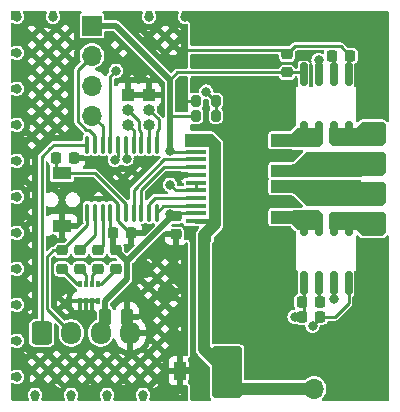
<source format=gbr>
%TF.GenerationSoftware,KiCad,Pcbnew,8.0.6*%
%TF.CreationDate,2024-12-16T13:19:03+09:00*%
%TF.ProjectId,BDCM_Driver_v1,4244434d-5f44-4726-9976-65725f76312e,rev?*%
%TF.SameCoordinates,PXaac6430PY8670810*%
%TF.FileFunction,Copper,L1,Top*%
%TF.FilePolarity,Positive*%
%FSLAX46Y46*%
G04 Gerber Fmt 4.6, Leading zero omitted, Abs format (unit mm)*
G04 Created by KiCad (PCBNEW 8.0.6) date 2024-12-16 13:19:03*
%MOMM*%
%LPD*%
G01*
G04 APERTURE LIST*
G04 Aperture macros list*
%AMRoundRect*
0 Rectangle with rounded corners*
0 $1 Rounding radius*
0 $2 $3 $4 $5 $6 $7 $8 $9 X,Y pos of 4 corners*
0 Add a 4 corners polygon primitive as box body*
4,1,4,$2,$3,$4,$5,$6,$7,$8,$9,$2,$3,0*
0 Add four circle primitives for the rounded corners*
1,1,$1+$1,$2,$3*
1,1,$1+$1,$4,$5*
1,1,$1+$1,$6,$7*
1,1,$1+$1,$8,$9*
0 Add four rect primitives between the rounded corners*
20,1,$1+$1,$2,$3,$4,$5,0*
20,1,$1+$1,$4,$5,$6,$7,0*
20,1,$1+$1,$6,$7,$8,$9,0*
20,1,$1+$1,$8,$9,$2,$3,0*%
G04 Aperture macros list end*
%TA.AperFunction,EtchedComponent*%
%ADD10C,0.000000*%
%TD*%
%TA.AperFunction,ComponentPad*%
%ADD11R,1.000000X1.000000*%
%TD*%
%TA.AperFunction,ComponentPad*%
%ADD12O,1.000000X1.000000*%
%TD*%
%TA.AperFunction,SMDPad,CuDef*%
%ADD13RoundRect,0.225000X-0.250000X0.225000X-0.250000X-0.225000X0.250000X-0.225000X0.250000X0.225000X0*%
%TD*%
%TA.AperFunction,SMDPad,CuDef*%
%ADD14RoundRect,0.200000X-0.200000X-0.275000X0.200000X-0.275000X0.200000X0.275000X-0.200000X0.275000X0*%
%TD*%
%TA.AperFunction,SMDPad,CuDef*%
%ADD15RoundRect,0.200000X0.200000X0.275000X-0.200000X0.275000X-0.200000X-0.275000X0.200000X-0.275000X0*%
%TD*%
%TA.AperFunction,SMDPad,CuDef*%
%ADD16RoundRect,0.100000X0.100000X-0.637500X0.100000X0.637500X-0.100000X0.637500X-0.100000X-0.637500X0*%
%TD*%
%TA.AperFunction,SMDPad,CuDef*%
%ADD17RoundRect,0.218750X0.256250X-0.218750X0.256250X0.218750X-0.256250X0.218750X-0.256250X-0.218750X0*%
%TD*%
%TA.AperFunction,SMDPad,CuDef*%
%ADD18R,1.750000X0.450000*%
%TD*%
%TA.AperFunction,ComponentPad*%
%ADD19R,1.700000X1.700000*%
%TD*%
%TA.AperFunction,ComponentPad*%
%ADD20O,1.700000X1.700000*%
%TD*%
%TA.AperFunction,SMDPad,CuDef*%
%ADD21RoundRect,0.250000X-0.250000X-0.475000X0.250000X-0.475000X0.250000X0.475000X-0.250000X0.475000X0*%
%TD*%
%TA.AperFunction,SMDPad,CuDef*%
%ADD22RoundRect,0.150000X-0.150000X0.825000X-0.150000X-0.825000X0.150000X-0.825000X0.150000X0.825000X0*%
%TD*%
%TA.AperFunction,SMDPad,CuDef*%
%ADD23RoundRect,0.150000X0.150000X-0.825000X0.150000X0.825000X-0.150000X0.825000X-0.150000X-0.825000X0*%
%TD*%
%TA.AperFunction,SMDPad,CuDef*%
%ADD24RoundRect,0.250000X1.000000X-1.950000X1.000000X1.950000X-1.000000X1.950000X-1.000000X-1.950000X0*%
%TD*%
%TA.AperFunction,SMDPad,CuDef*%
%ADD25RoundRect,0.225000X0.250000X-0.225000X0.250000X0.225000X-0.250000X0.225000X-0.250000X-0.225000X0*%
%TD*%
%TA.AperFunction,SMDPad,CuDef*%
%ADD26R,1.600000X1.050000*%
%TD*%
%TA.AperFunction,SMDPad,CuDef*%
%ADD27RoundRect,0.225000X-0.225000X-0.250000X0.225000X-0.250000X0.225000X0.250000X-0.225000X0.250000X0*%
%TD*%
%TA.AperFunction,ComponentPad*%
%ADD28RoundRect,0.250000X-0.600000X-0.725000X0.600000X-0.725000X0.600000X0.725000X-0.600000X0.725000X0*%
%TD*%
%TA.AperFunction,ComponentPad*%
%ADD29O,1.700000X1.950000*%
%TD*%
%TA.AperFunction,SMDPad,CuDef*%
%ADD30RoundRect,0.225000X0.225000X0.250000X-0.225000X0.250000X-0.225000X-0.250000X0.225000X-0.250000X0*%
%TD*%
%TA.AperFunction,SMDPad,CuDef*%
%ADD31R,0.304800X0.584200*%
%TD*%
%TA.AperFunction,SMDPad,CuDef*%
%ADD32R,1.000000X1.500000*%
%TD*%
%TA.AperFunction,ViaPad*%
%ADD33C,0.800000*%
%TD*%
%TA.AperFunction,Conductor*%
%ADD34C,0.250000*%
%TD*%
%TA.AperFunction,Conductor*%
%ADD35C,0.500000*%
%TD*%
%TA.AperFunction,Conductor*%
%ADD36C,0.450000*%
%TD*%
%TA.AperFunction,Conductor*%
%ADD37C,1.000000*%
%TD*%
G04 APERTURE END LIST*
D10*
%TA.AperFunction,EtchedComponent*%
%TO.C,JP3*%
G36*
X-16768000Y2240000D02*
G01*
X-17268000Y2240000D01*
X-17268000Y2840000D01*
X-16768000Y2840000D01*
X-16768000Y2240000D01*
G37*
%TD.AperFunction*%
%TD*%
D11*
%TO.P,J2,1,Pin_1*%
%TO.N,GND*%
X-20320000Y25913000D03*
D12*
%TO.P,J2,2,Pin_2*%
%TO.N,ENC_{1A}*%
X-20320000Y24643000D03*
%TO.P,J2,3,Pin_3*%
%TO.N,ENC_{1B}*%
X-20320000Y23373000D03*
%TD*%
D13*
%TO.P,C6,1*%
%TO.N,OUT_A_{2}*%
X-2540000Y17031000D03*
%TO.P,C6,2*%
%TO.N,OUT_A_{1}'*%
X-2540000Y15481000D03*
%TD*%
D14*
%TO.P,TH1,1*%
%TO.N,+3V3*%
X-16319000Y24130000D03*
%TO.P,TH1,2*%
%TO.N,TEMP*%
X-14669000Y24130000D03*
%TD*%
D15*
%TO.P,R5,1*%
%TO.N,TEMP*%
X-14669000Y25400000D03*
%TO.P,R5,2*%
%TO.N,GND*%
X-16319000Y25400000D03*
%TD*%
D16*
%TO.P,U1,1,PB7*%
%TO.N,I^{2}C_{SDA}*%
X-25531000Y15933500D03*
%TO.P,U1,2,PC14*%
%TO.N,LED_{1}*%
X-24881000Y15933500D03*
%TO.P,U1,3,PC15*%
%TO.N,LED_{2}*%
X-24231000Y15933500D03*
%TO.P,U1,4,VDD*%
%TO.N,+3V3*%
X-23581000Y15933500D03*
%TO.P,U1,5,VSS*%
%TO.N,GND*%
X-22931000Y15933500D03*
%TO.P,U1,6,PF2*%
%TO.N,Net-(U1-PF2)*%
X-22281000Y15933500D03*
%TO.P,U1,7,PA0*%
%TO.N,PWM_{2B}*%
X-21631000Y15933500D03*
%TO.P,U1,8,PA1*%
%TO.N,PWM_{2A}*%
X-20981000Y15933500D03*
%TO.P,U1,9,PA2*%
%TO.N,PWM_{1A}*%
X-20331000Y15933500D03*
%TO.P,U1,10,PA3*%
%TO.N,PWM_{1B}*%
X-19681000Y15933500D03*
%TO.P,U1,11,PA4*%
%TO.N,ENC_{1A}*%
X-19681000Y21658500D03*
%TO.P,U1,12,PA5*%
%TO.N,ENC_{1B}*%
X-20331000Y21658500D03*
%TO.P,U1,13,PA6*%
%TO.N,ENC_{2A}*%
X-20981000Y21658500D03*
%TO.P,U1,14,PA7*%
%TO.N,ENC_{2B}*%
X-21631000Y21658500D03*
%TO.P,U1,15,PA8*%
%TO.N,TEMP*%
X-22281000Y21658500D03*
%TO.P,U1,16,PA9/PA11*%
%TO.N,Current_{1}*%
X-22931000Y21658500D03*
%TO.P,U1,17,PA10/PA12*%
%TO.N,Current_{2}*%
X-23581000Y21658500D03*
%TO.P,U1,18,PA13*%
%TO.N,SWDIO*%
X-24231000Y21658500D03*
%TO.P,U1,19,PA14*%
%TO.N,SWDCLK*%
X-24881000Y21658500D03*
%TO.P,U1,20,PB6*%
%TO.N,I^{2}C_{SCL}*%
X-25531000Y21658500D03*
%TD*%
D17*
%TO.P,D5,1,K*%
%TO.N,Net-(D5-K)*%
X-27686000Y11150500D03*
%TO.P,D5,2,A*%
%TO.N,I^{2}C_{SDA}*%
X-27686000Y12725500D03*
%TD*%
D18*
%TO.P,U4,1,AO1*%
%TO.N,OUT_A_{1}*%
X-9100000Y15221000D03*
%TO.P,U4,2,AO1*%
X-9100000Y15871000D03*
%TO.P,U4,3,PGND1*%
%TO.N,GNDPWR*%
X-9100000Y16521000D03*
%TO.P,U4,4,PGND1*%
X-9100000Y17171000D03*
%TO.P,U4,5,AO2*%
%TO.N,OUT_A_{2}*%
X-9100000Y17821000D03*
%TO.P,U4,6,AO2*%
X-9100000Y18471000D03*
%TO.P,U4,7,BO2*%
%TO.N,OUT_B_{2}*%
X-9100000Y19121000D03*
%TO.P,U4,8,BO2*%
X-9100000Y19771000D03*
%TO.P,U4,9,PGND2*%
%TO.N,GNDPWR*%
X-9100000Y20421000D03*
%TO.P,U4,10,PGND2*%
X-9100000Y21071000D03*
%TO.P,U4,11,BO1*%
%TO.N,OUT_B_{1}*%
X-9100000Y21721000D03*
%TO.P,U4,12,BO1*%
X-9100000Y22371000D03*
%TO.P,U4,13,VM2*%
%TO.N,Vdrive*%
X-16300000Y22371000D03*
%TO.P,U4,14,VM3*%
X-16300000Y21721000D03*
%TO.P,U4,15,PWMB*%
%TO.N,+3V3*%
X-16300000Y21071000D03*
%TO.P,U4,16,BIN2*%
%TO.N,PWM_{2B}*%
X-16300000Y20421000D03*
%TO.P,U4,17,BIN1*%
%TO.N,PWM_{2A}*%
X-16300000Y19771000D03*
%TO.P,U4,18,GND*%
%TO.N,GND*%
X-16300000Y19121000D03*
%TO.P,U4,19,STBY*%
%TO.N,+3V3*%
X-16300000Y18471000D03*
%TO.P,U4,20,VCC*%
X-16300000Y17821000D03*
%TO.P,U4,21,AIN1*%
%TO.N,PWM_{1A}*%
X-16300000Y17171000D03*
%TO.P,U4,22,AIN2*%
%TO.N,PWM_{1B}*%
X-16300000Y16521000D03*
%TO.P,U4,23,PWMA*%
%TO.N,+3V3*%
X-16300000Y15871000D03*
%TO.P,U4,24,VM1*%
%TO.N,Vdrive*%
X-16300000Y15221000D03*
%TD*%
D19*
%TO.P,J4,1,Pin_1*%
%TO.N,GNDPWR*%
X-3810000Y1016000D03*
D20*
%TO.P,J4,2,Pin_2*%
%TO.N,Vdrive*%
X-6350000Y1016000D03*
%TD*%
D17*
%TO.P,D2,1,K*%
%TO.N,Net-(D2-K)*%
X-23114000Y11150500D03*
%TO.P,D2,2,A*%
%TO.N,+3V3*%
X-23114000Y12725500D03*
%TD*%
D21*
%TO.P,C12,1*%
%TO.N,+3V3*%
X-24064000Y7112000D03*
%TO.P,C12,2*%
%TO.N,GND*%
X-22164000Y7112000D03*
%TD*%
D22*
%TO.P,U6,1,IP+*%
%TO.N,OUT_A_{1}'*%
X-3429000Y14921000D03*
%TO.P,U6,2,IP+*%
X-4699000Y14921000D03*
%TO.P,U6,3,IP-*%
%TO.N,OUT_A_{1}*%
X-5969000Y14921000D03*
%TO.P,U6,4,IP-*%
X-7239000Y14921000D03*
%TO.P,U6,5,GND*%
%TO.N,GND*%
X-7239000Y9971000D03*
%TO.P,U6,6,FILTER*%
%TO.N,Net-(U6-FILTER)*%
X-5969000Y9971000D03*
%TO.P,U6,7,VIOUT*%
%TO.N,Current_{1}*%
X-4699000Y9971000D03*
%TO.P,U6,8,VCC*%
%TO.N,+3V3*%
X-3429000Y9971000D03*
%TD*%
D17*
%TO.P,D1,1,K*%
%TO.N,Net-(D1-K)*%
X-24638000Y11150500D03*
%TO.P,D1,2,A*%
%TO.N,LED_{2}*%
X-24638000Y12725500D03*
%TD*%
D23*
%TO.P,U3,1,IP+*%
%TO.N,OUT_B_{1}*%
X-7239000Y22671000D03*
%TO.P,U3,2,IP+*%
X-5969000Y22671000D03*
%TO.P,U3,3,IP-*%
%TO.N,OUT_B_{1}'*%
X-4699000Y22671000D03*
%TO.P,U3,4,IP-*%
X-3429000Y22671000D03*
%TO.P,U3,5,GND*%
%TO.N,GND*%
X-3429000Y27621000D03*
%TO.P,U3,6,FILTER*%
%TO.N,Net-(U3-FILTER)*%
X-4699000Y27621000D03*
%TO.P,U3,7,VIOUT*%
%TO.N,Current_{2}*%
X-5969000Y27621000D03*
%TO.P,U3,8,VCC*%
%TO.N,+3V3*%
X-7239000Y27621000D03*
%TD*%
D24*
%TO.P,C5,1*%
%TO.N,Vdrive*%
X-13716000Y2404000D03*
%TO.P,C5,2*%
%TO.N,GNDPWR*%
X-13716000Y10804000D03*
%TD*%
D25*
%TO.P,C2,1*%
%TO.N,+3V3*%
X-8636000Y27800000D03*
%TO.P,C2,2*%
%TO.N,GND*%
X-8636000Y29350000D03*
%TD*%
D19*
%TO.P,J1,1,Pin_1*%
%TO.N,OUT_A_{2}*%
X-1270000Y17526000D03*
D20*
%TO.P,J1,2,Pin_2*%
%TO.N,OUT_A_{1}'*%
X-1270000Y14986000D03*
%TD*%
D19*
%TO.P,J7,1,Pin_1*%
%TO.N,OUT_B_{1}'*%
X-1270000Y22606000D03*
D20*
%TO.P,J7,2,Pin_2*%
%TO.N,OUT_B_{2}*%
X-1270000Y20066000D03*
%TD*%
D26*
%TO.P,SW1,1,1*%
%TO.N,Net-(U1-PF2)*%
X-27686000Y19243000D03*
%TO.P,SW1,2,2*%
%TO.N,GND*%
X-27686000Y14793000D03*
%TD*%
D27*
%TO.P,C10,1*%
%TO.N,Net-(U1-PF2)*%
X-28207000Y20574000D03*
%TO.P,C10,2*%
%TO.N,GND*%
X-26657000Y20574000D03*
%TD*%
%TO.P,C3,1*%
%TO.N,Net-(U3-FILTER)*%
X-4839000Y29210000D03*
%TO.P,C3,2*%
%TO.N,GND*%
X-3289000Y29210000D03*
%TD*%
D17*
%TO.P,D4,1,K*%
%TO.N,Net-(D4-K)*%
X-26162000Y11150500D03*
%TO.P,D4,2,A*%
%TO.N,LED_{1}*%
X-26162000Y12725500D03*
%TD*%
D13*
%TO.P,C4,1*%
%TO.N,+3V3*%
X-18025395Y15643402D03*
%TO.P,C4,2*%
%TO.N,GND*%
X-18025395Y14093402D03*
%TD*%
D27*
%TO.P,C7,1*%
%TO.N,Vdrive*%
X-15507000Y13843000D03*
%TO.P,C7,2*%
%TO.N,GNDPWR*%
X-13957000Y13843000D03*
%TD*%
D28*
%TO.P,J5,1,Pin_1*%
%TO.N,I^{2}C_{SCL}*%
X-29404000Y5736000D03*
D29*
%TO.P,J5,2,Pin_2*%
%TO.N,I^{2}C_{SDA}*%
X-26904000Y5736000D03*
%TO.P,J5,3,Pin_3*%
%TO.N,+3V3*%
X-24404000Y5736000D03*
%TO.P,J5,4,Pin_4*%
%TO.N,GND*%
X-21904000Y5736000D03*
%TD*%
D27*
%TO.P,C1,1*%
%TO.N,+3V3*%
X-23381000Y14224000D03*
%TO.P,C1,2*%
%TO.N,GND*%
X-21831000Y14224000D03*
%TD*%
D30*
%TO.P,C8,1*%
%TO.N,+3V3*%
X-5829000Y7112000D03*
%TO.P,C8,2*%
%TO.N,GND*%
X-7379000Y7112000D03*
%TD*%
D31*
%TO.P,RN3,1,R1.1*%
%TO.N,GND*%
X-26162000Y8432800D03*
%TO.P,RN3,2,R1.2*%
%TO.N,Net-(D5-K)*%
X-26162000Y9855200D03*
%TO.P,RN3,3,R2.1*%
%TO.N,GND*%
X-25654000Y8432800D03*
%TO.P,RN3,4,R2.2*%
%TO.N,Net-(D4-K)*%
X-25654000Y9855200D03*
%TO.P,RN3,5,R3.1*%
%TO.N,GND*%
X-25146000Y8432800D03*
%TO.P,RN3,6,R3.2*%
%TO.N,Net-(D1-K)*%
X-25146000Y9855200D03*
%TO.P,RN3,7,R4.1*%
%TO.N,GND*%
X-24638000Y8432800D03*
%TO.P,RN3,8,R4.2*%
%TO.N,Net-(D2-K)*%
X-24638000Y9855200D03*
%TD*%
D11*
%TO.P,J6,1,Pin_1*%
%TO.N,GND*%
X-22098000Y25913000D03*
D12*
%TO.P,J6,2,Pin_2*%
%TO.N,ENC_{2A}*%
X-22098000Y24643000D03*
%TO.P,J6,3,Pin_3*%
%TO.N,ENC_{2B}*%
X-22098000Y23373000D03*
%TD*%
D13*
%TO.P,C11,1*%
%TO.N,OUT_B_{1}'*%
X-2540000Y22111000D03*
%TO.P,C11,2*%
%TO.N,OUT_B_{2}*%
X-2540000Y20561000D03*
%TD*%
D19*
%TO.P,J3,1,Pin_1*%
%TO.N,+3V3*%
X-25146000Y31750000D03*
D20*
%TO.P,J3,2,Pin_2*%
%TO.N,SWDCLK*%
X-25146000Y29210000D03*
%TO.P,J3,3,Pin_3*%
%TO.N,GND*%
X-25146000Y26670000D03*
%TO.P,J3,4,Pin_4*%
%TO.N,SWDIO*%
X-25146000Y24130000D03*
%TD*%
D32*
%TO.P,JP3,1,A*%
%TO.N,GND*%
X-17668000Y2540000D03*
%TO.P,JP3,2,B*%
%TO.N,GNDPWR*%
X-16368000Y2540000D03*
%TD*%
D30*
%TO.P,C9,1*%
%TO.N,Net-(U6-FILTER)*%
X-5829000Y8382000D03*
%TO.P,C9,2*%
%TO.N,GND*%
X-7379000Y8382000D03*
%TD*%
D33*
%TO.N,+3V3*%
X-18542000Y15796000D03*
X-6477000Y6350000D03*
X-18542000Y18288000D03*
X-18542000Y21146000D03*
%TO.N,GND*%
X-18796000Y9144000D03*
X-17780000Y7112000D03*
X-31496000Y6604000D03*
X-31496000Y15748000D03*
X-17692000Y19046000D03*
X-31496000Y12700000D03*
X-26416000Y22383500D03*
X-28448000Y508000D03*
X-17780000Y10668000D03*
X-17780000Y5080000D03*
X-20828000Y11176000D03*
X-25400000Y18288000D03*
X-31496000Y18796000D03*
X-21844000Y32512000D03*
X-31496000Y24892000D03*
X-28448000Y13716000D03*
X-21844000Y9144000D03*
X-31496000Y30988000D03*
X-31496000Y3556000D03*
X-21336000Y28448000D03*
X-18288000Y28448000D03*
X-17653000Y25400000D03*
X-20314237Y20314237D03*
X-31496000Y9652000D03*
X-19812000Y12700000D03*
X-8001000Y7112000D03*
X-25400000Y508000D03*
X-29972000Y32512000D03*
X-19304000Y508000D03*
X-22356000Y17779883D03*
X-31496000Y508000D03*
X-31496000Y27940000D03*
X-27940000Y9652000D03*
X-24892000Y20320000D03*
X-17780000Y2540000D03*
X-26924000Y32512000D03*
X-18796000Y32512000D03*
X-31496000Y21844000D03*
X-20320000Y7620000D03*
X-17780000Y12700000D03*
X-22352000Y508000D03*
%TO.N,GNDPWR*%
X-508000Y8128000D03*
X-31496000Y20320000D03*
X-10287000Y2159000D03*
X-2032000Y508000D03*
X-508000Y12700000D03*
X-12700000Y32512000D03*
X-508000Y5080000D03*
X-12192000Y18796000D03*
X-5080000Y32512000D03*
X-6604000Y32512000D03*
X-31496000Y17272000D03*
X-16256000Y30988000D03*
X-15748000Y32512000D03*
X-10160000Y20828000D03*
X-8128000Y32512000D03*
X-13208000Y13716000D03*
X-31496000Y29464000D03*
X-11811000Y4826000D03*
X-11176000Y13716000D03*
X-31496000Y23368000D03*
X-12192000Y14732000D03*
X-29972000Y508000D03*
X-12192000Y16764000D03*
X-12192000Y20828000D03*
X-28448000Y32512000D03*
X-9652000Y32512000D03*
X-508000Y11176000D03*
X-508000Y2032000D03*
X-3556000Y32512000D03*
X-15494000Y23241000D03*
X-12192000Y22860000D03*
X-31496000Y26416000D03*
X-31496000Y2032000D03*
X-11938000Y6731000D03*
X-11811000Y2159000D03*
X-508000Y26416000D03*
X-508000Y3556000D03*
X-31496000Y8128000D03*
X-17272000Y32512000D03*
X-31496000Y32512000D03*
X-26924000Y508000D03*
X-20828000Y508000D03*
X-508000Y27940000D03*
X-11176000Y17780000D03*
X-10160000Y16764000D03*
X-11176000Y19812000D03*
X-31496000Y14224000D03*
X-13208000Y19812000D03*
X-2032000Y32512000D03*
X-13208000Y21844000D03*
X-11176000Y32512000D03*
X-508000Y9652000D03*
X-508000Y6604000D03*
X-11176000Y15748000D03*
X-31496000Y11176000D03*
X-508000Y30988000D03*
X-11176000Y21844000D03*
X-508000Y508000D03*
X-508000Y24892000D03*
X-15748000Y508000D03*
X-11176000Y23876000D03*
X-11811000Y3175000D03*
X-13208000Y23876000D03*
X-14224000Y32512000D03*
X-508000Y32512000D03*
X-16256000Y28956000D03*
X-508000Y29464000D03*
X-13208000Y17780000D03*
X-15748000Y1905000D03*
X-13208000Y15748000D03*
X-8636000Y2159000D03*
X-31496000Y5080000D03*
X-20320000Y32512000D03*
X-23876000Y508000D03*
%TO.N,Current_{1}*%
X-23221925Y20368612D03*
X-4699000Y8636000D03*
%TO.N,Current_{2}*%
X-23114000Y27940000D03*
X-5969000Y28829000D03*
%TO.N,TEMP*%
X-22225000Y20447000D03*
X-15486266Y26167514D03*
%TD*%
D34*
%TO.N,GND*%
X-22931000Y15933500D02*
X-22931000Y15196001D01*
X-22931000Y15196001D02*
X-21958999Y14224000D01*
X-21958999Y14224000D02*
X-21831000Y14224000D01*
X-22931000Y16684603D02*
X-23506699Y17260302D01*
X-22931000Y15933500D02*
X-22931000Y16684603D01*
%TO.N,+3V3*%
X-18542000Y27178000D02*
X-17920000Y27800000D01*
X-18467000Y15871000D02*
X-18542000Y15796000D01*
X-18075000Y17821000D02*
X-18542000Y18288000D01*
D35*
X-22189000Y11800500D02*
X-22189000Y10323000D01*
X-23339415Y12950915D02*
X-23339415Y14182415D01*
X-23114000Y31750000D02*
X-25146000Y31750000D01*
X-19304000Y27940000D02*
X-18542000Y27178000D01*
X-18542000Y24130000D02*
X-18542000Y21146000D01*
D34*
X-23581000Y15933500D02*
X-23581000Y14424000D01*
X-23581000Y14424000D02*
X-23381000Y14224000D01*
X-16300000Y17821000D02*
X-18075000Y17821000D01*
D35*
X-23339415Y14182415D02*
X-23381000Y14224000D01*
X-24035600Y8476400D02*
X-24035600Y7140400D01*
D34*
X-16300000Y21071000D02*
X-18467000Y21071000D01*
D35*
X-18542000Y15796000D02*
X-18542000Y15447500D01*
X-24035600Y7140400D02*
X-24064000Y7112000D01*
D34*
X-16300000Y17821000D02*
X-16300000Y18471000D01*
X-3429000Y9971000D02*
X-3429000Y8255000D01*
D35*
X-19304000Y27940000D02*
X-23114000Y31750000D01*
D34*
X-3429000Y8255000D02*
X-4572000Y7112000D01*
D35*
X-23114000Y12725500D02*
X-23339415Y12950915D01*
D34*
X-17920000Y27800000D02*
X-8636000Y27800000D01*
X-16319000Y24130000D02*
X-18542000Y24130000D01*
D35*
X-18542000Y27178000D02*
X-18542000Y24130000D01*
D34*
X-16300000Y15871000D02*
X-18467000Y15871000D01*
D35*
X-23114000Y12725500D02*
X-22189000Y11800500D01*
D34*
X-8636000Y27800000D02*
X-7418000Y27800000D01*
X-5829000Y7112000D02*
X-5829000Y6998000D01*
D35*
X-22189000Y10323000D02*
X-24035600Y8476400D01*
D34*
X-7418000Y27800000D02*
X-7239000Y27621000D01*
X-18467000Y21071000D02*
X-18542000Y21146000D01*
D35*
X-24064000Y7112000D02*
X-24064000Y6076000D01*
D34*
X-5829000Y6998000D02*
X-6477000Y6350000D01*
X-4572000Y7112000D02*
X-5829000Y7112000D01*
D35*
X-18542000Y15447500D02*
X-22189000Y11800500D01*
X-24064000Y6076000D02*
X-24404000Y5736000D01*
D34*
%TO.N,GND*%
X-7239000Y7252000D02*
X-7379000Y7112000D01*
X-8967000Y29681000D02*
X-17563000Y29681000D01*
X-7239000Y9971000D02*
X-7239000Y7252000D01*
X-3289000Y29210000D02*
X-4089000Y30010000D01*
X-8636000Y29350000D02*
X-8967000Y29681000D01*
X-7976000Y30010000D02*
X-8636000Y29350000D01*
X-16300000Y19121000D02*
X-17617000Y19121000D01*
X-7379000Y7112000D02*
X-8001000Y7112000D01*
X-3429000Y29070000D02*
X-3289000Y29210000D01*
X-16319000Y25400000D02*
X-17653000Y25400000D01*
X-4089000Y30010000D02*
X-7976000Y30010000D01*
X-3429000Y27621000D02*
X-3429000Y29070000D01*
X-17617000Y19121000D02*
X-17692000Y19046000D01*
%TO.N,Net-(U3-FILTER)*%
X-4699000Y29070000D02*
X-4839000Y29210000D01*
X-4699000Y27621000D02*
X-4699000Y29070000D01*
D36*
%TO.N,Vdrive*%
X-16300000Y15221000D02*
X-15000000Y15221000D01*
D37*
X-15666000Y4354000D02*
X-15666000Y14005000D01*
X-13716000Y2404000D02*
X-15666000Y4354000D01*
X-15666000Y14005000D02*
X-14725000Y14946000D01*
X-6350000Y1016000D02*
X-13462000Y1016000D01*
X-14725000Y14946000D02*
X-14725000Y20574000D01*
D36*
X-15000000Y15221000D02*
X-14725000Y14946000D01*
D37*
X-14725000Y20574000D02*
X-14725000Y21336000D01*
D34*
%TO.N,ENC_{1A}*%
X-19681000Y22845273D02*
X-19495000Y23031273D01*
X-19681000Y21658500D02*
X-19681000Y22845273D01*
X-19495000Y23031273D02*
X-19495000Y23818000D01*
X-19495000Y23818000D02*
X-20320000Y24643000D01*
%TO.N,ENC_{1B}*%
X-20331000Y21658500D02*
X-20331000Y23362000D01*
X-20331000Y23362000D02*
X-20320000Y23373000D01*
%TO.N,SWDCLK*%
X-25440001Y22955000D02*
X-25632701Y22955000D01*
X-25632701Y22955000D02*
X-26321000Y23643299D01*
X-24881000Y21658500D02*
X-24881000Y22395999D01*
X-26321000Y23643299D02*
X-26321000Y28035000D01*
X-26321000Y28035000D02*
X-25146000Y29210000D01*
X-24881000Y22395999D02*
X-25440001Y22955000D01*
%TO.N,SWDIO*%
X-24231000Y23215000D02*
X-24231000Y21658500D01*
X-25146000Y24130000D02*
X-24231000Y23215000D01*
%TO.N,I^{2}C_{SCL}*%
X-28379500Y21658500D02*
X-28664000Y21374000D01*
X-28664000Y21374000D02*
X-28666052Y21374000D01*
X-29404000Y20636052D02*
X-29404000Y5736000D01*
X-25531000Y21658500D02*
X-28379500Y21658500D01*
X-28666052Y21374000D02*
X-29404000Y20636052D01*
%TO.N,I^{2}C_{SDA}*%
X-27686000Y12725500D02*
X-28420500Y12725500D01*
X-28954000Y7786000D02*
X-26904000Y5736000D01*
X-28954000Y12192000D02*
X-28954000Y7786000D01*
X-25531000Y14880500D02*
X-25531000Y15933500D01*
X-28420500Y12725500D02*
X-28954000Y12192000D01*
X-27686000Y12725500D02*
X-25531000Y14880500D01*
%TO.N,Net-(U6-FILTER)*%
X-5969000Y9971000D02*
X-5969000Y8522000D01*
X-5969000Y8522000D02*
X-5829000Y8382000D01*
%TO.N,Net-(D1-K)*%
X-25146000Y9855200D02*
X-25146000Y10642500D01*
X-25146000Y10642500D02*
X-24638000Y11150500D01*
%TO.N,LED_{1}*%
X-24881000Y14006500D02*
X-26162000Y12725500D01*
X-24881000Y15933500D02*
X-24881000Y14006500D01*
%TO.N,Net-(D2-K)*%
X-24638000Y9855200D02*
X-24409300Y9855200D01*
X-24409300Y9855200D02*
X-23114000Y11150500D01*
%TO.N,LED_{2}*%
X-24231000Y13132500D02*
X-24638000Y12725500D01*
X-24231000Y15933500D02*
X-24231000Y13132500D01*
%TO.N,Net-(D4-K)*%
X-26162000Y11150500D02*
X-25654000Y10642500D01*
X-25654000Y10642500D02*
X-25654000Y9855200D01*
%TO.N,Net-(D5-K)*%
X-26390700Y9855200D02*
X-27686000Y11150500D01*
X-26162000Y9855200D02*
X-26390700Y9855200D01*
%TO.N,ENC_{2A}*%
X-21145000Y22923000D02*
X-21145000Y23690000D01*
X-21145000Y23690000D02*
X-22098000Y24643000D01*
X-20981000Y21658500D02*
X-20981000Y22759000D01*
X-20981000Y22759000D02*
X-21145000Y22923000D01*
%TO.N,ENC_{2B}*%
X-21631000Y21658500D02*
X-21631000Y22906000D01*
X-21631000Y22906000D02*
X-22098000Y23373000D01*
%TO.N,Current_{1}*%
X-4699000Y8636000D02*
X-4699000Y9971000D01*
X-22931000Y21658500D02*
X-22931000Y20659537D01*
X-22931000Y20659537D02*
X-23221925Y20368612D01*
%TO.N,Current_{2}*%
X-23114000Y27940000D02*
X-23581000Y27473000D01*
X-23581000Y27473000D02*
X-23581000Y21658500D01*
X-5969000Y28829000D02*
X-5969000Y27621000D01*
%TO.N,TEMP*%
X-14669000Y24130000D02*
X-14669000Y25400000D01*
X-14718752Y25400000D02*
X-15486266Y26167514D01*
X-14669000Y25400000D02*
X-14718752Y25400000D01*
X-22281000Y20503000D02*
X-22225000Y20447000D01*
X-22281000Y21658500D02*
X-22281000Y20503000D01*
%TO.N,PWM_{1B}*%
X-19093500Y16521000D02*
X-16300000Y16521000D01*
X-19681000Y15933500D02*
X-19093500Y16521000D01*
%TO.N,PWM_{1A}*%
X-20331000Y16670999D02*
X-20331000Y15933500D01*
X-19830999Y17171000D02*
X-20331000Y16670999D01*
X-16300000Y17171000D02*
X-19830999Y17171000D01*
%TO.N,PWM_{2A}*%
X-19026802Y19771000D02*
X-20981000Y17816802D01*
X-20981000Y17816802D02*
X-20981000Y15933500D01*
X-16300000Y19771000D02*
X-19026802Y19771000D01*
%TO.N,PWM_{2B}*%
X-21631000Y17803198D02*
X-21631000Y15933500D01*
X-16300000Y20421000D02*
X-19013198Y20421000D01*
X-19013198Y20421000D02*
X-21631000Y17803198D01*
%TO.N,Net-(U1-PF2)*%
X-24914001Y19304000D02*
X-22281000Y16670999D01*
X-28207000Y20574000D02*
X-28207000Y19317000D01*
X-22281000Y16670999D02*
X-22281000Y15933500D01*
X-28207000Y19317000D02*
X-28194000Y19304000D01*
X-28194000Y19304000D02*
X-24914001Y19304000D01*
%TD*%
%TA.AperFunction,Conductor*%
%TO.N,OUT_B_{1}'*%
G36*
X-492323Y23602315D02*
G01*
X-471681Y23585681D01*
X-290319Y23404319D01*
X-256834Y23342996D01*
X-254000Y23316638D01*
X-254000Y21895362D01*
X-273685Y21828323D01*
X-290319Y21807681D01*
X-471681Y21626319D01*
X-533004Y21592834D01*
X-559362Y21590000D01*
X-4774638Y21590000D01*
X-4841677Y21609685D01*
X-4862319Y21626319D01*
X-5043681Y21807681D01*
X-5077166Y21869004D01*
X-5080000Y21895362D01*
X-5080000Y22990000D01*
X-5060315Y23057039D01*
X-5007511Y23102794D01*
X-4956000Y23114000D01*
X-2794000Y23114000D01*
X-2322319Y23585681D01*
X-2260996Y23619166D01*
X-2234638Y23622000D01*
X-559362Y23622000D01*
X-492323Y23602315D01*
G37*
%TD.AperFunction*%
%TD*%
%TA.AperFunction,Conductor*%
%TO.N,OUT_A_{2}*%
G36*
X-2397323Y18649315D02*
G01*
X-2376681Y18632681D01*
X-2286000Y18542000D01*
X-559362Y18542000D01*
X-492323Y18522315D01*
X-471681Y18505681D01*
X-290319Y18324319D01*
X-256834Y18262996D01*
X-254000Y18236638D01*
X-254000Y16815362D01*
X-273685Y16748323D01*
X-290319Y16727681D01*
X-471681Y16546319D01*
X-533004Y16512834D01*
X-559362Y16510000D01*
X-6933638Y16510000D01*
X-7000677Y16529685D01*
X-7021319Y16546319D01*
X-8001000Y17526000D01*
X-8021055Y17526000D01*
X-8088094Y17545685D01*
X-8089947Y17546899D01*
X-8146769Y17584868D01*
X-8146771Y17584869D01*
X-8205248Y17596500D01*
X-8205252Y17596500D01*
X-9909000Y17596500D01*
X-9976039Y17616185D01*
X-10021794Y17668989D01*
X-10033000Y17720500D01*
X-10033000Y18545000D01*
X-10013315Y18612039D01*
X-9960511Y18657794D01*
X-9909000Y18669000D01*
X-2464362Y18669000D01*
X-2397323Y18649315D01*
G37*
%TD.AperFunction*%
%TD*%
%TA.AperFunction,Conductor*%
%TO.N,OUT_A_{1}'*%
G36*
X-492323Y15982315D02*
G01*
X-471681Y15965681D01*
X-290319Y15784319D01*
X-256834Y15722996D01*
X-254000Y15696638D01*
X-254000Y14275362D01*
X-273685Y14208323D01*
X-290319Y14187681D01*
X-471681Y14006319D01*
X-533004Y13972834D01*
X-559362Y13970000D01*
X-2234638Y13970000D01*
X-2301677Y13989685D01*
X-2322319Y14006319D01*
X-2794000Y14478000D01*
X-4956000Y14478000D01*
X-5023039Y14497685D01*
X-5068794Y14550489D01*
X-5080000Y14602000D01*
X-5080000Y15696638D01*
X-5060315Y15763677D01*
X-5043681Y15784319D01*
X-4862319Y15965681D01*
X-4800996Y15999166D01*
X-4774638Y16002000D01*
X-559362Y16002000D01*
X-492323Y15982315D01*
G37*
%TD.AperFunction*%
%TD*%
%TA.AperFunction,Conductor*%
%TO.N,OUT_B_{2}*%
G36*
X-492323Y21062315D02*
G01*
X-471681Y21045681D01*
X-290319Y20864319D01*
X-256834Y20802996D01*
X-254000Y20776638D01*
X-254000Y19355362D01*
X-273685Y19288323D01*
X-290319Y19267681D01*
X-471681Y19086319D01*
X-533004Y19052834D01*
X-559362Y19050000D01*
X-2286001Y19050000D01*
X-2376681Y18959319D01*
X-2438004Y18925834D01*
X-2464362Y18923000D01*
X-9909000Y18923000D01*
X-9976039Y18942685D01*
X-10021794Y18995489D01*
X-10033000Y19047000D01*
X-10033000Y19871500D01*
X-10013315Y19938539D01*
X-9960511Y19984294D01*
X-9909000Y19995500D01*
X-8205250Y19995500D01*
X-8205249Y19995501D01*
X-8190432Y19998448D01*
X-8146771Y20007132D01*
X-8146769Y20007133D01*
X-8089947Y20045101D01*
X-8023270Y20065980D01*
X-8021055Y20066000D01*
X-8001000Y20066000D01*
X-7021319Y21045681D01*
X-6959996Y21079166D01*
X-6933638Y21082000D01*
X-559362Y21082000D01*
X-492323Y21062315D01*
G37*
%TD.AperFunction*%
%TD*%
%TA.AperFunction,Conductor*%
%TO.N,OUT_B_{1}*%
G36*
X-5644961Y23094315D02*
G01*
X-5599206Y23041511D01*
X-5588000Y22990000D01*
X-5588000Y21895362D01*
X-5607685Y21828323D01*
X-5624319Y21807681D01*
X-5932681Y21499319D01*
X-5994004Y21465834D01*
X-6020362Y21463000D01*
X-8076428Y21463000D01*
X-8135435Y21480327D01*
X-8135489Y21480194D01*
X-8136720Y21480704D01*
X-8143467Y21482685D01*
X-8145317Y21483897D01*
X-8146768Y21484867D01*
X-8146774Y21484869D01*
X-8205248Y21496500D01*
X-8205252Y21496500D01*
X-9909000Y21496500D01*
X-9976039Y21516185D01*
X-10021794Y21568989D01*
X-10033000Y21620500D01*
X-10033000Y22482000D01*
X-10013315Y22549039D01*
X-9960511Y22594794D01*
X-9909000Y22606000D01*
X-8255000Y22606000D01*
X-7783319Y23077681D01*
X-7721996Y23111166D01*
X-7695638Y23114000D01*
X-5712000Y23114000D01*
X-5644961Y23094315D01*
G37*
%TD.AperFunction*%
%TD*%
%TA.AperFunction,Conductor*%
%TO.N,OUT_A_{1}*%
G36*
X-5953323Y16109315D02*
G01*
X-5932681Y16092681D01*
X-5624319Y15784319D01*
X-5590834Y15722996D01*
X-5588000Y15696638D01*
X-5588000Y14602000D01*
X-5607685Y14534961D01*
X-5660489Y14489206D01*
X-5712000Y14478000D01*
X-7695638Y14478000D01*
X-7762677Y14497685D01*
X-7783319Y14514319D01*
X-8255000Y14986000D01*
X-9909000Y14986000D01*
X-9976039Y15005685D01*
X-10021794Y15058489D01*
X-10033000Y15110000D01*
X-10033000Y15971500D01*
X-10013315Y16038539D01*
X-9960511Y16084294D01*
X-9909000Y16095500D01*
X-8205250Y16095500D01*
X-8205249Y16095501D01*
X-8146769Y16107133D01*
X-8145317Y16108103D01*
X-8141677Y16109244D01*
X-8135489Y16111806D01*
X-8135260Y16111253D01*
X-8078640Y16128980D01*
X-8076428Y16129000D01*
X-6020362Y16129000D01*
X-5953323Y16109315D01*
G37*
%TD.AperFunction*%
%TD*%
%TA.AperFunction,Conductor*%
%TO.N,Vdrive*%
G36*
X-14970323Y22586315D02*
G01*
X-14949681Y22569681D01*
X-14260319Y21880319D01*
X-14226834Y21818996D01*
X-14224000Y21792638D01*
X-14224000Y20952000D01*
X-14243685Y20884961D01*
X-14296489Y20839206D01*
X-14348000Y20828000D01*
X-14934638Y20828000D01*
X-15001677Y20847685D01*
X-15022319Y20864319D01*
X-15188181Y21030181D01*
X-15221666Y21091504D01*
X-15224500Y21117862D01*
X-15224500Y21315751D01*
X-15224501Y21315753D01*
X-15236132Y21374230D01*
X-15236133Y21374231D01*
X-15280448Y21440553D01*
X-15346770Y21484868D01*
X-15346771Y21484869D01*
X-15405248Y21496500D01*
X-15405252Y21496500D01*
X-17148000Y21496500D01*
X-17215039Y21516185D01*
X-17260794Y21568989D01*
X-17272000Y21620500D01*
X-17272000Y22482000D01*
X-17252315Y22549039D01*
X-17199511Y22594794D01*
X-17148000Y22606000D01*
X-15037362Y22606000D01*
X-14970323Y22586315D01*
G37*
%TD.AperFunction*%
%TD*%
%TA.AperFunction,Conductor*%
%TO.N,GND*%
G36*
X-28999520Y33000315D02*
G01*
X-28953765Y32947511D01*
X-28943821Y32878353D01*
X-28968184Y32820514D01*
X-28969637Y32818621D01*
X-28972537Y32814841D01*
X-29033044Y32668763D01*
X-29033045Y32668761D01*
X-29053682Y32512002D01*
X-29053682Y32511999D01*
X-29033045Y32355240D01*
X-29033044Y32355238D01*
X-28972536Y32209159D01*
X-28876282Y32083718D01*
X-28750841Y31987464D01*
X-28604762Y31926956D01*
X-28561823Y31921303D01*
X-28448001Y31906318D01*
X-28448000Y31906318D01*
X-28447999Y31906318D01*
X-28395746Y31913198D01*
X-28291238Y31926956D01*
X-28145159Y31987464D01*
X-28019718Y32083718D01*
X-27923464Y32209159D01*
X-27862956Y32355238D01*
X-27842318Y32512000D01*
X-27862956Y32668762D01*
X-27923464Y32814841D01*
X-27927817Y32820514D01*
X-27953011Y32885681D01*
X-27938973Y32954126D01*
X-27890160Y33004117D01*
X-27829441Y33020000D01*
X-26137090Y33020000D01*
X-26070051Y33000315D01*
X-26024296Y32947511D01*
X-26014352Y32878353D01*
X-26043377Y32814797D01*
X-26068198Y32792898D01*
X-26140554Y32744552D01*
X-26184868Y32678231D01*
X-26184869Y32678230D01*
X-26196500Y32619753D01*
X-26196500Y30880248D01*
X-26184869Y30821771D01*
X-26184868Y30821770D01*
X-26140553Y30755448D01*
X-26074231Y30711133D01*
X-26074230Y30711132D01*
X-26015753Y30699501D01*
X-26015750Y30699500D01*
X-26015748Y30699500D01*
X-24276250Y30699500D01*
X-24276249Y30699501D01*
X-24261432Y30702448D01*
X-24217771Y30711132D01*
X-24217771Y30711133D01*
X-24217769Y30711133D01*
X-24151448Y30755448D01*
X-24107133Y30821769D01*
X-24107133Y30821771D01*
X-24107132Y30821771D01*
X-24095501Y30880248D01*
X-24095500Y30880250D01*
X-24095500Y31175500D01*
X-24075815Y31242539D01*
X-24023011Y31288294D01*
X-23971500Y31299500D01*
X-23351965Y31299500D01*
X-23284926Y31279815D01*
X-23264285Y31263182D01*
X-21417038Y29415934D01*
X-19573549Y27572445D01*
X-19573543Y27572440D01*
X-19028819Y27027716D01*
X-18995334Y26966393D01*
X-18992500Y26940035D01*
X-18992500Y24061420D01*
X-19012185Y23994381D01*
X-19064989Y23948626D01*
X-19134147Y23938682D01*
X-19197703Y23967707D01*
X-19223886Y23999418D01*
X-19228841Y24008000D01*
X-19234535Y24017862D01*
X-19598225Y24381552D01*
X-19631710Y24442875D01*
X-19633640Y24484177D01*
X-19614355Y24643000D01*
X-19634860Y24811872D01*
X-19636347Y24815791D01*
X-19636583Y24818861D01*
X-19636655Y24819154D01*
X-19636607Y24819167D01*
X-19641716Y24885453D01*
X-19608571Y24946961D01*
X-19579825Y24968602D01*
X-19577907Y24969650D01*
X-19462813Y25055810D01*
X-19462810Y25055813D01*
X-19376650Y25170907D01*
X-19376646Y25170914D01*
X-19326404Y25305621D01*
X-19326402Y25305628D01*
X-19320001Y25365156D01*
X-19320000Y25365173D01*
X-19320000Y25663000D01*
X-20110382Y25663000D01*
X-20059936Y25713446D01*
X-20017149Y25787555D01*
X-19995000Y25870213D01*
X-19995000Y25955787D01*
X-20017149Y26038445D01*
X-20059936Y26112554D01*
X-20110382Y26163000D01*
X-20070000Y26163000D01*
X-19320000Y26163000D01*
X-19320000Y26460828D01*
X-19320001Y26460845D01*
X-19326402Y26520373D01*
X-19326404Y26520380D01*
X-19376646Y26655087D01*
X-19376650Y26655094D01*
X-19462810Y26770188D01*
X-19462813Y26770191D01*
X-19577907Y26856351D01*
X-19577914Y26856355D01*
X-19712621Y26906597D01*
X-19712628Y26906599D01*
X-19772156Y26913000D01*
X-20070000Y26913000D01*
X-20070000Y26163000D01*
X-20110382Y26163000D01*
X-20120446Y26173064D01*
X-20194555Y26215851D01*
X-20277213Y26238000D01*
X-20362787Y26238000D01*
X-20445445Y26215851D01*
X-20519554Y26173064D01*
X-20580064Y26112554D01*
X-20622851Y26038445D01*
X-20645000Y25955787D01*
X-20645000Y25870213D01*
X-20622851Y25787555D01*
X-20580064Y25713446D01*
X-20529618Y25663000D01*
X-21888382Y25663000D01*
X-21837936Y25713446D01*
X-21795149Y25787555D01*
X-21773000Y25870213D01*
X-21773000Y25955787D01*
X-21795149Y26038445D01*
X-21837936Y26112554D01*
X-21888382Y26163000D01*
X-21848000Y26163000D01*
X-20570000Y26163000D01*
X-20570000Y26913000D01*
X-20867845Y26913000D01*
X-20927373Y26906599D01*
X-20927380Y26906597D01*
X-21062087Y26856355D01*
X-21062090Y26856353D01*
X-21134689Y26802005D01*
X-21200154Y26777588D01*
X-21268427Y26792440D01*
X-21283311Y26802005D01*
X-21355911Y26856353D01*
X-21355914Y26856355D01*
X-21490621Y26906597D01*
X-21490628Y26906599D01*
X-21550156Y26913000D01*
X-21848000Y26913000D01*
X-21848000Y26163000D01*
X-21888382Y26163000D01*
X-21898446Y26173064D01*
X-21972555Y26215851D01*
X-22055213Y26238000D01*
X-22140787Y26238000D01*
X-22223445Y26215851D01*
X-22297554Y26173064D01*
X-22348000Y26122618D01*
X-22348000Y26913000D01*
X-22645845Y26913000D01*
X-22705373Y26906599D01*
X-22705380Y26906597D01*
X-22840087Y26856355D01*
X-22840094Y26856351D01*
X-22955188Y26770191D01*
X-23032234Y26667271D01*
X-23088168Y26625401D01*
X-23157860Y26620417D01*
X-23219182Y26653903D01*
X-23252667Y26715226D01*
X-23255500Y26741583D01*
X-23255500Y27211552D01*
X-23235815Y27278591D01*
X-23183011Y27324346D01*
X-23122128Y27333470D01*
X-23122128Y27334318D01*
X-23116467Y27334318D01*
X-23115314Y27334491D01*
X-23114000Y27334318D01*
X-22957238Y27354956D01*
X-22951239Y27357441D01*
X-22098502Y27357441D01*
X-22098000Y27357106D01*
X-22088428Y27363501D01*
X-21996542Y27401561D01*
X-21949090Y27411000D01*
X-21543508Y27411000D01*
X-21540187Y27410956D01*
X-21533505Y27410777D01*
X-21530196Y27410644D01*
X-21516879Y27409931D01*
X-21513577Y27409710D01*
X-21510623Y27409473D01*
X-21512150Y27411000D01*
X-20630730Y27411000D01*
X-20468910Y27411000D01*
X-20421458Y27401561D01*
X-20329572Y27363501D01*
X-20320000Y27357106D01*
X-20310428Y27363501D01*
X-20218542Y27401561D01*
X-20171090Y27411000D01*
X-20116382Y27411000D01*
X-20373556Y27668175D01*
X-20630730Y27411000D01*
X-21512150Y27411000D01*
X-21778546Y27677397D01*
X-22098502Y27357441D01*
X-22951239Y27357441D01*
X-22811159Y27415464D01*
X-22685718Y27511718D01*
X-22589464Y27637159D01*
X-22528956Y27783238D01*
X-22508318Y27940000D01*
X-22508770Y27943430D01*
X-22526998Y28081892D01*
X-22528956Y28096762D01*
X-22589464Y28242841D01*
X-22685718Y28368282D01*
X-22811159Y28464536D01*
X-22957238Y28525044D01*
X-22957240Y28525045D01*
X-23113999Y28545682D01*
X-23114001Y28545682D01*
X-23270761Y28525045D01*
X-23270763Y28525044D01*
X-23416840Y28464537D01*
X-23542282Y28368282D01*
X-23638537Y28242840D01*
X-23699044Y28096763D01*
X-23699045Y28096761D01*
X-23719682Y27940002D01*
X-23719682Y27939999D01*
X-23710754Y27872182D01*
X-23721520Y27803147D01*
X-23746011Y27768316D01*
X-23841466Y27672862D01*
X-23884319Y27598639D01*
X-23884319Y27598638D01*
X-23888525Y27582940D01*
X-23924890Y27523280D01*
X-23987738Y27492752D01*
X-24057113Y27501047D01*
X-24102866Y27538219D01*
X-24104406Y27536926D01*
X-24107892Y27541080D01*
X-24274918Y27708106D01*
X-24468422Y27843601D01*
X-24682508Y27943430D01*
X-24682514Y27943433D01*
X-24804651Y27976159D01*
X-24864311Y28012524D01*
X-24894840Y28075371D01*
X-24886545Y28144747D01*
X-24842060Y28198625D01*
X-24808556Y28214593D01*
X-24742046Y28234768D01*
X-24559550Y28332315D01*
X-24399590Y28463590D01*
X-24268315Y28623550D01*
X-24207865Y28736643D01*
X-22133515Y28736643D01*
X-22114871Y28717999D01*
X-22092090Y28778067D01*
X-22133515Y28736643D01*
X-24207865Y28736643D01*
X-24170768Y28806046D01*
X-24110700Y29004066D01*
X-24090417Y29210000D01*
X-24110700Y29415934D01*
X-24119138Y29443750D01*
X-22840622Y29443750D01*
X-22485654Y29088782D01*
X-22139908Y29434527D01*
X-22494876Y29789495D01*
X-22840622Y29443750D01*
X-24119138Y29443750D01*
X-24170768Y29613954D01*
X-24268315Y29796450D01*
X-24354922Y29901982D01*
X-24399590Y29956411D01*
X-24537613Y30069682D01*
X-24559550Y30087685D01*
X-24677735Y30150857D01*
X-23547729Y30150857D01*
X-23192761Y29795889D01*
X-22847015Y30141634D01*
X-23201983Y30496602D01*
X-23547729Y30150857D01*
X-24677735Y30150857D01*
X-24742046Y30185232D01*
X-24940066Y30245300D01*
X-24940068Y30245301D01*
X-24940066Y30245301D01*
X-25146000Y30265583D01*
X-25351933Y30245301D01*
X-25549957Y30185231D01*
X-25660102Y30126357D01*
X-25732450Y30087685D01*
X-25732452Y30087684D01*
X-25732453Y30087683D01*
X-25892411Y29956411D01*
X-26021824Y29798718D01*
X-26023685Y29796450D01*
X-26039511Y29766841D01*
X-26121231Y29613957D01*
X-26181301Y29415933D01*
X-26201583Y29210000D01*
X-26181301Y29004068D01*
X-26121231Y28806042D01*
X-26120439Y28804131D01*
X-26120323Y28803051D01*
X-26119463Y28800216D01*
X-26120001Y28800053D01*
X-26112976Y28734661D01*
X-26144256Y28672184D01*
X-26147323Y28669006D01*
X-26581463Y28234865D01*
X-26581467Y28234859D01*
X-26624319Y28160639D01*
X-26624318Y28160638D01*
X-26646500Y28077853D01*
X-26646500Y23600447D01*
X-26624318Y23517659D01*
X-26602892Y23480549D01*
X-26581465Y23443437D01*
X-26581464Y23443436D01*
X-26581463Y23443435D01*
X-25897507Y22759480D01*
X-25897497Y22759469D01*
X-25893167Y22755139D01*
X-25893166Y22755138D01*
X-25832680Y22694652D01*
X-25799196Y22633331D01*
X-25804180Y22563639D01*
X-25832680Y22519292D01*
X-25883206Y22468766D01*
X-25928585Y22365994D01*
X-25928585Y22365992D01*
X-25931500Y22340869D01*
X-25931500Y22108000D01*
X-25951185Y22040961D01*
X-26003989Y21995206D01*
X-26055500Y21984000D01*
X-28329035Y21984000D01*
X-28329051Y21984001D01*
X-28336647Y21984001D01*
X-28422353Y21984001D01*
X-28466717Y21972114D01*
X-28505137Y21961819D01*
X-28505142Y21961817D01*
X-28513253Y21957133D01*
X-28579362Y21918965D01*
X-28632896Y21865431D01*
X-28632897Y21865432D01*
X-28632899Y21865429D01*
X-28851350Y21646979D01*
X-28863535Y21636292D01*
X-28865914Y21634467D01*
X-29664463Y20835917D01*
X-29664465Y20835914D01*
X-29706772Y20762636D01*
X-29707318Y20761691D01*
X-29718355Y20720500D01*
X-29718355Y20720499D01*
X-29718356Y20720500D01*
X-29729500Y20678909D01*
X-29729500Y7035500D01*
X-29749185Y6968461D01*
X-29801989Y6922706D01*
X-29853500Y6911500D01*
X-30058270Y6911500D01*
X-30088700Y6908647D01*
X-30088702Y6908647D01*
X-30216881Y6863794D01*
X-30216883Y6863793D01*
X-30326150Y6783150D01*
X-30406793Y6673883D01*
X-30406794Y6673881D01*
X-30451647Y6545702D01*
X-30451647Y6545700D01*
X-30454500Y6515270D01*
X-30454500Y4956731D01*
X-30451647Y4926301D01*
X-30451647Y4926299D01*
X-30406794Y4798120D01*
X-30406793Y4798118D01*
X-30326150Y4688850D01*
X-30216882Y4608207D01*
X-30195911Y4600869D01*
X-30088701Y4563354D01*
X-30058270Y4560500D01*
X-30058266Y4560500D01*
X-28749730Y4560500D01*
X-28719301Y4563354D01*
X-28719299Y4563354D01*
X-28655210Y4585781D01*
X-28591118Y4608207D01*
X-28481850Y4688850D01*
X-28401207Y4798118D01*
X-28364352Y4903443D01*
X-28356354Y4926299D01*
X-28356354Y4926301D01*
X-28353500Y4956731D01*
X-28353500Y6425812D01*
X-28333815Y6492851D01*
X-28281011Y6538606D01*
X-28211853Y6548550D01*
X-28148297Y6519525D01*
X-28141831Y6513504D01*
X-28007545Y6379218D01*
X-27938044Y6309717D01*
X-27904559Y6248394D01*
X-27909543Y6178702D01*
X-27911162Y6174588D01*
X-27914129Y6167425D01*
X-27914132Y6167418D01*
X-27954500Y5964470D01*
X-27954500Y5507531D01*
X-27914132Y5304588D01*
X-27914130Y5304580D01*
X-27896079Y5261000D01*
X-27834941Y5113402D01*
X-27812622Y5079999D01*
X-27719976Y4941343D01*
X-27573658Y4795025D01*
X-27573655Y4795023D01*
X-27401598Y4680059D01*
X-27210420Y4600870D01*
X-27021813Y4563354D01*
X-27007470Y4560501D01*
X-27007466Y4560500D01*
X-27007465Y4560500D01*
X-26800534Y4560500D01*
X-26800533Y4560501D01*
X-26597580Y4600870D01*
X-26406402Y4680059D01*
X-26234345Y4795023D01*
X-26088023Y4941345D01*
X-25973059Y5113402D01*
X-25893870Y5304580D01*
X-25853500Y5507535D01*
X-25853500Y5964465D01*
X-25893870Y6167420D01*
X-25973059Y6358598D01*
X-26088023Y6530655D01*
X-26088025Y6530658D01*
X-26234343Y6676976D01*
X-26347646Y6752682D01*
X-26406402Y6791941D01*
X-26465287Y6816332D01*
X-26465289Y6816333D01*
X-25669049Y6816333D01*
X-25644462Y6791746D01*
X-25627256Y6817496D01*
X-25623751Y6822472D01*
X-25616439Y6832331D01*
X-25612695Y6837130D01*
X-25597179Y6856036D01*
X-25593210Y6860637D01*
X-25584967Y6869733D01*
X-25580764Y6874147D01*
X-25417147Y7037764D01*
X-25412733Y7041967D01*
X-25403637Y7050210D01*
X-25399036Y7054179D01*
X-25380130Y7069695D01*
X-25375329Y7073441D01*
X-25365471Y7080752D01*
X-25360497Y7084255D01*
X-25280493Y7137713D01*
X-25285480Y7142700D01*
X-25342681Y7142700D01*
X-25669049Y6816333D01*
X-26465289Y6816333D01*
X-26597580Y6871130D01*
X-26597588Y6871132D01*
X-26800531Y6911500D01*
X-26800535Y6911500D01*
X-27007465Y6911500D01*
X-27007470Y6911500D01*
X-27210413Y6871132D01*
X-27210421Y6871130D01*
X-27394359Y6794940D01*
X-27463829Y6787471D01*
X-27526308Y6818746D01*
X-27529493Y6821820D01*
X-28362880Y7655207D01*
X-27658602Y7655207D01*
X-27351990Y7348595D01*
X-27343289Y7351234D01*
X-27337417Y7352859D01*
X-27325508Y7355842D01*
X-27319570Y7357175D01*
X-27228604Y7375270D01*
X-27091041Y7512833D01*
X-27154217Y7597223D01*
X-27435402Y7878408D01*
X-27658602Y7655207D01*
X-28362880Y7655207D01*
X-28592181Y7884508D01*
X-28625666Y7945831D01*
X-28628500Y7972189D01*
X-28628500Y8127105D01*
X-28130500Y8127105D01*
X-28010740Y8007345D01*
X-27925229Y8092856D01*
X-26814400Y8092856D01*
X-26807999Y8033328D01*
X-26807997Y8033321D01*
X-26757755Y7898614D01*
X-26757751Y7898607D01*
X-26671591Y7783513D01*
X-26671588Y7783510D01*
X-26556494Y7697350D01*
X-26556487Y7697346D01*
X-26421780Y7647104D01*
X-26421773Y7647102D01*
X-26362245Y7640701D01*
X-26362228Y7640700D01*
X-26314400Y7640700D01*
X-26009600Y7640700D01*
X-25961779Y7640700D01*
X-25961769Y7640701D01*
X-25921258Y7645057D01*
X-25894742Y7645057D01*
X-25854232Y7640701D01*
X-25854221Y7640700D01*
X-25806400Y7640700D01*
X-25501600Y7640700D01*
X-25453779Y7640700D01*
X-25453769Y7640701D01*
X-25413258Y7645057D01*
X-25386742Y7645057D01*
X-25346232Y7640701D01*
X-25346221Y7640700D01*
X-25298400Y7640700D01*
X-25298400Y8280400D01*
X-25501600Y8280400D01*
X-25501600Y7640700D01*
X-25806400Y7640700D01*
X-25806400Y8280400D01*
X-26009600Y8280400D01*
X-26009600Y7640700D01*
X-26314400Y7640700D01*
X-26314400Y8280400D01*
X-26814400Y8280400D01*
X-26814400Y8092856D01*
X-27925229Y8092856D01*
X-27787540Y8230546D01*
X-28130500Y8573506D01*
X-28130500Y8127105D01*
X-28628500Y8127105D01*
X-28628500Y8859487D01*
X-27712204Y8859487D01*
X-27435401Y8582684D01*
X-27312400Y8705685D01*
X-27312400Y8779392D01*
X-27312356Y8782713D01*
X-27312177Y8789395D01*
X-27312044Y8792704D01*
X-27311331Y8806021D01*
X-27311110Y8809323D01*
X-27310573Y8816006D01*
X-27310260Y8819330D01*
X-27301480Y8900989D01*
X-27300412Y8908663D01*
X-27297776Y8924056D01*
X-27296233Y8931637D01*
X-27289074Y8961939D01*
X-27287058Y8969417D01*
X-27282522Y8984373D01*
X-27280042Y8991717D01*
X-27240505Y9097724D01*
X-27288338Y9145557D01*
X-27310144Y9113965D01*
X-27329967Y9091590D01*
X-27457207Y8978865D01*
X-27481809Y8961883D01*
X-27632329Y8882885D01*
X-27660278Y8872285D01*
X-27712204Y8859487D01*
X-28628500Y8859487D01*
X-28628500Y12005812D01*
X-28608815Y12072851D01*
X-28592185Y12093489D01*
X-28444723Y12240952D01*
X-28383400Y12274436D01*
X-28313708Y12269452D01*
X-28269361Y12240951D01*
X-28191757Y12163347D01*
X-28191755Y12163346D01*
X-28191751Y12163342D01*
X-28073420Y12103049D01*
X-28073419Y12103049D01*
X-28073417Y12103048D01*
X-28073418Y12103048D01*
X-27975251Y12087500D01*
X-27975246Y12087500D01*
X-27396749Y12087500D01*
X-27298583Y12103048D01*
X-27298582Y12103049D01*
X-27298580Y12103049D01*
X-27180249Y12163342D01*
X-27086342Y12257249D01*
X-27034484Y12359027D01*
X-26986510Y12409821D01*
X-26918689Y12426616D01*
X-26852554Y12404079D01*
X-26813517Y12359028D01*
X-26761658Y12257249D01*
X-26761656Y12257247D01*
X-26761654Y12257244D01*
X-26667757Y12163347D01*
X-26667755Y12163346D01*
X-26667751Y12163342D01*
X-26549420Y12103049D01*
X-26549419Y12103049D01*
X-26549417Y12103048D01*
X-26549418Y12103048D01*
X-26451251Y12087500D01*
X-26451246Y12087500D01*
X-25872749Y12087500D01*
X-25774583Y12103048D01*
X-25774582Y12103049D01*
X-25774580Y12103049D01*
X-25656249Y12163342D01*
X-25562342Y12257249D01*
X-25510484Y12359027D01*
X-25462510Y12409821D01*
X-25394689Y12426616D01*
X-25328554Y12404079D01*
X-25289517Y12359028D01*
X-25237658Y12257249D01*
X-25237656Y12257247D01*
X-25237654Y12257244D01*
X-25143757Y12163347D01*
X-25143755Y12163346D01*
X-25143751Y12163342D01*
X-25025420Y12103049D01*
X-25025419Y12103049D01*
X-25025417Y12103048D01*
X-25025418Y12103048D01*
X-24927251Y12087500D01*
X-24927246Y12087500D01*
X-24348749Y12087500D01*
X-24250583Y12103048D01*
X-24250582Y12103049D01*
X-24250580Y12103049D01*
X-24132249Y12163342D01*
X-24038342Y12257249D01*
X-23986484Y12359027D01*
X-23938510Y12409821D01*
X-23870689Y12426616D01*
X-23804554Y12404079D01*
X-23765517Y12359028D01*
X-23713658Y12257249D01*
X-23713656Y12257247D01*
X-23713654Y12257244D01*
X-23619757Y12163347D01*
X-23619755Y12163346D01*
X-23619751Y12163342D01*
X-23501420Y12103049D01*
X-23501419Y12103049D01*
X-23501417Y12103048D01*
X-23501418Y12103048D01*
X-23403251Y12087500D01*
X-23403246Y12087500D01*
X-23164465Y12087500D01*
X-23097426Y12067815D01*
X-23076784Y12051181D01*
X-23025784Y12000181D01*
X-22992299Y11938858D01*
X-22997283Y11869166D01*
X-23039155Y11813233D01*
X-23104619Y11788816D01*
X-23113465Y11788500D01*
X-23403251Y11788500D01*
X-23501418Y11772953D01*
X-23580308Y11732756D01*
X-23619751Y11712658D01*
X-23619752Y11712657D01*
X-23619757Y11712654D01*
X-23713654Y11618757D01*
X-23713658Y11618752D01*
X-23742301Y11562536D01*
X-23765398Y11517205D01*
X-23765515Y11516976D01*
X-23813490Y11466180D01*
X-23881311Y11449385D01*
X-23947446Y11471923D01*
X-23986485Y11516976D01*
X-24038342Y11618751D01*
X-24038343Y11618752D01*
X-24038347Y11618757D01*
X-24132244Y11712654D01*
X-24132247Y11712656D01*
X-24132249Y11712658D01*
X-24250580Y11772951D01*
X-24250581Y11772952D01*
X-24250584Y11772953D01*
X-24250583Y11772953D01*
X-24348749Y11788500D01*
X-24348754Y11788500D01*
X-24927246Y11788500D01*
X-24927251Y11788500D01*
X-25025418Y11772953D01*
X-25104308Y11732756D01*
X-25143751Y11712658D01*
X-25143752Y11712657D01*
X-25143757Y11712654D01*
X-25237654Y11618757D01*
X-25237658Y11618752D01*
X-25266301Y11562536D01*
X-25289398Y11517205D01*
X-25289515Y11516976D01*
X-25337490Y11466180D01*
X-25405311Y11449385D01*
X-25471446Y11471923D01*
X-25510485Y11516976D01*
X-25562342Y11618751D01*
X-25562343Y11618752D01*
X-25562347Y11618757D01*
X-25656244Y11712654D01*
X-25656247Y11712656D01*
X-25656249Y11712658D01*
X-25774580Y11772951D01*
X-25774581Y11772952D01*
X-25774584Y11772953D01*
X-25774583Y11772953D01*
X-25872749Y11788500D01*
X-25872754Y11788500D01*
X-26451246Y11788500D01*
X-26451251Y11788500D01*
X-26549418Y11772953D01*
X-26628308Y11732756D01*
X-26667751Y11712658D01*
X-26667752Y11712657D01*
X-26667757Y11712654D01*
X-26761654Y11618757D01*
X-26761658Y11618752D01*
X-26790301Y11562536D01*
X-26813398Y11517205D01*
X-26813515Y11516976D01*
X-26861490Y11466180D01*
X-26929311Y11449385D01*
X-26995446Y11471923D01*
X-27034485Y11516976D01*
X-27086342Y11618751D01*
X-27086343Y11618752D01*
X-27086347Y11618757D01*
X-27180244Y11712654D01*
X-27180247Y11712656D01*
X-27180249Y11712658D01*
X-27298580Y11772951D01*
X-27298581Y11772952D01*
X-27298584Y11772953D01*
X-27298583Y11772953D01*
X-27396749Y11788500D01*
X-27396754Y11788500D01*
X-27975246Y11788500D01*
X-27975251Y11788500D01*
X-28073418Y11772953D01*
X-28152308Y11732756D01*
X-28191751Y11712658D01*
X-28191752Y11712657D01*
X-28191757Y11712654D01*
X-28285654Y11618757D01*
X-28285657Y11618752D01*
X-28345953Y11500418D01*
X-28361500Y11402252D01*
X-28361500Y10898749D01*
X-28345953Y10800583D01*
X-28345951Y10800580D01*
X-28285658Y10682249D01*
X-28285656Y10682247D01*
X-28285654Y10682244D01*
X-28191757Y10588347D01*
X-28191755Y10588346D01*
X-28191751Y10588342D01*
X-28073420Y10528049D01*
X-28073419Y10528049D01*
X-28073417Y10528048D01*
X-28073418Y10528048D01*
X-27975251Y10512500D01*
X-27975246Y10512500D01*
X-27559689Y10512500D01*
X-27492650Y10492815D01*
X-27472008Y10476181D01*
X-26655506Y9659680D01*
X-26655496Y9659669D01*
X-26590561Y9594734D01*
X-26565289Y9580144D01*
X-26517073Y9529577D01*
X-26505671Y9496951D01*
X-26503268Y9484870D01*
X-26458954Y9418550D01*
X-26458953Y9418550D01*
X-26458952Y9418548D01*
X-26454954Y9415877D01*
X-26410149Y9362266D01*
X-26401440Y9292941D01*
X-26431594Y9229913D01*
X-26480510Y9196592D01*
X-26556489Y9168254D01*
X-26556494Y9168251D01*
X-26671588Y9082091D01*
X-26671591Y9082088D01*
X-26757751Y8966994D01*
X-26757755Y8966987D01*
X-26807997Y8832280D01*
X-26807999Y8832273D01*
X-26814400Y8772745D01*
X-26814400Y8585200D01*
X-24610100Y8585200D01*
X-24543061Y8565515D01*
X-24497306Y8512711D01*
X-24486100Y8461200D01*
X-24486100Y8404400D01*
X-24505785Y8337361D01*
X-24558589Y8291606D01*
X-24610100Y8280400D01*
X-24993600Y8280400D01*
X-24993600Y7640700D01*
X-24945779Y7640700D01*
X-24945769Y7640701D01*
X-24905258Y7645057D01*
X-24878755Y7645059D01*
X-24875255Y7644683D01*
X-24810702Y7617950D01*
X-24770849Y7560561D01*
X-24764500Y7521392D01*
X-24764500Y6931584D01*
X-24784185Y6864545D01*
X-24836989Y6818790D01*
X-24841046Y6817023D01*
X-24901598Y6791941D01*
X-24901605Y6791938D01*
X-25073656Y6676978D01*
X-25219976Y6530658D01*
X-25334942Y6358597D01*
X-25414130Y6167421D01*
X-25414132Y6167413D01*
X-25454500Y5964470D01*
X-25454500Y5507531D01*
X-25414132Y5304588D01*
X-25414130Y5304580D01*
X-25396079Y5261000D01*
X-25334941Y5113402D01*
X-25312622Y5079999D01*
X-25219976Y4941343D01*
X-25073658Y4795025D01*
X-25073655Y4795023D01*
X-24901598Y4680059D01*
X-24710420Y4600870D01*
X-24521813Y4563354D01*
X-24507470Y4560501D01*
X-24507466Y4560500D01*
X-24507465Y4560500D01*
X-24300534Y4560500D01*
X-24300533Y4560501D01*
X-24097580Y4600870D01*
X-23906402Y4680059D01*
X-23734345Y4795023D01*
X-23588023Y4941345D01*
X-23473059Y5113402D01*
X-23427252Y5223991D01*
X-23383411Y5278394D01*
X-23317117Y5300459D01*
X-23249418Y5283180D01*
X-23201807Y5232043D01*
X-23194760Y5214856D01*
X-23155096Y5092784D01*
X-23058621Y4903443D01*
X-22933728Y4731541D01*
X-22933724Y4731536D01*
X-22783465Y4581277D01*
X-22783460Y4581273D01*
X-22611558Y4456380D01*
X-22422218Y4359905D01*
X-22220129Y4294243D01*
X-22154000Y4283769D01*
X-22154000Y5331855D01*
X-22087343Y5293370D01*
X-21966535Y5261000D01*
X-21841465Y5261000D01*
X-21720657Y5293370D01*
X-21654000Y5331855D01*
X-21654000Y4283770D01*
X-21587874Y4294243D01*
X-21587871Y4294243D01*
X-21385783Y4359905D01*
X-21221499Y4443613D01*
X-20467903Y4443613D01*
X-20364333Y4340043D01*
X-20009365Y4695012D01*
X-19305088Y4695012D01*
X-18950119Y4340043D01*
X-18595151Y4695012D01*
X-18950119Y5049980D01*
X-19305088Y4695012D01*
X-20009365Y4695012D01*
X-20199944Y4885591D01*
X-20202617Y4879791D01*
X-20204744Y4875406D01*
X-20310096Y4668643D01*
X-20312393Y4664345D01*
X-20317190Y4655780D01*
X-20319651Y4651583D01*
X-20329872Y4634904D01*
X-20332493Y4630809D01*
X-20337948Y4622644D01*
X-20340736Y4618644D01*
X-20467903Y4443613D01*
X-21221499Y4443613D01*
X-21196443Y4456380D01*
X-21024541Y4581273D01*
X-21024536Y4581277D01*
X-20874277Y4731536D01*
X-20874273Y4731541D01*
X-20749380Y4903443D01*
X-20652905Y5092783D01*
X-20587243Y5294870D01*
X-20587243Y5294873D01*
X-20570256Y5402118D01*
X-20012194Y5402118D01*
X-19657226Y5047150D01*
X-19302258Y5402118D01*
X-19302259Y5402119D01*
X-18597981Y5402119D01*
X-18555294Y5359431D01*
X-18520313Y5451666D01*
X-18506421Y5478135D01*
X-18471787Y5528312D01*
X-18597981Y5402119D01*
X-19302259Y5402119D01*
X-19657226Y5757086D01*
X-20012194Y5402118D01*
X-20570256Y5402118D01*
X-20556970Y5486000D01*
X-21499854Y5486000D01*
X-21461370Y5552657D01*
X-21429000Y5673465D01*
X-21429000Y5798535D01*
X-21461370Y5919343D01*
X-21499854Y5986000D01*
X-20556970Y5986000D01*
X-20576488Y6109225D01*
X-19305087Y6109225D01*
X-18950119Y5754257D01*
X-18595151Y6109225D01*
X-17890874Y6109225D01*
X-17684357Y5902708D01*
X-17665329Y5900397D01*
X-17642000Y5894647D01*
X-17642000Y6297354D01*
X-17665329Y6291603D01*
X-17695005Y6288000D01*
X-17712099Y6288000D01*
X-17890874Y6109225D01*
X-18595151Y6109225D01*
X-18950119Y6464193D01*
X-19305087Y6109225D01*
X-20576488Y6109225D01*
X-20587243Y6177128D01*
X-20587243Y6177131D01*
X-20652905Y6379218D01*
X-20749380Y6568558D01*
X-20874273Y6740460D01*
X-20874277Y6740465D01*
X-20950145Y6816333D01*
X-20012195Y6816333D01*
X-19657226Y6461364D01*
X-19302258Y6816332D01*
X-19302259Y6816333D01*
X-18597981Y6816333D01*
X-18518469Y6736821D01*
X-18520313Y6740334D01*
X-18562567Y6851747D01*
X-18597981Y6816333D01*
X-19302259Y6816333D01*
X-19640220Y7154294D01*
X-19690144Y7081965D01*
X-19709967Y7059590D01*
X-19837207Y6946865D01*
X-19861809Y6929883D01*
X-19939329Y6889199D01*
X-20012195Y6816333D01*
X-20950145Y6816333D01*
X-21024532Y6890720D01*
X-21121000Y6960809D01*
X-21129699Y6956377D01*
X-21140685Y6918961D01*
X-21193489Y6873206D01*
X-21245000Y6862000D01*
X-22290000Y6862000D01*
X-22357039Y6881685D01*
X-22402794Y6934489D01*
X-22414000Y6986000D01*
X-22414000Y7362000D01*
X-21914000Y7362000D01*
X-21164001Y7362000D01*
X-21164001Y7523439D01*
X-19305087Y7523439D01*
X-18950119Y7168471D01*
X-18595151Y7523439D01*
X-18950119Y7878407D01*
X-19305087Y7523439D01*
X-21164001Y7523439D01*
X-21164001Y7636972D01*
X-21164002Y7636987D01*
X-21174495Y7739698D01*
X-21229642Y7906120D01*
X-21229644Y7906125D01*
X-21321685Y8055346D01*
X-21445655Y8179316D01*
X-21594876Y8271357D01*
X-21594881Y8271359D01*
X-21761303Y8326506D01*
X-21761310Y8326507D01*
X-21864014Y8337000D01*
X-21914000Y8337000D01*
X-21914000Y7362000D01*
X-22414000Y7362000D01*
X-22414000Y8337000D01*
X-22414001Y8337001D01*
X-22463971Y8337000D01*
X-22463989Y8336999D01*
X-22566698Y8326506D01*
X-22733120Y8271359D01*
X-22733125Y8271357D01*
X-22882346Y8179316D01*
X-23006316Y8055346D01*
X-23098357Y7906125D01*
X-23098359Y7906120D01*
X-23154095Y7737918D01*
X-23193868Y7680473D01*
X-23258383Y7653650D01*
X-23327159Y7665965D01*
X-23378359Y7713508D01*
X-23388842Y7735967D01*
X-23411207Y7799881D01*
X-23411208Y7799883D01*
X-23491850Y7909150D01*
X-23491855Y7909154D01*
X-23534735Y7940802D01*
X-23576985Y7996450D01*
X-23585100Y8040571D01*
X-23585100Y8238435D01*
X-23565415Y8305474D01*
X-23548781Y8326116D01*
X-23327636Y8547261D01*
X-21109693Y8547261D01*
X-21109008Y8546651D01*
X-21103767Y8541705D01*
X-20959295Y8397233D01*
X-20954349Y8391992D01*
X-20944678Y8381126D01*
X-20940037Y8375595D01*
X-20922055Y8352853D01*
X-20917750Y8347070D01*
X-20909403Y8335150D01*
X-20905437Y8329121D01*
X-20854815Y8247049D01*
X-20802793Y8293135D01*
X-20788753Y8302827D01*
X-20820417Y8334491D01*
X-19908250Y8334491D01*
X-19861809Y8310117D01*
X-19837207Y8293135D01*
X-19709967Y8180410D01*
X-19690144Y8158035D01*
X-19593579Y8018135D01*
X-19579687Y7991666D01*
X-19569088Y7963717D01*
X-19302259Y8230546D01*
X-18597981Y8230546D01*
X-18243013Y7875577D01*
X-17888044Y8230545D01*
X-18215196Y8557697D01*
X-18313207Y8470865D01*
X-18337809Y8453883D01*
X-18415327Y8413200D01*
X-18597981Y8230546D01*
X-19302259Y8230546D01*
X-19657227Y8585514D01*
X-19908250Y8334491D01*
X-20820417Y8334491D01*
X-21071441Y8585514D01*
X-21109693Y8547261D01*
X-23327636Y8547261D01*
X-22937245Y8937652D01*
X-20719301Y8937652D01*
X-20364333Y8582684D01*
X-20009365Y8937652D01*
X-17890874Y8937652D01*
X-17642000Y8688778D01*
X-17642000Y9186526D01*
X-17890874Y8937652D01*
X-20009365Y8937652D01*
X-20364333Y9292620D01*
X-20719301Y8937652D01*
X-22937245Y8937652D01*
X-22729340Y9145557D01*
X-22108106Y9766790D01*
X-21304379Y9766790D01*
X-21233967Y9704410D01*
X-21214144Y9682035D01*
X-21117579Y9542135D01*
X-21103687Y9515666D01*
X-21043407Y9356722D01*
X-21036253Y9327697D01*
X-21035959Y9325273D01*
X-20716472Y9644759D01*
X-20012194Y9644759D01*
X-19657227Y9289792D01*
X-19598654Y9348365D01*
X-19596593Y9356722D01*
X-19536313Y9515666D01*
X-19522421Y9542135D01*
X-19425856Y9682035D01*
X-19406034Y9704410D01*
X-19382638Y9725139D01*
X-19515990Y9858491D01*
X-18384250Y9858491D01*
X-18337809Y9834117D01*
X-18313207Y9817135D01*
X-18185967Y9704410D01*
X-18166144Y9682035D01*
X-18069579Y9542135D01*
X-18055687Y9515666D01*
X-18045088Y9487717D01*
X-17888045Y9644760D01*
X-18202366Y9959081D01*
X-18238191Y9977883D01*
X-18253968Y9988773D01*
X-18384250Y9858491D01*
X-19515990Y9858491D01*
X-19657226Y9999727D01*
X-20012194Y9644759D01*
X-20716472Y9644759D01*
X-21071441Y9999728D01*
X-21304379Y9766790D01*
X-22108106Y9766790D01*
X-21828510Y10046386D01*
X-21769201Y10149113D01*
X-21760738Y10180700D01*
X-21738500Y10263691D01*
X-21738500Y10351866D01*
X-20719301Y10351866D01*
X-20364333Y9996898D01*
X-20009365Y10351866D01*
X-19305087Y10351866D01*
X-18950120Y9996899D01*
X-18595152Y10351867D01*
X-18950119Y10706834D01*
X-19305087Y10351866D01*
X-20009365Y10351866D01*
X-20247196Y10589697D01*
X-20345207Y10502865D01*
X-20369809Y10485883D01*
X-20520329Y10406885D01*
X-20548278Y10396285D01*
X-20713329Y10355603D01*
X-20715873Y10355295D01*
X-20719301Y10351866D01*
X-21738500Y10351866D01*
X-21738500Y11058941D01*
X-20012163Y11058941D01*
X-19657226Y10704004D01*
X-19302258Y11058973D01*
X-18597981Y11058973D01*
X-18536361Y10997353D01*
X-18520313Y11039666D01*
X-18506421Y11066135D01*
X-18409856Y11206035D01*
X-18390033Y11228410D01*
X-18262793Y11341135D01*
X-18238191Y11358117D01*
X-18204743Y11375672D01*
X-18243012Y11413941D01*
X-18597981Y11058973D01*
X-19302258Y11058973D01*
X-19657227Y11413941D01*
X-20012154Y11059014D01*
X-20012163Y11058941D01*
X-21738500Y11058941D01*
X-21738500Y11562536D01*
X-21718815Y11629575D01*
X-21702186Y11650212D01*
X-21401800Y11950598D01*
X-20534784Y11950598D01*
X-20520329Y11945115D01*
X-20369809Y11866117D01*
X-20345207Y11849135D01*
X-20217967Y11736410D01*
X-20198144Y11714035D01*
X-20142306Y11633139D01*
X-20009367Y11766079D01*
X-19305087Y11766079D01*
X-18950119Y11411111D01*
X-18595151Y11766079D01*
X-17890874Y11766079D01*
X-17642000Y11517205D01*
X-17642000Y11885354D01*
X-17665329Y11879603D01*
X-17695005Y11876000D01*
X-17780953Y11876000D01*
X-17890874Y11766079D01*
X-18595151Y11766079D01*
X-18950119Y12121047D01*
X-19305087Y11766079D01*
X-20009367Y11766079D01*
X-20009366Y11766080D01*
X-20234368Y11991082D01*
X-20270191Y12009883D01*
X-20294793Y12026865D01*
X-20381607Y12103775D01*
X-20534784Y11950598D01*
X-21401800Y11950598D01*
X-19532319Y13820080D01*
X-19000394Y13820080D01*
X-18990251Y13720795D01*
X-18936943Y13559921D01*
X-18936938Y13559910D01*
X-18847971Y13415674D01*
X-18847968Y13415670D01*
X-18728128Y13295830D01*
X-18728124Y13295827D01*
X-18583888Y13206860D01*
X-18583877Y13206855D01*
X-18423002Y13153547D01*
X-18323712Y13143403D01*
X-18275396Y13143404D01*
X-18275395Y13143404D01*
X-18275395Y13843402D01*
X-19000394Y13843402D01*
X-19000394Y13820080D01*
X-19532319Y13820080D01*
X-19045315Y14307084D01*
X-18983992Y14340568D01*
X-18957634Y14343402D01*
X-17899395Y14343402D01*
X-17832356Y14323717D01*
X-17786601Y14270913D01*
X-17775395Y14219402D01*
X-17775395Y13143403D01*
X-17727087Y13143403D01*
X-17727073Y13143404D01*
X-17627788Y13153547D01*
X-17466914Y13206855D01*
X-17466903Y13206860D01*
X-17322667Y13295827D01*
X-17322663Y13295830D01*
X-17229681Y13388811D01*
X-17168358Y13422296D01*
X-17098666Y13417312D01*
X-17042733Y13375440D01*
X-17018316Y13309976D01*
X-17018000Y13301130D01*
X-17018000Y3914000D01*
X-17037685Y3846961D01*
X-17090489Y3801206D01*
X-17142000Y3790000D01*
X-17418000Y3790000D01*
X-17418000Y1290000D01*
X-17142000Y1290000D01*
X-17074961Y1270315D01*
X-17029206Y1217511D01*
X-17018000Y1166000D01*
X-17018000Y124000D01*
X-17037685Y56961D01*
X-17090489Y11206D01*
X-17142000Y0D01*
X-20209441Y0D01*
X-20276480Y19685D01*
X-20322235Y72489D01*
X-20332179Y141647D01*
X-20307817Y199487D01*
X-20303464Y205159D01*
X-20242956Y351238D01*
X-20229198Y455746D01*
X-20223635Y498000D01*
X-17845245Y498000D01*
X-17642000Y498000D01*
X-17642000Y701246D01*
X-17845245Y498000D01*
X-20223635Y498000D01*
X-20222318Y507999D01*
X-20222318Y508002D01*
X-20242956Y664761D01*
X-20242956Y664762D01*
X-20303464Y810841D01*
X-20399718Y936282D01*
X-20525159Y1032536D01*
X-20671238Y1093044D01*
X-20671240Y1093045D01*
X-20827999Y1113682D01*
X-20828001Y1113682D01*
X-20984761Y1093045D01*
X-20984763Y1093044D01*
X-21130840Y1032537D01*
X-21256282Y936282D01*
X-21352537Y810840D01*
X-21413044Y664763D01*
X-21413045Y664761D01*
X-21433682Y508002D01*
X-21433682Y507999D01*
X-21413045Y351240D01*
X-21413044Y351238D01*
X-21352537Y205160D01*
X-21352536Y205159D01*
X-21348184Y199487D01*
X-21322989Y134319D01*
X-21337027Y65874D01*
X-21385840Y15883D01*
X-21446559Y0D01*
X-23257441Y0D01*
X-23324480Y19685D01*
X-23370235Y72489D01*
X-23380179Y141647D01*
X-23355817Y199487D01*
X-23351464Y205159D01*
X-23290956Y351238D01*
X-23277198Y455746D01*
X-23270318Y507999D01*
X-23270318Y508002D01*
X-23290956Y664761D01*
X-23290956Y664762D01*
X-23351464Y810841D01*
X-23447718Y936282D01*
X-23573159Y1032536D01*
X-23719238Y1093044D01*
X-23719240Y1093045D01*
X-23875999Y1113682D01*
X-23876001Y1113682D01*
X-24032761Y1093045D01*
X-24032763Y1093044D01*
X-24178840Y1032537D01*
X-24304282Y936282D01*
X-24400537Y810840D01*
X-24461044Y664763D01*
X-24461045Y664761D01*
X-24481682Y508002D01*
X-24481682Y507999D01*
X-24461045Y351240D01*
X-24461044Y351238D01*
X-24400537Y205160D01*
X-24400536Y205159D01*
X-24396184Y199487D01*
X-24370989Y134319D01*
X-24385027Y65874D01*
X-24433840Y15883D01*
X-24494559Y0D01*
X-26305441Y0D01*
X-26372480Y19685D01*
X-26418235Y72489D01*
X-26428179Y141647D01*
X-26403817Y199487D01*
X-26399464Y205159D01*
X-26338956Y351238D01*
X-26325198Y455746D01*
X-26318318Y507999D01*
X-26318318Y508002D01*
X-26338956Y664761D01*
X-26338956Y664762D01*
X-26399464Y810841D01*
X-26495718Y936282D01*
X-26621159Y1032536D01*
X-26767238Y1093044D01*
X-26767240Y1093045D01*
X-26923999Y1113682D01*
X-26924001Y1113682D01*
X-27080761Y1093045D01*
X-27080763Y1093044D01*
X-27226840Y1032537D01*
X-27352282Y936282D01*
X-27448537Y810840D01*
X-27509044Y664763D01*
X-27509045Y664761D01*
X-27529682Y508002D01*
X-27529682Y507999D01*
X-27509045Y351240D01*
X-27509044Y351238D01*
X-27448537Y205160D01*
X-27448536Y205159D01*
X-27444184Y199487D01*
X-27418989Y134319D01*
X-27433027Y65874D01*
X-27481840Y15883D01*
X-27542559Y0D01*
X-29353441Y0D01*
X-29420480Y19685D01*
X-29466235Y72489D01*
X-29476179Y141647D01*
X-29451817Y199487D01*
X-29447464Y205159D01*
X-29386956Y351238D01*
X-29373198Y455746D01*
X-29366318Y507999D01*
X-29366318Y508002D01*
X-29386956Y664761D01*
X-29386956Y664762D01*
X-29447464Y810841D01*
X-29543718Y936282D01*
X-29669159Y1032536D01*
X-29815238Y1093044D01*
X-29815240Y1093045D01*
X-29971999Y1113682D01*
X-29972001Y1113682D01*
X-30128761Y1093045D01*
X-30128763Y1093044D01*
X-30274840Y1032537D01*
X-30400282Y936282D01*
X-30496537Y810840D01*
X-30557044Y664763D01*
X-30557045Y664761D01*
X-30577682Y508002D01*
X-30577682Y507999D01*
X-30557045Y351240D01*
X-30557044Y351238D01*
X-30496537Y205160D01*
X-30496536Y205159D01*
X-30492184Y199487D01*
X-30466989Y134319D01*
X-30481027Y65874D01*
X-30529840Y15883D01*
X-30590559Y0D01*
X-31880000Y0D01*
X-31947039Y19685D01*
X-31992794Y72489D01*
X-32004000Y124000D01*
X-32004000Y1327454D01*
X-28329501Y1327454D01*
X-28168278Y1287715D01*
X-28140329Y1277115D01*
X-27989809Y1198117D01*
X-27965207Y1181135D01*
X-27861666Y1089405D01*
X-27858284Y1094465D01*
X-27853557Y1101063D01*
X-27799532Y1171471D01*
X-27826540Y1198479D01*
X-19973194Y1198479D01*
X-19898443Y1101063D01*
X-19893716Y1094465D01*
X-19890335Y1089405D01*
X-19786793Y1181135D01*
X-19762191Y1198117D01*
X-19611671Y1277115D01*
X-19583722Y1287715D01*
X-19460795Y1318015D01*
X-19657226Y1514446D01*
X-19973194Y1198479D01*
X-27826540Y1198479D01*
X-27835246Y1207185D01*
X-22792915Y1207185D01*
X-22659671Y1277115D01*
X-22631722Y1287715D01*
X-22466671Y1328397D01*
X-22436995Y1332000D01*
X-22303207Y1332000D01*
X-22485653Y1514446D01*
X-22792915Y1207185D01*
X-27835246Y1207185D01*
X-27958468Y1330407D01*
X-25498120Y1330407D01*
X-25484995Y1332000D01*
X-25315005Y1332000D01*
X-25285329Y1328397D01*
X-25120278Y1287715D01*
X-25092329Y1277115D01*
X-25059541Y1259907D01*
X-25314080Y1514446D01*
X-25498120Y1330407D01*
X-27958468Y1330407D01*
X-28142508Y1514447D01*
X-28329501Y1327454D01*
X-32004000Y1327454D01*
X-32004000Y1413441D01*
X-31984315Y1480480D01*
X-31931511Y1526235D01*
X-31862353Y1536179D01*
X-31804514Y1511817D01*
X-31798841Y1507464D01*
X-31652762Y1446956D01*
X-31574381Y1436637D01*
X-31496001Y1426318D01*
X-31496000Y1426318D01*
X-31495999Y1426318D01*
X-31443746Y1433198D01*
X-31339238Y1446956D01*
X-31193159Y1507464D01*
X-31067718Y1603718D01*
X-30998017Y1694555D01*
X-30446767Y1694555D01*
X-30309446Y1557234D01*
X-30304267Y1559378D01*
X-30296670Y1562238D01*
X-30281170Y1567499D01*
X-30273411Y1569852D01*
X-30241900Y1578296D01*
X-30233994Y1580140D01*
X-30217941Y1583333D01*
X-30209937Y1584654D01*
X-30187889Y1587557D01*
X-29908862Y1866584D01*
X-29204582Y1866584D01*
X-28849614Y1511616D01*
X-28494646Y1866584D01*
X-27790369Y1866584D01*
X-27435402Y1511617D01*
X-27080435Y1866584D01*
X-26376155Y1866584D01*
X-26021187Y1511616D01*
X-25666219Y1866584D01*
X-24961942Y1866584D01*
X-24606974Y1511616D01*
X-24252005Y1866584D01*
X-23547728Y1866584D01*
X-23192760Y1511616D01*
X-22837792Y1866584D01*
X-22133514Y1866584D01*
X-21778546Y1511616D01*
X-21423578Y1866584D01*
X-20719301Y1866584D01*
X-20364334Y1511617D01*
X-20009367Y1866584D01*
X-19305087Y1866584D01*
X-19165826Y1727323D01*
X-19165956Y1732187D01*
X-19166000Y1735508D01*
X-19166000Y1742156D01*
X-18668000Y1742156D01*
X-18661599Y1682628D01*
X-18661597Y1682621D01*
X-18611355Y1547914D01*
X-18611351Y1547907D01*
X-18525191Y1432813D01*
X-18525188Y1432810D01*
X-18410094Y1346650D01*
X-18410087Y1346646D01*
X-18275380Y1296404D01*
X-18275373Y1296402D01*
X-18215845Y1290001D01*
X-18215828Y1290000D01*
X-17918000Y1290000D01*
X-17918000Y2290000D01*
X-18668000Y2290000D01*
X-18668000Y1742156D01*
X-19166000Y1742156D01*
X-19166000Y2005671D01*
X-19305087Y1866584D01*
X-20009367Y1866584D01*
X-20009366Y1866585D01*
X-20364333Y2221552D01*
X-20719301Y1866584D01*
X-21423578Y1866584D01*
X-21778546Y2221552D01*
X-22133514Y1866584D01*
X-22837792Y1866584D01*
X-23192760Y2221552D01*
X-23547728Y1866584D01*
X-24252005Y1866584D01*
X-24606974Y2221553D01*
X-24961942Y1866584D01*
X-25666219Y1866584D01*
X-26021187Y2221552D01*
X-26376155Y1866584D01*
X-27080435Y1866584D01*
X-27080434Y1866585D01*
X-27435401Y2221552D01*
X-27790369Y1866584D01*
X-28494646Y1866584D01*
X-28849614Y2221552D01*
X-29204582Y1866584D01*
X-29908862Y1866584D01*
X-29908861Y1866585D01*
X-30263829Y2221553D01*
X-30395626Y2089756D01*
X-30394450Y2080831D01*
X-30393655Y2072758D01*
X-30392584Y2056424D01*
X-30392318Y2048311D01*
X-30392318Y2015689D01*
X-30392584Y2007576D01*
X-30393655Y1991242D01*
X-30394450Y1983170D01*
X-30419346Y1794064D01*
X-30420667Y1786059D01*
X-30423860Y1770006D01*
X-30425704Y1762100D01*
X-30434148Y1730589D01*
X-30436501Y1722830D01*
X-30441762Y1707330D01*
X-30444622Y1699731D01*
X-30446767Y1694555D01*
X-30998017Y1694555D01*
X-30971464Y1729159D01*
X-30910956Y1875238D01*
X-30890318Y2032000D01*
X-30910956Y2188762D01*
X-30971464Y2334841D01*
X-31067718Y2460282D01*
X-31193159Y2556536D01*
X-31234575Y2573691D01*
X-29911689Y2573691D01*
X-29556721Y2218723D01*
X-29201753Y2573691D01*
X-28497475Y2573691D01*
X-28142507Y2218723D01*
X-27787539Y2573691D01*
X-27083262Y2573691D01*
X-26728294Y2218723D01*
X-26373326Y2573691D01*
X-25669048Y2573691D01*
X-25314080Y2218723D01*
X-24959112Y2573691D01*
X-24254835Y2573691D01*
X-23899867Y2218723D01*
X-23544899Y2573691D01*
X-22840621Y2573691D01*
X-22485653Y2218723D01*
X-22130685Y2573691D01*
X-21426408Y2573691D01*
X-21071440Y2218723D01*
X-20716472Y2573691D01*
X-20012194Y2573691D01*
X-19657226Y2218723D01*
X-19302258Y2573691D01*
X-19657226Y2928659D01*
X-20012194Y2573691D01*
X-20716472Y2573691D01*
X-21071440Y2928660D01*
X-21426408Y2573691D01*
X-22130685Y2573691D01*
X-22485653Y2928659D01*
X-22840621Y2573691D01*
X-23544899Y2573691D01*
X-23899867Y2928659D01*
X-24254835Y2573691D01*
X-24959112Y2573691D01*
X-25314080Y2928659D01*
X-25669048Y2573691D01*
X-26373326Y2573691D01*
X-26728294Y2928659D01*
X-27083262Y2573691D01*
X-27787539Y2573691D01*
X-28142507Y2928659D01*
X-28497475Y2573691D01*
X-29201753Y2573691D01*
X-29556721Y2928659D01*
X-29911689Y2573691D01*
X-31234575Y2573691D01*
X-31339238Y2617044D01*
X-31339240Y2617045D01*
X-31495999Y2637682D01*
X-31496001Y2637682D01*
X-31652761Y2617045D01*
X-31652763Y2617044D01*
X-31798844Y2556535D01*
X-31804518Y2552181D01*
X-31869688Y2526990D01*
X-31938132Y2541031D01*
X-31988120Y2589847D01*
X-32004000Y2650560D01*
X-32004000Y3280798D01*
X-30618796Y3280798D01*
X-30263828Y2925830D01*
X-29908860Y3280798D01*
X-29204582Y3280798D01*
X-28849614Y2925830D01*
X-28494646Y3280798D01*
X-27790369Y3280798D01*
X-27435401Y2925830D01*
X-27080433Y3280798D01*
X-26376155Y3280798D01*
X-26021187Y2925830D01*
X-25666219Y3280798D01*
X-24961942Y3280798D01*
X-24606974Y2925830D01*
X-24252005Y3280798D01*
X-23547728Y3280798D01*
X-23192760Y2925830D01*
X-22837792Y3280798D01*
X-22133514Y3280798D01*
X-21778546Y2925830D01*
X-21423578Y3280798D01*
X-20719301Y3280798D01*
X-20364333Y2925830D01*
X-20009365Y3280798D01*
X-19305087Y3280798D01*
X-19166000Y3141711D01*
X-19166000Y3337845D01*
X-18668000Y3337845D01*
X-18668000Y2790000D01*
X-17918000Y2790000D01*
X-17918000Y3790000D01*
X-18215845Y3790000D01*
X-18275373Y3783599D01*
X-18275380Y3783597D01*
X-18410087Y3733355D01*
X-18410094Y3733351D01*
X-18525188Y3647191D01*
X-18525191Y3647188D01*
X-18611351Y3532094D01*
X-18611355Y3532087D01*
X-18661597Y3397380D01*
X-18661599Y3397373D01*
X-18668000Y3337845D01*
X-19166000Y3337845D01*
X-19166000Y3344492D01*
X-19165956Y3347813D01*
X-19165777Y3354495D01*
X-19165644Y3357804D01*
X-19164931Y3371121D01*
X-19164710Y3374423D01*
X-19164173Y3381106D01*
X-19163860Y3384430D01*
X-19159331Y3426555D01*
X-19305087Y3280798D01*
X-20009365Y3280798D01*
X-20364333Y3635766D01*
X-20719301Y3280798D01*
X-21423578Y3280798D01*
X-21778546Y3635766D01*
X-22133514Y3280798D01*
X-22837792Y3280798D01*
X-23192760Y3635766D01*
X-23547728Y3280798D01*
X-24252005Y3280798D01*
X-24606974Y3635767D01*
X-24961942Y3280798D01*
X-25666219Y3280798D01*
X-26021187Y3635766D01*
X-26376155Y3280798D01*
X-27080433Y3280798D01*
X-27435401Y3635766D01*
X-27790369Y3280798D01*
X-28494646Y3280798D01*
X-28849614Y3635766D01*
X-29204582Y3280798D01*
X-29908860Y3280798D01*
X-30263828Y3635766D01*
X-30618796Y3280798D01*
X-32004000Y3280798D01*
X-32004000Y4142094D01*
X-30914958Y4142094D01*
X-30885967Y4116410D01*
X-30866144Y4094035D01*
X-30769579Y3954135D01*
X-30755687Y3927666D01*
X-30733833Y3870040D01*
X-30615968Y3987905D01*
X-29911689Y3987905D01*
X-29556721Y3632937D01*
X-29201753Y3987905D01*
X-29201754Y3987906D01*
X-28497476Y3987906D01*
X-28142507Y3632937D01*
X-27787539Y3987905D01*
X-27787540Y3987906D01*
X-27083263Y3987906D01*
X-26728294Y3632937D01*
X-26373326Y3987905D01*
X-26373327Y3987906D01*
X-25669049Y3987906D01*
X-25314080Y3632937D01*
X-24959112Y3987905D01*
X-24959113Y3987906D01*
X-24254836Y3987906D01*
X-23899867Y3632937D01*
X-23544899Y3987905D01*
X-23544900Y3987906D01*
X-22840622Y3987906D01*
X-22485654Y3632938D01*
X-22313608Y3804983D01*
X-22322103Y3806673D01*
X-22326846Y3807714D01*
X-22345868Y3812279D01*
X-22350581Y3813508D01*
X-22360040Y3816175D01*
X-22364708Y3817591D01*
X-22506000Y3863499D01*
X-21302002Y3863499D01*
X-21071440Y3632937D01*
X-20716472Y3987905D01*
X-20012194Y3987905D01*
X-19657226Y3632937D01*
X-19302258Y3987905D01*
X-19657226Y4342873D01*
X-20012194Y3987905D01*
X-20716472Y3987905D01*
X-20833256Y4104689D01*
X-20911644Y4047736D01*
X-20915644Y4044948D01*
X-20923809Y4039493D01*
X-20927904Y4036872D01*
X-20944583Y4026651D01*
X-20948780Y4024190D01*
X-20957345Y4019393D01*
X-20961643Y4017096D01*
X-21168406Y3911744D01*
X-21172791Y3909617D01*
X-21181705Y3905508D01*
X-21186160Y3903560D01*
X-21204234Y3896073D01*
X-21208766Y3894299D01*
X-21217981Y3890899D01*
X-21222586Y3889302D01*
X-21302002Y3863499D01*
X-22506000Y3863499D01*
X-22585414Y3889302D01*
X-22590019Y3890899D01*
X-22599234Y3894299D01*
X-22603766Y3896073D01*
X-22621840Y3903560D01*
X-22626295Y3905508D01*
X-22635209Y3909617D01*
X-22639594Y3911744D01*
X-22823220Y4005307D01*
X-22840622Y3987906D01*
X-23544900Y3987906D01*
X-23759055Y4202061D01*
X-23918300Y4136099D01*
X-23923979Y4133908D01*
X-23935533Y4129774D01*
X-23941306Y4127867D01*
X-23964711Y4120766D01*
X-23970583Y4119141D01*
X-23982492Y4116158D01*
X-23988430Y4114825D01*
X-24162550Y4080192D01*
X-24254836Y3987906D01*
X-24959113Y3987906D01*
X-25314081Y4342874D01*
X-25669049Y3987906D01*
X-26373327Y3987906D01*
X-26498286Y4112865D01*
X-26715375Y4069683D01*
X-26721374Y4068642D01*
X-26733517Y4066841D01*
X-26739556Y4066096D01*
X-26763895Y4063699D01*
X-26769966Y4063251D01*
X-26782224Y4062649D01*
X-26788306Y4062500D01*
X-27008668Y4062500D01*
X-27083263Y3987906D01*
X-27787540Y3987906D01*
X-28133029Y4333395D01*
X-28142897Y4323526D01*
X-28149693Y4317219D01*
X-28163874Y4305015D01*
X-28171126Y4299232D01*
X-28228470Y4256912D01*
X-28497476Y3987906D01*
X-29201754Y3987906D01*
X-29276348Y4062500D01*
X-29837094Y4062500D01*
X-29911689Y3987905D01*
X-30615968Y3987905D01*
X-30615967Y3987906D01*
X-30832530Y4204469D01*
X-30902937Y4150443D01*
X-30909535Y4145716D01*
X-30914958Y4142094D01*
X-32004000Y4142094D01*
X-32004000Y4461441D01*
X-31984315Y4528480D01*
X-31931511Y4574235D01*
X-31862353Y4584179D01*
X-31804514Y4559817D01*
X-31798841Y4555464D01*
X-31652762Y4494956D01*
X-31574381Y4484637D01*
X-31496001Y4474318D01*
X-31496000Y4474318D01*
X-31495999Y4474318D01*
X-31443746Y4481198D01*
X-31339238Y4494956D01*
X-31193159Y4555464D01*
X-31067718Y4651718D01*
X-30971464Y4777159D01*
X-30910956Y4923238D01*
X-30890318Y5080000D01*
X-30910956Y5236762D01*
X-30971464Y5382841D01*
X-31067718Y5508282D01*
X-31193159Y5604536D01*
X-31339238Y5665044D01*
X-31339240Y5665045D01*
X-31495999Y5685682D01*
X-31496001Y5685682D01*
X-31652761Y5665045D01*
X-31652763Y5665044D01*
X-31798844Y5604535D01*
X-31804518Y5600181D01*
X-31869688Y5574990D01*
X-31938132Y5589031D01*
X-31988120Y5637847D01*
X-32004000Y5698560D01*
X-32004000Y7498810D01*
X-30594167Y7498810D01*
X-30415993Y7320636D01*
X-30407588Y7324302D01*
X-30398962Y7327687D01*
X-30238885Y7383702D01*
X-30231699Y7385974D01*
X-30227500Y7387163D01*
X-30227500Y7842079D01*
X-30263829Y7878408D01*
X-30514003Y7628234D01*
X-30517613Y7619517D01*
X-30520962Y7612126D01*
X-30528200Y7597448D01*
X-30532024Y7590292D01*
X-30548335Y7562039D01*
X-30552621Y7555147D01*
X-30561716Y7541535D01*
X-30566444Y7534937D01*
X-30594167Y7498810D01*
X-32004000Y7498810D01*
X-32004000Y7509441D01*
X-31984315Y7576480D01*
X-31931511Y7622235D01*
X-31862353Y7632179D01*
X-31804514Y7607817D01*
X-31798841Y7603464D01*
X-31652762Y7542956D01*
X-31641968Y7541535D01*
X-31496001Y7522318D01*
X-31496000Y7522318D01*
X-31495999Y7522318D01*
X-31443746Y7529198D01*
X-31339238Y7542956D01*
X-31193159Y7603464D01*
X-31067718Y7699718D01*
X-30971464Y7825159D01*
X-30910956Y7971238D01*
X-30890318Y8128000D01*
X-30910956Y8284762D01*
X-30971464Y8430841D01*
X-31067718Y8556282D01*
X-31193159Y8652536D01*
X-31339238Y8713044D01*
X-31339240Y8713045D01*
X-31495999Y8733682D01*
X-31496001Y8733682D01*
X-31652761Y8713045D01*
X-31652763Y8713044D01*
X-31798844Y8652535D01*
X-31804518Y8648181D01*
X-31869688Y8622990D01*
X-31938132Y8637031D01*
X-31988120Y8685847D01*
X-32004000Y8746560D01*
X-32004000Y8937652D01*
X-30618796Y8937652D01*
X-30263828Y8582684D01*
X-30227500Y8619012D01*
X-30227500Y9256292D01*
X-30263828Y9292620D01*
X-30618796Y8937652D01*
X-32004000Y8937652D01*
X-32004000Y9586869D01*
X-30673857Y9586869D01*
X-30615967Y9644759D01*
X-30671856Y9700648D01*
X-30667763Y9666946D01*
X-30667763Y9637054D01*
X-30673857Y9586869D01*
X-32004000Y9586869D01*
X-32004000Y10351866D01*
X-30618796Y10351866D01*
X-30263828Y9996898D01*
X-30227500Y10033226D01*
X-30227500Y10670506D01*
X-30263828Y10706834D01*
X-30618796Y10351866D01*
X-32004000Y10351866D01*
X-32004000Y10557441D01*
X-31984315Y10624480D01*
X-31931511Y10670235D01*
X-31862353Y10680179D01*
X-31804514Y10655817D01*
X-31798841Y10651464D01*
X-31652762Y10590956D01*
X-31599485Y10583942D01*
X-31496001Y10570318D01*
X-31496000Y10570318D01*
X-31495999Y10570318D01*
X-31443746Y10577198D01*
X-31339238Y10590956D01*
X-31193159Y10651464D01*
X-31067718Y10747718D01*
X-30971464Y10873159D01*
X-30910956Y11019238D01*
X-30890318Y11176000D01*
X-30910956Y11332762D01*
X-30971464Y11478841D01*
X-31067718Y11604282D01*
X-31193159Y11700536D01*
X-31222422Y11712657D01*
X-31339238Y11761044D01*
X-31339240Y11761045D01*
X-31495999Y11781682D01*
X-31496001Y11781682D01*
X-31652761Y11761045D01*
X-31652763Y11761044D01*
X-31798844Y11700535D01*
X-31804518Y11696181D01*
X-31869688Y11670990D01*
X-31938132Y11685031D01*
X-31988120Y11733847D01*
X-32004000Y11794560D01*
X-32004000Y11796998D01*
X-30587879Y11796998D01*
X-30566443Y11769062D01*
X-30561716Y11762465D01*
X-30552621Y11748853D01*
X-30548335Y11741961D01*
X-30532024Y11713708D01*
X-30528200Y11706552D01*
X-30520962Y11691874D01*
X-30517614Y11684486D01*
X-30503763Y11651046D01*
X-30263828Y11411111D01*
X-30227500Y11447439D01*
X-30227500Y12084719D01*
X-30263829Y12121048D01*
X-30587879Y11796998D01*
X-32004000Y11796998D01*
X-32004000Y12336602D01*
X-30752552Y12336602D01*
X-30615967Y12473187D01*
X-30685095Y12542315D01*
X-30688253Y12516303D01*
X-30695407Y12487278D01*
X-30752552Y12336602D01*
X-32004000Y12336602D01*
X-32004000Y13180293D01*
X-30618796Y13180293D01*
X-30263828Y12825325D01*
X-30227500Y12861653D01*
X-30227500Y13498933D01*
X-30263828Y13535261D01*
X-30618796Y13180293D01*
X-32004000Y13180293D01*
X-32004000Y13605441D01*
X-31984315Y13672480D01*
X-31931511Y13718235D01*
X-31862353Y13728179D01*
X-31804514Y13703817D01*
X-31798841Y13699464D01*
X-31652762Y13638956D01*
X-31574381Y13628637D01*
X-31496001Y13618318D01*
X-31496000Y13618318D01*
X-31495999Y13618318D01*
X-31434968Y13626353D01*
X-31339238Y13638956D01*
X-31193159Y13699464D01*
X-31067718Y13795718D01*
X-30971464Y13921159D01*
X-30910956Y14067238D01*
X-30890318Y14224000D01*
X-30892364Y14239538D01*
X-30905664Y14340568D01*
X-30910956Y14380762D01*
X-30971464Y14526841D01*
X-31067718Y14652282D01*
X-31138333Y14706467D01*
X-30506837Y14706467D01*
X-30444622Y14556268D01*
X-30441762Y14548670D01*
X-30436501Y14533170D01*
X-30434148Y14525411D01*
X-30425704Y14493900D01*
X-30423860Y14485994D01*
X-30420667Y14469941D01*
X-30419346Y14461935D01*
X-30409207Y14384917D01*
X-30263828Y14239538D01*
X-30227500Y14275866D01*
X-30227500Y14913146D01*
X-30263829Y14949475D01*
X-30506837Y14706467D01*
X-31138333Y14706467D01*
X-31193159Y14748536D01*
X-31275129Y14782489D01*
X-31339238Y14809044D01*
X-31339240Y14809045D01*
X-31495999Y14829682D01*
X-31496001Y14829682D01*
X-31652761Y14809045D01*
X-31652763Y14809044D01*
X-31798844Y14748535D01*
X-31804518Y14744181D01*
X-31869688Y14718990D01*
X-31938132Y14733031D01*
X-31988120Y14781847D01*
X-32004000Y14842560D01*
X-32004000Y15161907D01*
X-30914958Y15161907D01*
X-30909535Y15158284D01*
X-30902937Y15153557D01*
X-30824336Y15093244D01*
X-30615967Y15301614D01*
X-30737814Y15423461D01*
X-30755687Y15376334D01*
X-30769579Y15349865D01*
X-30866144Y15209965D01*
X-30885967Y15187590D01*
X-30914958Y15161907D01*
X-32004000Y15161907D01*
X-32004000Y16008720D01*
X-30618796Y16008720D01*
X-30263828Y15653752D01*
X-30227500Y15690080D01*
X-30227500Y16327360D01*
X-30263828Y16363688D01*
X-30618796Y16008720D01*
X-32004000Y16008720D01*
X-32004000Y16653441D01*
X-31984315Y16720480D01*
X-31931511Y16766235D01*
X-31862353Y16776179D01*
X-31804514Y16751817D01*
X-31798841Y16747464D01*
X-31652762Y16686956D01*
X-31574381Y16676637D01*
X-31496001Y16666318D01*
X-31496000Y16666318D01*
X-31495999Y16666318D01*
X-31443746Y16673198D01*
X-31339238Y16686956D01*
X-31193159Y16747464D01*
X-31067718Y16843718D01*
X-30971464Y16969159D01*
X-30910956Y17115238D01*
X-30890318Y17272000D01*
X-30896747Y17320830D01*
X-30910956Y17428761D01*
X-30910956Y17428762D01*
X-30971464Y17574841D01*
X-30990053Y17599067D01*
X-30442665Y17599067D01*
X-30441762Y17596670D01*
X-30436501Y17581170D01*
X-30434148Y17573411D01*
X-30425704Y17541900D01*
X-30423860Y17533994D01*
X-30420667Y17517941D01*
X-30419346Y17509936D01*
X-30394450Y17320830D01*
X-30393655Y17312758D01*
X-30392584Y17296424D01*
X-30392318Y17288311D01*
X-30392318Y17255689D01*
X-30392584Y17247576D01*
X-30393655Y17231242D01*
X-30394450Y17223169D01*
X-30397310Y17201447D01*
X-30263829Y17067966D01*
X-30227500Y17104295D01*
X-30227500Y17741574D01*
X-30263829Y17777903D01*
X-30442665Y17599067D01*
X-30990053Y17599067D01*
X-31067718Y17700282D01*
X-31193159Y17796536D01*
X-31339238Y17857044D01*
X-31339240Y17857045D01*
X-31495999Y17877682D01*
X-31496001Y17877682D01*
X-31652761Y17857045D01*
X-31652763Y17857044D01*
X-31798844Y17796535D01*
X-31804518Y17792181D01*
X-31869688Y17766990D01*
X-31938132Y17781031D01*
X-31988120Y17829847D01*
X-32004000Y17890560D01*
X-32004000Y18209907D01*
X-30914958Y18209907D01*
X-30909535Y18206284D01*
X-30902937Y18201557D01*
X-30751614Y18085442D01*
X-30745346Y18080298D01*
X-30733039Y18069506D01*
X-30727113Y18063955D01*
X-30704583Y18041425D01*
X-30615967Y18130041D01*
X-30816220Y18330294D01*
X-30866144Y18257965D01*
X-30885967Y18235590D01*
X-30914958Y18209907D01*
X-32004000Y18209907D01*
X-32004000Y18837147D01*
X-30618796Y18837147D01*
X-30263828Y18482179D01*
X-30227500Y18518507D01*
X-30227500Y19155787D01*
X-30263828Y19192115D01*
X-30618796Y18837147D01*
X-32004000Y18837147D01*
X-32004000Y19382094D01*
X-30914958Y19382094D01*
X-30885967Y19356410D01*
X-30866144Y19334035D01*
X-30849827Y19310395D01*
X-30615967Y19544255D01*
X-30667262Y19595550D01*
X-30682558Y19575615D01*
X-30687702Y19569346D01*
X-30698494Y19557039D01*
X-30704045Y19551113D01*
X-30727113Y19528045D01*
X-30733039Y19522494D01*
X-30745346Y19511702D01*
X-30751614Y19506558D01*
X-30902937Y19390443D01*
X-30909535Y19385716D01*
X-30914958Y19382094D01*
X-32004000Y19382094D01*
X-32004000Y19701441D01*
X-31984315Y19768480D01*
X-31931511Y19814235D01*
X-31862353Y19824179D01*
X-31804514Y19799817D01*
X-31798841Y19795464D01*
X-31652762Y19734956D01*
X-31574381Y19724637D01*
X-31496001Y19714318D01*
X-31496000Y19714318D01*
X-31495999Y19714318D01*
X-31443746Y19721198D01*
X-31339238Y19734956D01*
X-31193159Y19795464D01*
X-31067718Y19891718D01*
X-30971464Y20017159D01*
X-30955075Y20056725D01*
X-30424160Y20056725D01*
X-30263828Y19896393D01*
X-30227500Y19932721D01*
X-30227500Y20570001D01*
X-30263829Y20606330D01*
X-30406885Y20463274D01*
X-30394450Y20368831D01*
X-30393655Y20360758D01*
X-30392584Y20344424D01*
X-30392318Y20336311D01*
X-30392318Y20303689D01*
X-30392584Y20295576D01*
X-30393655Y20279242D01*
X-30394450Y20271170D01*
X-30419346Y20082064D01*
X-30420667Y20074059D01*
X-30423860Y20058006D01*
X-30424160Y20056725D01*
X-30955075Y20056725D01*
X-30910956Y20163238D01*
X-30890318Y20320000D01*
X-30890845Y20324000D01*
X-30910956Y20476761D01*
X-30910956Y20476762D01*
X-30971464Y20622841D01*
X-31067718Y20748282D01*
X-31193159Y20844536D01*
X-31339238Y20905044D01*
X-31339240Y20905045D01*
X-31495999Y20925682D01*
X-31496001Y20925682D01*
X-31652761Y20905045D01*
X-31652763Y20905044D01*
X-31798844Y20844535D01*
X-31804518Y20840181D01*
X-31869688Y20814990D01*
X-31938132Y20829031D01*
X-31988120Y20877847D01*
X-32004000Y20938560D01*
X-32004000Y21665574D01*
X-30618796Y21665574D01*
X-30263828Y21310606D01*
X-29908860Y21665574D01*
X-30263828Y22020542D01*
X-30618796Y21665574D01*
X-32004000Y21665574D01*
X-32004000Y22430094D01*
X-30914958Y22430094D01*
X-30885967Y22404410D01*
X-30866144Y22382035D01*
X-30769579Y22242135D01*
X-30761640Y22227009D01*
X-30615968Y22372681D01*
X-29911689Y22372681D01*
X-29556721Y22017713D01*
X-29201753Y22372681D01*
X-29311073Y22482001D01*
X-28388155Y22482001D01*
X-28321268Y22482001D01*
X-28321236Y22482000D01*
X-27896858Y22482000D01*
X-28142507Y22727649D01*
X-28388155Y22482001D01*
X-29311073Y22482001D01*
X-29556721Y22727649D01*
X-29911689Y22372681D01*
X-30615968Y22372681D01*
X-30615967Y22372682D01*
X-30777772Y22534487D01*
X-30902937Y22438443D01*
X-30909535Y22433716D01*
X-30914958Y22430094D01*
X-32004000Y22430094D01*
X-32004000Y22749441D01*
X-31984315Y22816480D01*
X-31931511Y22862235D01*
X-31862353Y22872179D01*
X-31804514Y22847817D01*
X-31798841Y22843464D01*
X-31652762Y22782956D01*
X-31574381Y22772637D01*
X-31496001Y22762318D01*
X-31496000Y22762318D01*
X-31495999Y22762318D01*
X-31443746Y22769198D01*
X-31339238Y22782956D01*
X-31193159Y22843464D01*
X-31067718Y22939718D01*
X-31064643Y22943725D01*
X-30482733Y22943725D01*
X-30263828Y22724820D01*
X-29908860Y23079788D01*
X-29204582Y23079788D01*
X-28849614Y22724820D01*
X-28494646Y23079788D01*
X-27790369Y23079788D01*
X-27435401Y22724820D01*
X-27080433Y23079788D01*
X-27435401Y23434756D01*
X-27790369Y23079788D01*
X-28494646Y23079788D01*
X-28849614Y23434756D01*
X-29204582Y23079788D01*
X-29908860Y23079788D01*
X-30263828Y23434756D01*
X-30396730Y23301855D01*
X-30419346Y23130064D01*
X-30420667Y23122059D01*
X-30423860Y23106006D01*
X-30425704Y23098100D01*
X-30434148Y23066589D01*
X-30436501Y23058830D01*
X-30441762Y23043330D01*
X-30444622Y23035732D01*
X-30482733Y22943725D01*
X-31064643Y22943725D01*
X-30971464Y23065159D01*
X-30910956Y23211238D01*
X-30890318Y23368000D01*
X-30899107Y23434756D01*
X-30910956Y23524761D01*
X-30910956Y23524762D01*
X-30971464Y23670841D01*
X-31060515Y23786895D01*
X-29911690Y23786895D01*
X-29556721Y23431927D01*
X-29201753Y23786895D01*
X-28497476Y23786895D01*
X-28142507Y23431927D01*
X-27787539Y23786895D01*
X-28142507Y24141863D01*
X-28497476Y23786895D01*
X-29201753Y23786895D01*
X-29556721Y24141863D01*
X-29911690Y23786895D01*
X-31060515Y23786895D01*
X-31067718Y23796282D01*
X-31193159Y23892536D01*
X-31339238Y23953044D01*
X-31339240Y23953045D01*
X-31495999Y23973682D01*
X-31496001Y23973682D01*
X-31652761Y23953045D01*
X-31652763Y23953044D01*
X-31798844Y23892535D01*
X-31804518Y23888181D01*
X-31869688Y23862990D01*
X-31938132Y23877031D01*
X-31988120Y23925847D01*
X-32004000Y23986560D01*
X-32004000Y24494001D01*
X-30618796Y24494001D01*
X-30263828Y24139033D01*
X-29908860Y24494001D01*
X-29204582Y24494001D01*
X-28849614Y24139033D01*
X-28494646Y24494001D01*
X-27790369Y24494001D01*
X-27435401Y24139033D01*
X-27144500Y24429934D01*
X-27144500Y24558068D01*
X-27435401Y24848969D01*
X-27790369Y24494001D01*
X-28494646Y24494001D01*
X-28849614Y24848969D01*
X-29204582Y24494001D01*
X-29908860Y24494001D01*
X-30263828Y24848969D01*
X-30618796Y24494001D01*
X-32004000Y24494001D01*
X-32004000Y25478094D01*
X-30914958Y25478094D01*
X-30885967Y25452410D01*
X-30866144Y25430035D01*
X-30769579Y25290135D01*
X-30755687Y25263666D01*
X-30700067Y25117009D01*
X-30615968Y25201108D01*
X-29911689Y25201108D01*
X-29556721Y24846140D01*
X-29201753Y25201108D01*
X-28497475Y25201108D01*
X-28142507Y24846140D01*
X-27787539Y25201108D01*
X-28142507Y25556076D01*
X-28497475Y25201108D01*
X-29201753Y25201108D01*
X-29556721Y25556076D01*
X-29911689Y25201108D01*
X-30615968Y25201108D01*
X-30615967Y25201109D01*
X-30902013Y25487154D01*
X-30902937Y25486444D01*
X-30909535Y25481716D01*
X-30914958Y25478094D01*
X-32004000Y25478094D01*
X-32004000Y25797441D01*
X-31984315Y25864480D01*
X-31931511Y25910235D01*
X-31862353Y25920179D01*
X-31804514Y25895817D01*
X-31798841Y25891464D01*
X-31652762Y25830956D01*
X-31585615Y25822116D01*
X-31496001Y25810318D01*
X-31496000Y25810318D01*
X-31495999Y25810318D01*
X-31443746Y25817198D01*
X-31339238Y25830956D01*
X-31311407Y25842484D01*
X-30553065Y25842484D01*
X-30263828Y25553247D01*
X-29908860Y25908215D01*
X-29204582Y25908215D01*
X-28849614Y25553247D01*
X-28494646Y25908215D01*
X-27790369Y25908215D01*
X-27435401Y25553247D01*
X-27144500Y25844148D01*
X-27144500Y25972282D01*
X-27435401Y26263183D01*
X-27790369Y25908215D01*
X-28494646Y25908215D01*
X-28849614Y26263183D01*
X-29204582Y25908215D01*
X-29908860Y25908215D01*
X-30263829Y26263184D01*
X-30445571Y26081441D01*
X-30517614Y25907514D01*
X-30520962Y25900126D01*
X-30528200Y25885448D01*
X-30532024Y25878292D01*
X-30548335Y25850039D01*
X-30552621Y25843147D01*
X-30553065Y25842484D01*
X-31311407Y25842484D01*
X-31193159Y25891464D01*
X-31067718Y25987718D01*
X-30971464Y26113159D01*
X-30910956Y26259238D01*
X-30890318Y26416000D01*
X-30910956Y26572762D01*
X-30928585Y26615322D01*
X-29911689Y26615322D01*
X-29556721Y26260354D01*
X-29201753Y26615322D01*
X-28497475Y26615322D01*
X-28142507Y26260354D01*
X-27787539Y26615322D01*
X-28142507Y26970290D01*
X-28497475Y26615322D01*
X-29201753Y26615322D01*
X-29556721Y26970290D01*
X-29911689Y26615322D01*
X-30928585Y26615322D01*
X-30971464Y26718841D01*
X-31067718Y26844282D01*
X-31193159Y26940536D01*
X-31281208Y26977007D01*
X-31339238Y27001044D01*
X-31339240Y27001045D01*
X-31495999Y27021682D01*
X-31496001Y27021682D01*
X-31652761Y27001045D01*
X-31652763Y27001044D01*
X-31798844Y26940535D01*
X-31804518Y26936181D01*
X-31869688Y26910990D01*
X-31938132Y26925031D01*
X-31988120Y26973847D01*
X-32004000Y27034560D01*
X-32004000Y27322429D01*
X-30618797Y27322429D01*
X-30263828Y26967460D01*
X-29908860Y27322429D01*
X-29204583Y27322429D01*
X-28849614Y26967460D01*
X-28494646Y27322429D01*
X-27790370Y27322429D01*
X-27435401Y26967460D01*
X-27144500Y27258361D01*
X-27144500Y27386496D01*
X-27435401Y27677397D01*
X-27790370Y27322429D01*
X-28494646Y27322429D01*
X-28849614Y27677397D01*
X-29204583Y27322429D01*
X-29908860Y27322429D01*
X-30263828Y27677397D01*
X-30618797Y27322429D01*
X-32004000Y27322429D01*
X-32004000Y28098799D01*
X-30685230Y28098799D01*
X-30670231Y27975271D01*
X-30615968Y28029535D01*
X-29911689Y28029535D01*
X-29556721Y27674567D01*
X-29201753Y28029535D01*
X-28497475Y28029535D01*
X-28142507Y27674567D01*
X-27787539Y28029535D01*
X-28142507Y28384503D01*
X-28497475Y28029535D01*
X-29201753Y28029535D01*
X-29556721Y28384503D01*
X-29911689Y28029535D01*
X-30615968Y28029535D01*
X-30615967Y28029536D01*
X-30685230Y28098799D01*
X-32004000Y28098799D01*
X-32004000Y28736642D01*
X-30618796Y28736642D01*
X-30263828Y28381674D01*
X-29908860Y28736642D01*
X-29204582Y28736642D01*
X-28849614Y28381674D01*
X-28494646Y28736642D01*
X-27790369Y28736642D01*
X-27435401Y28381674D01*
X-27080433Y28736642D01*
X-27435401Y29091610D01*
X-27790369Y28736642D01*
X-28494646Y28736642D01*
X-28849614Y29091610D01*
X-29204582Y28736642D01*
X-29908860Y28736642D01*
X-30263828Y29091610D01*
X-30618796Y28736642D01*
X-32004000Y28736642D01*
X-32004000Y28845441D01*
X-31984315Y28912480D01*
X-31931511Y28958235D01*
X-31862353Y28968179D01*
X-31804514Y28943817D01*
X-31798841Y28939464D01*
X-31652762Y28878956D01*
X-31574381Y28868637D01*
X-31496001Y28858318D01*
X-31496000Y28858318D01*
X-31495999Y28858318D01*
X-31443746Y28865198D01*
X-31339238Y28878956D01*
X-31193159Y28939464D01*
X-31067718Y29035718D01*
X-30971464Y29161159D01*
X-30910956Y29307238D01*
X-30892984Y29443749D01*
X-29911689Y29443749D01*
X-29556721Y29088781D01*
X-29201753Y29443749D01*
X-28497475Y29443749D01*
X-28142507Y29088781D01*
X-27787539Y29443749D01*
X-27083262Y29443749D01*
X-26728295Y29088782D01*
X-26693484Y29123594D01*
X-26698384Y29173358D01*
X-26698832Y29179430D01*
X-26699434Y29191690D01*
X-26699583Y29197771D01*
X-26699583Y29222229D01*
X-26699434Y29228310D01*
X-26698832Y29240570D01*
X-26698384Y29246643D01*
X-26675704Y29476918D01*
X-26674958Y29482966D01*
X-26673156Y29495109D01*
X-26672116Y29501101D01*
X-26667344Y29525089D01*
X-26666010Y29531026D01*
X-26663028Y29542930D01*
X-26661406Y29548794D01*
X-26618807Y29689230D01*
X-26728294Y29798717D01*
X-27083262Y29443749D01*
X-27787539Y29443749D01*
X-28142507Y29798717D01*
X-28497475Y29443749D01*
X-29201753Y29443749D01*
X-29556721Y29798717D01*
X-29911689Y29443749D01*
X-30892984Y29443749D01*
X-30890318Y29464000D01*
X-30892019Y29476918D01*
X-30910956Y29620761D01*
X-30910956Y29620762D01*
X-30971464Y29766841D01*
X-31067718Y29892282D01*
X-31193159Y29988536D01*
X-31339238Y30049044D01*
X-31339240Y30049045D01*
X-31495999Y30069682D01*
X-31496001Y30069682D01*
X-31652761Y30049045D01*
X-31652763Y30049044D01*
X-31798844Y29988535D01*
X-31804518Y29984181D01*
X-31869688Y29958990D01*
X-31938132Y29973031D01*
X-31988120Y30021847D01*
X-32004000Y30082560D01*
X-32004000Y30150856D01*
X-30618796Y30150856D01*
X-30263828Y29795888D01*
X-29908860Y30150856D01*
X-29204582Y30150856D01*
X-28849614Y29795888D01*
X-28494646Y30150856D01*
X-27790369Y30150856D01*
X-27435401Y29795888D01*
X-27080433Y30150856D01*
X-27435401Y30505824D01*
X-27790369Y30150856D01*
X-28494646Y30150856D01*
X-28849614Y30505824D01*
X-29204582Y30150856D01*
X-29908860Y30150856D01*
X-30263828Y30505824D01*
X-30618796Y30150856D01*
X-32004000Y30150856D01*
X-32004000Y30779583D01*
X-30694347Y30779583D01*
X-30615968Y30857962D01*
X-29911689Y30857962D01*
X-29556721Y30502994D01*
X-29201753Y30857962D01*
X-28497475Y30857962D01*
X-28142507Y30502994D01*
X-27787539Y30857962D01*
X-27083262Y30857962D01*
X-26728295Y30502995D01*
X-26631457Y30599833D01*
X-26635582Y30608555D01*
X-26654331Y30653816D01*
X-26658432Y30665277D01*
X-26665563Y30688785D01*
X-26668519Y30700589D01*
X-26687317Y30795092D01*
X-26688358Y30801091D01*
X-26690159Y30813234D01*
X-26690904Y30819274D01*
X-26693301Y30843615D01*
X-26693749Y30849684D01*
X-26694351Y30861941D01*
X-26694500Y30868024D01*
X-26694500Y31179136D01*
X-26728294Y31212930D01*
X-27083262Y30857962D01*
X-27787539Y30857962D01*
X-28142507Y31212930D01*
X-28497475Y30857962D01*
X-29201753Y30857962D01*
X-29556721Y31212930D01*
X-29911689Y30857962D01*
X-30615968Y30857962D01*
X-30615967Y30857963D01*
X-30674617Y30916613D01*
X-30688253Y30804303D01*
X-30694347Y30779583D01*
X-32004000Y30779583D01*
X-32004000Y31565070D01*
X-30618797Y31565070D01*
X-30263828Y31210101D01*
X-29908860Y31565069D01*
X-29908861Y31565070D01*
X-29204583Y31565070D01*
X-28849615Y31210102D01*
X-28631532Y31428184D01*
X-28685936Y31435346D01*
X-28693941Y31436667D01*
X-28709994Y31439860D01*
X-28717900Y31441704D01*
X-28749411Y31450148D01*
X-28757170Y31452501D01*
X-28772670Y31457762D01*
X-28780268Y31460622D01*
X-28956486Y31533614D01*
X-28963874Y31536962D01*
X-28978552Y31544200D01*
X-28985708Y31548024D01*
X-29013961Y31564335D01*
X-29015143Y31565070D01*
X-27790370Y31565070D01*
X-27435401Y31210101D01*
X-27080433Y31565069D01*
X-27287606Y31772242D01*
X-27382191Y31821883D01*
X-27406793Y31838865D01*
X-27465004Y31890436D01*
X-27790370Y31565070D01*
X-29015143Y31565070D01*
X-29020853Y31568621D01*
X-29034465Y31577716D01*
X-29041063Y31582443D01*
X-29123756Y31645896D01*
X-29204583Y31565070D01*
X-29908861Y31565070D01*
X-30031791Y31688000D01*
X-30056995Y31688000D01*
X-30086671Y31691603D01*
X-30251722Y31732285D01*
X-30279671Y31742885D01*
X-30385460Y31798407D01*
X-30618797Y31565070D01*
X-32004000Y31565070D01*
X-32004000Y31893441D01*
X-31984315Y31960480D01*
X-31931511Y32006235D01*
X-31862353Y32016179D01*
X-31804514Y31991817D01*
X-31798841Y31987464D01*
X-31652762Y31926956D01*
X-31609823Y31921303D01*
X-31496001Y31906318D01*
X-31496000Y31906318D01*
X-31495999Y31906318D01*
X-31443746Y31913198D01*
X-31339238Y31926956D01*
X-31193159Y31987464D01*
X-31067718Y32083718D01*
X-30971464Y32209159D01*
X-30910956Y32355238D01*
X-30890318Y32512000D01*
X-30910956Y32668762D01*
X-30971464Y32814841D01*
X-30975817Y32820514D01*
X-31001011Y32885681D01*
X-30986973Y32954126D01*
X-30938160Y33004117D01*
X-30877441Y33020000D01*
X-29066559Y33020000D01*
X-28999520Y33000315D01*
G37*
%TD.AperFunction*%
%TA.AperFunction,Conductor*%
G36*
X-19955915Y15044744D02*
G01*
X-19953767Y15043796D01*
X-19953765Y15043794D01*
X-19862025Y15003287D01*
X-19808651Y14958203D01*
X-19788123Y14891417D01*
X-19806961Y14824135D01*
X-19824432Y14802173D01*
X-20679122Y13947484D01*
X-20740445Y13913999D01*
X-20810137Y13918983D01*
X-20854484Y13947484D01*
X-20881000Y13974000D01*
X-21581000Y13974000D01*
X-21581000Y13249001D01*
X-21566983Y13234984D01*
X-21533498Y13173661D01*
X-21538482Y13103969D01*
X-21566983Y13059622D01*
X-22101320Y12525285D01*
X-22162643Y12491800D01*
X-22232335Y12496784D01*
X-22276682Y12525285D01*
X-22402181Y12650784D01*
X-22435666Y12712107D01*
X-22438500Y12738465D01*
X-22438500Y12977252D01*
X-22454048Y13075418D01*
X-22468596Y13103969D01*
X-22480519Y13127369D01*
X-22493414Y13196036D01*
X-22467138Y13260776D01*
X-22410032Y13301034D01*
X-22340226Y13304026D01*
X-22331029Y13301368D01*
X-22203607Y13259145D01*
X-22104317Y13249001D01*
X-22081000Y13249002D01*
X-22081000Y14350000D01*
X-22061315Y14417039D01*
X-22008511Y14462794D01*
X-21957000Y14474000D01*
X-20881001Y14474000D01*
X-20881001Y14522308D01*
X-20881002Y14522323D01*
X-20891145Y14621608D01*
X-20944453Y14782482D01*
X-20944456Y14782489D01*
X-20959207Y14806403D01*
X-20977648Y14873795D01*
X-20956726Y14940459D01*
X-20903085Y14985229D01*
X-20853670Y14995501D01*
X-20836136Y14995501D01*
X-20836121Y14995503D01*
X-20836118Y14995503D01*
X-20811013Y14998414D01*
X-20811013Y14998415D01*
X-20811009Y14998415D01*
X-20708235Y15043794D01*
X-20708234Y15043796D01*
X-20706088Y15044743D01*
X-20636810Y15053815D01*
X-20605915Y15044743D01*
X-20524246Y15008683D01*
X-20500991Y14998415D01*
X-20475865Y14995500D01*
X-20186136Y14995501D01*
X-20186121Y14995503D01*
X-20186118Y14995503D01*
X-20161013Y14998414D01*
X-20161013Y14998415D01*
X-20161009Y14998415D01*
X-20058235Y15043794D01*
X-20058234Y15043796D01*
X-20056088Y15044743D01*
X-19986810Y15053815D01*
X-19955915Y15044744D01*
G37*
%TD.AperFunction*%
%TA.AperFunction,Conductor*%
G36*
X-28873297Y20232800D02*
G01*
X-28844015Y20195382D01*
X-28841720Y20190877D01*
X-28841719Y20190874D01*
X-28780528Y20070780D01*
X-28780527Y20070779D01*
X-28780524Y20070775D01*
X-28698633Y19988884D01*
X-28665148Y19927561D01*
X-28670132Y19857869D01*
X-28671753Y19853750D01*
X-28674869Y19846230D01*
X-28686500Y19787753D01*
X-28686500Y18698248D01*
X-28674869Y18639771D01*
X-28674868Y18639770D01*
X-28630553Y18573448D01*
X-28564231Y18529133D01*
X-28564230Y18529132D01*
X-28505753Y18517501D01*
X-28505750Y18517500D01*
X-28505748Y18517500D01*
X-26866250Y18517500D01*
X-26866249Y18517501D01*
X-26851432Y18520448D01*
X-26807771Y18529132D01*
X-26807771Y18529133D01*
X-26807769Y18529133D01*
X-26741448Y18573448D01*
X-26697133Y18639769D01*
X-26697133Y18639771D01*
X-26697132Y18639771D01*
X-26685501Y18698248D01*
X-26685500Y18698250D01*
X-26685500Y18854500D01*
X-26665815Y18921539D01*
X-26613011Y18967294D01*
X-26561500Y18978500D01*
X-25100190Y18978500D01*
X-25033151Y18958815D01*
X-25012509Y18942181D01*
X-23866863Y17796535D01*
X-23338420Y17268093D01*
X-23304935Y17206770D01*
X-23309919Y17137078D01*
X-23350613Y17082037D01*
X-23458925Y16998925D01*
X-23519478Y16920012D01*
X-23575907Y16878810D01*
X-23617852Y16871500D01*
X-23725857Y16871500D01*
X-23725882Y16871498D01*
X-23750988Y16868587D01*
X-23839304Y16829592D01*
X-23853762Y16823207D01*
X-23855914Y16822257D01*
X-23925193Y16813186D01*
X-23956086Y16822257D01*
X-23958235Y16823206D01*
X-24061009Y16868585D01*
X-24086135Y16871500D01*
X-24375857Y16871500D01*
X-24375883Y16871498D01*
X-24400987Y16868587D01*
X-24451009Y16846500D01*
X-24503762Y16823207D01*
X-24505914Y16822257D01*
X-24575193Y16813186D01*
X-24606086Y16822257D01*
X-24608235Y16823206D01*
X-24711009Y16868585D01*
X-24736135Y16871500D01*
X-25025857Y16871500D01*
X-25025883Y16871498D01*
X-25050987Y16868587D01*
X-25101009Y16846500D01*
X-25153762Y16823207D01*
X-25155914Y16822257D01*
X-25225193Y16813186D01*
X-25256086Y16822257D01*
X-25258235Y16823206D01*
X-25361009Y16868585D01*
X-25386135Y16871500D01*
X-25675857Y16871500D01*
X-25675883Y16871498D01*
X-25700988Y16868587D01*
X-25700992Y16868585D01*
X-25803765Y16823207D01*
X-25883206Y16743766D01*
X-25928585Y16640994D01*
X-25928585Y16640992D01*
X-25931500Y16615869D01*
X-25931500Y15251144D01*
X-25931498Y15251118D01*
X-25928587Y15226013D01*
X-25928585Y15226009D01*
X-25878565Y15112724D01*
X-25881216Y15111554D01*
X-25865025Y15061848D01*
X-25882739Y14994261D01*
X-25901291Y14970537D01*
X-26292508Y14579319D01*
X-26353831Y14545834D01*
X-26380189Y14543000D01*
X-27436000Y14543000D01*
X-27436000Y13768000D01*
X-27403189Y13768000D01*
X-27336150Y13748315D01*
X-27290395Y13695511D01*
X-27280451Y13626353D01*
X-27309476Y13562797D01*
X-27315508Y13556319D01*
X-27472008Y13399819D01*
X-27533331Y13366334D01*
X-27559689Y13363500D01*
X-27975251Y13363500D01*
X-28073418Y13347953D01*
X-28147950Y13309976D01*
X-28191751Y13287658D01*
X-28191752Y13287657D01*
X-28191757Y13287654D01*
X-28285654Y13193757D01*
X-28285659Y13193750D01*
X-28323897Y13118704D01*
X-28371871Y13067909D01*
X-28434381Y13051000D01*
X-28463353Y13051000D01*
X-28546141Y13028818D01*
X-28620362Y12985965D01*
X-28620365Y12985963D01*
X-28866819Y12739508D01*
X-28928142Y12706023D01*
X-28997834Y12711007D01*
X-29053767Y12752879D01*
X-29078184Y12818343D01*
X-29078500Y12827189D01*
X-29078500Y13852590D01*
X-29058815Y13919629D01*
X-29006011Y13965384D01*
X-28936853Y13975328D01*
X-28873297Y13946303D01*
X-28855233Y13926900D01*
X-28843189Y13910811D01*
X-28843188Y13910810D01*
X-28728094Y13824650D01*
X-28728087Y13824646D01*
X-28593380Y13774404D01*
X-28593373Y13774402D01*
X-28533845Y13768001D01*
X-28533828Y13768000D01*
X-27936000Y13768000D01*
X-27936000Y15043000D01*
X-27436000Y15043000D01*
X-26386000Y15043000D01*
X-26386000Y15365828D01*
X-26386001Y15365845D01*
X-26392402Y15425373D01*
X-26392404Y15425380D01*
X-26442646Y15560087D01*
X-26442650Y15560094D01*
X-26528810Y15675188D01*
X-26528813Y15675191D01*
X-26643907Y15761351D01*
X-26643914Y15761355D01*
X-26778621Y15811597D01*
X-26778628Y15811599D01*
X-26838156Y15818000D01*
X-27436000Y15818000D01*
X-27436000Y15043000D01*
X-27936000Y15043000D01*
X-27936000Y15818000D01*
X-28533845Y15818000D01*
X-28593373Y15811599D01*
X-28593380Y15811597D01*
X-28728087Y15761355D01*
X-28728094Y15761351D01*
X-28843188Y15675191D01*
X-28855234Y15659099D01*
X-28911169Y15617228D01*
X-28980860Y15612245D01*
X-29042183Y15645731D01*
X-29075667Y15707055D01*
X-29078500Y15733411D01*
X-29078500Y16362807D01*
X-29058815Y16429846D01*
X-29006011Y16475601D01*
X-28936853Y16485545D01*
X-28885607Y16465907D01*
X-28882296Y16463695D01*
X-28882288Y16463691D01*
X-28882286Y16463689D01*
X-28768452Y16416537D01*
X-28647611Y16392501D01*
X-28647607Y16392500D01*
X-28647606Y16392500D01*
X-28524393Y16392500D01*
X-28524392Y16392501D01*
X-28403548Y16416537D01*
X-28289714Y16463689D01*
X-28187267Y16532142D01*
X-28100142Y16619267D01*
X-28031689Y16721714D01*
X-27984537Y16835548D01*
X-27960500Y16956394D01*
X-27960500Y17079606D01*
X-27960501Y17079611D01*
X-27411500Y17079611D01*
X-27411500Y16956390D01*
X-27387465Y16835556D01*
X-27387462Y16835546D01*
X-27340313Y16721717D01*
X-27340308Y16721708D01*
X-27271859Y16619268D01*
X-27271856Y16619264D01*
X-27184737Y16532145D01*
X-27184733Y16532142D01*
X-27082293Y16463693D01*
X-27082287Y16463690D01*
X-27082286Y16463689D01*
X-26968452Y16416537D01*
X-26847611Y16392501D01*
X-26847607Y16392500D01*
X-26847606Y16392500D01*
X-26724393Y16392500D01*
X-26724392Y16392501D01*
X-26603548Y16416537D01*
X-26489714Y16463689D01*
X-26387267Y16532142D01*
X-26300142Y16619267D01*
X-26231689Y16721714D01*
X-26184537Y16835548D01*
X-26160500Y16956394D01*
X-26160500Y17079606D01*
X-26184537Y17200452D01*
X-26231689Y17314286D01*
X-26231690Y17314287D01*
X-26231693Y17314293D01*
X-26300142Y17416733D01*
X-26300145Y17416737D01*
X-26387264Y17503856D01*
X-26387268Y17503859D01*
X-26455420Y17549397D01*
X-25792682Y17549397D01*
X-25786725Y17538252D01*
X-25783991Y17532820D01*
X-25778744Y17521727D01*
X-25776276Y17516160D01*
X-25719765Y17379731D01*
X-25717574Y17374051D01*
X-25716923Y17372231D01*
X-25666221Y17422934D01*
X-24961942Y17422934D01*
X-24908508Y17369500D01*
X-24728949Y17369500D01*
X-24725373Y17369448D01*
X-24718164Y17369240D01*
X-24714593Y17369086D01*
X-24700234Y17368257D01*
X-24696659Y17367999D01*
X-24689458Y17367374D01*
X-24685888Y17367012D01*
X-24635024Y17361110D01*
X-24625830Y17359692D01*
X-24607395Y17356136D01*
X-24598326Y17354030D01*
X-24562208Y17344203D01*
X-24556000Y17342262D01*
X-24549790Y17344204D01*
X-24513667Y17354032D01*
X-24504602Y17356136D01*
X-24486158Y17359694D01*
X-24476953Y17361114D01*
X-24426089Y17367012D01*
X-24422543Y17367371D01*
X-24415352Y17367996D01*
X-24411766Y17368256D01*
X-24397414Y17369085D01*
X-24393838Y17369239D01*
X-24386627Y17369447D01*
X-24383053Y17369499D01*
X-24305441Y17369500D01*
X-24252006Y17422935D01*
X-24606974Y17777903D01*
X-24961942Y17422934D01*
X-25666221Y17422934D01*
X-25666220Y17422935D01*
X-25792682Y17549397D01*
X-26455420Y17549397D01*
X-26489708Y17572308D01*
X-26489717Y17572313D01*
X-26603546Y17619462D01*
X-26603545Y17619462D01*
X-26603548Y17619463D01*
X-26603552Y17619464D01*
X-26603556Y17619465D01*
X-26724390Y17643500D01*
X-26724394Y17643500D01*
X-26847606Y17643500D01*
X-26847611Y17643500D01*
X-26968445Y17619465D01*
X-26968455Y17619462D01*
X-27082284Y17572313D01*
X-27082293Y17572308D01*
X-27184733Y17503859D01*
X-27184737Y17503856D01*
X-27271856Y17416737D01*
X-27271859Y17416733D01*
X-27340308Y17314293D01*
X-27340313Y17314284D01*
X-27387462Y17200455D01*
X-27387465Y17200445D01*
X-27411500Y17079611D01*
X-27960501Y17079611D01*
X-27984537Y17200452D01*
X-28031689Y17314286D01*
X-28031690Y17314287D01*
X-28031693Y17314293D01*
X-28100142Y17416733D01*
X-28100145Y17416737D01*
X-28187264Y17503856D01*
X-28187268Y17503859D01*
X-28289708Y17572308D01*
X-28289717Y17572313D01*
X-28403546Y17619462D01*
X-28403545Y17619462D01*
X-28403548Y17619463D01*
X-28403552Y17619464D01*
X-28403556Y17619465D01*
X-28524390Y17643500D01*
X-28524394Y17643500D01*
X-28647606Y17643500D01*
X-28647611Y17643500D01*
X-28768445Y17619465D01*
X-28768455Y17619462D01*
X-28882284Y17572313D01*
X-28882296Y17572306D01*
X-28885615Y17570088D01*
X-28887619Y17569461D01*
X-28887661Y17569438D01*
X-28887666Y17569447D01*
X-28952294Y17549214D01*
X-29019673Y17567702D01*
X-29066360Y17619684D01*
X-29078500Y17673194D01*
X-29078500Y18019500D01*
X-28070169Y18019500D01*
X-28065748Y18017275D01*
X-28044178Y18005746D01*
X-28038889Y18002750D01*
X-28028358Y17996439D01*
X-28023208Y17993178D01*
X-27963979Y17953602D01*
X-27898080Y18019500D01*
X-28070169Y18019500D01*
X-29078500Y18019500D01*
X-29078500Y18113324D01*
X-26533694Y18113324D01*
X-26494401Y18105508D01*
X-26488468Y18104176D01*
X-26476561Y18101194D01*
X-26470690Y18099570D01*
X-26447284Y18092470D01*
X-26441506Y18090561D01*
X-26429949Y18086426D01*
X-26424270Y18084235D01*
X-26420637Y18082731D01*
X-26373327Y18130041D01*
X-26428530Y18185244D01*
X-26434633Y18180234D01*
X-26444405Y18172986D01*
X-26533694Y18113324D01*
X-29078500Y18113324D01*
X-29078500Y20139087D01*
X-29058815Y20206126D01*
X-29006011Y20251881D01*
X-28936853Y20261825D01*
X-28873297Y20232800D01*
G37*
%TD.AperFunction*%
%TA.AperFunction,Conductor*%
G36*
X-25843294Y20804315D02*
G01*
X-25822652Y20787681D01*
X-25803765Y20768794D01*
X-25700991Y20723415D01*
X-25675865Y20720500D01*
X-25386136Y20720501D01*
X-25386121Y20720503D01*
X-25386118Y20720503D01*
X-25361013Y20723414D01*
X-25361013Y20723415D01*
X-25361009Y20723415D01*
X-25258235Y20768794D01*
X-25258234Y20768796D01*
X-25256088Y20769743D01*
X-25186810Y20778815D01*
X-25155915Y20769743D01*
X-25050996Y20723417D01*
X-25050991Y20723415D01*
X-25025865Y20720500D01*
X-24736136Y20720501D01*
X-24736121Y20720503D01*
X-24736118Y20720503D01*
X-24711013Y20723414D01*
X-24711013Y20723415D01*
X-24711009Y20723415D01*
X-24608235Y20768794D01*
X-24608234Y20768796D01*
X-24606088Y20769743D01*
X-24536810Y20778815D01*
X-24505915Y20769743D01*
X-24400996Y20723417D01*
X-24400991Y20723415D01*
X-24375865Y20720500D01*
X-24086136Y20720501D01*
X-24086121Y20720503D01*
X-24086118Y20720503D01*
X-24061013Y20723414D01*
X-24061013Y20723415D01*
X-24061009Y20723415D01*
X-23958235Y20768794D01*
X-23958234Y20768796D01*
X-23956088Y20769743D01*
X-23886810Y20778815D01*
X-23855921Y20769746D01*
X-23853766Y20768795D01*
X-23853765Y20768794D01*
X-23839814Y20762634D01*
X-23786437Y20717553D01*
X-23765906Y20650768D01*
X-23775335Y20601747D01*
X-23806968Y20525378D01*
X-23806970Y20525373D01*
X-23827607Y20368614D01*
X-23827607Y20368611D01*
X-23806970Y20211852D01*
X-23806969Y20211850D01*
X-23748536Y20070779D01*
X-23746461Y20065771D01*
X-23650207Y19940330D01*
X-23524766Y19844076D01*
X-23378687Y19783568D01*
X-23300306Y19773249D01*
X-23221926Y19762930D01*
X-23221925Y19762930D01*
X-23221924Y19762930D01*
X-23169671Y19769810D01*
X-23065163Y19783568D01*
X-22919084Y19844076D01*
X-22793643Y19940330D01*
X-22779254Y19959083D01*
X-22722829Y20000285D01*
X-22653083Y20004440D01*
X-22605397Y19981974D01*
X-22527841Y19922464D01*
X-22381762Y19861956D01*
X-22319431Y19853750D01*
X-22225001Y19841318D01*
X-22225000Y19841318D01*
X-22224999Y19841318D01*
X-22172746Y19848198D01*
X-22068238Y19861956D01*
X-21922159Y19922464D01*
X-21796718Y20018718D01*
X-21700464Y20144159D01*
X-21639956Y20290238D01*
X-21619318Y20447000D01*
X-21619318Y20447002D01*
X-21636869Y20580316D01*
X-21626103Y20649351D01*
X-21579723Y20701607D01*
X-21513930Y20720501D01*
X-21486144Y20720501D01*
X-21486136Y20720501D01*
X-21486121Y20720503D01*
X-21486118Y20720503D01*
X-21461013Y20723414D01*
X-21461013Y20723415D01*
X-21461009Y20723415D01*
X-21358235Y20768794D01*
X-21358234Y20768796D01*
X-21356088Y20769743D01*
X-21286810Y20778815D01*
X-21255915Y20769743D01*
X-21150996Y20723417D01*
X-21150991Y20723415D01*
X-21125865Y20720500D01*
X-20836136Y20720501D01*
X-20836121Y20720503D01*
X-20836118Y20720503D01*
X-20811013Y20723414D01*
X-20811013Y20723415D01*
X-20811009Y20723415D01*
X-20708235Y20768794D01*
X-20708234Y20768796D01*
X-20706088Y20769743D01*
X-20636810Y20778815D01*
X-20605915Y20769743D01*
X-20500996Y20723417D01*
X-20500991Y20723415D01*
X-20475865Y20720500D01*
X-20186136Y20720501D01*
X-20186121Y20720503D01*
X-20186118Y20720503D01*
X-20161013Y20723414D01*
X-20161013Y20723415D01*
X-20161009Y20723415D01*
X-20058235Y20768794D01*
X-20058234Y20768796D01*
X-20056088Y20769743D01*
X-19986810Y20778815D01*
X-19955915Y20769743D01*
X-19850996Y20723417D01*
X-19850991Y20723415D01*
X-19825865Y20720500D01*
X-19536136Y20720501D01*
X-19536121Y20720503D01*
X-19536118Y20720503D01*
X-19511016Y20723414D01*
X-19511016Y20723415D01*
X-19511009Y20723415D01*
X-19509192Y20724218D01*
X-19507007Y20724504D01*
X-19502011Y20725863D01*
X-19501826Y20725183D01*
X-19439918Y20733292D01*
X-19376731Y20703472D01*
X-19339697Y20644225D01*
X-19340573Y20574361D01*
X-19371422Y20523104D01*
X-21891463Y18003063D01*
X-21891467Y18003057D01*
X-21934319Y17928837D01*
X-21934318Y17928836D01*
X-21956500Y17846051D01*
X-21956500Y17106188D01*
X-21976185Y17039149D01*
X-22028989Y16993394D01*
X-22098147Y16983450D01*
X-22161703Y17012475D01*
X-22168181Y17018507D01*
X-24119414Y18969740D01*
X-23415136Y18969740D01*
X-23060168Y18614772D01*
X-22837794Y18837147D01*
X-22133514Y18837147D01*
X-21947585Y18651218D01*
X-21592617Y19006186D01*
X-21778546Y19192115D01*
X-22133514Y18837147D01*
X-22837794Y18837147D01*
X-22837793Y18837148D01*
X-23192761Y19192116D01*
X-23415136Y18969740D01*
X-24119414Y18969740D01*
X-24714137Y19564463D01*
X-24714138Y19564464D01*
X-24714139Y19564465D01*
X-24767979Y19595550D01*
X-24788361Y19607318D01*
X-24851465Y19624226D01*
X-24871148Y19629500D01*
X-24871149Y19629500D01*
X-25801833Y19629500D01*
X-25868872Y19649185D01*
X-25892841Y19676847D01*
X-24122243Y19676847D01*
X-23767275Y19321879D01*
X-23708150Y19381005D01*
X-23730411Y19390226D01*
X-23737799Y19393574D01*
X-23748589Y19398895D01*
X-22695262Y19398895D01*
X-22485654Y19189287D01*
X-22323015Y19351926D01*
X-22462936Y19370346D01*
X-22470941Y19371667D01*
X-22486994Y19374860D01*
X-22494900Y19376704D01*
X-22526411Y19385148D01*
X-22534170Y19387501D01*
X-22549670Y19392762D01*
X-22557268Y19395622D01*
X-22641297Y19430429D01*
X-22649072Y19425233D01*
X-22655964Y19420947D01*
X-22684217Y19404636D01*
X-22691373Y19400812D01*
X-22695262Y19398895D01*
X-23748589Y19398895D01*
X-23752477Y19400812D01*
X-23759633Y19404636D01*
X-23787886Y19420947D01*
X-23794778Y19425233D01*
X-23808390Y19434328D01*
X-23814988Y19439055D01*
X-23952085Y19544254D01*
X-21426408Y19544254D01*
X-21240480Y19358326D01*
X-20885512Y19713294D01*
X-21071440Y19899223D01*
X-21426408Y19544254D01*
X-23952085Y19544254D01*
X-23966311Y19555170D01*
X-23972579Y19560314D01*
X-23984886Y19571106D01*
X-23990812Y19576657D01*
X-24013880Y19599725D01*
X-24019431Y19605651D01*
X-24030223Y19617958D01*
X-24035367Y19624226D01*
X-24095934Y19703157D01*
X-24122243Y19676847D01*
X-25892841Y19676847D01*
X-25914627Y19701989D01*
X-25924571Y19771147D01*
X-25895546Y19834703D01*
X-25889514Y19841181D01*
X-25859428Y19871268D01*
X-25859425Y19871272D01*
X-25770458Y20015508D01*
X-25770453Y20015519D01*
X-25717145Y20176394D01*
X-25707001Y20275678D01*
X-25707000Y20275691D01*
X-25707000Y20324000D01*
X-26783000Y20324000D01*
X-26850039Y20343685D01*
X-26895794Y20396489D01*
X-26907000Y20448000D01*
X-26907000Y20700000D01*
X-26887315Y20767039D01*
X-26834511Y20812794D01*
X-26783000Y20824000D01*
X-25910333Y20824000D01*
X-25843294Y20804315D01*
G37*
%TD.AperFunction*%
%TA.AperFunction,Conductor*%
G36*
X-17731961Y19425815D02*
G01*
X-17686206Y19373011D01*
X-17681812Y19352812D01*
X-17675000Y19346000D01*
X-17205916Y19346000D01*
X-17195738Y19345500D01*
X-17018000Y19345500D01*
X-17018000Y18896500D01*
X-17195738Y18896500D01*
X-17205916Y18896000D01*
X-17675000Y18896000D01*
X-17675000Y18848156D01*
X-17668599Y18788628D01*
X-17668597Y18788621D01*
X-17618355Y18653914D01*
X-17618351Y18653907D01*
X-17532191Y18538813D01*
X-17532188Y18538810D01*
X-17425189Y18458710D01*
X-17383318Y18402777D01*
X-17375500Y18359444D01*
X-17375500Y18270500D01*
X-17395185Y18203461D01*
X-17447989Y18157706D01*
X-17499500Y18146500D01*
X-17813552Y18146500D01*
X-17880591Y18166185D01*
X-17926346Y18218989D01*
X-17935470Y18279872D01*
X-17936318Y18279872D01*
X-17936318Y18285533D01*
X-17936491Y18286687D01*
X-17936318Y18288001D01*
X-17936318Y18288002D01*
X-17956956Y18444761D01*
X-17956956Y18444762D01*
X-18017464Y18590841D01*
X-18113718Y18716282D01*
X-18239159Y18812536D01*
X-18298578Y18837148D01*
X-18385238Y18873044D01*
X-18385240Y18873045D01*
X-18541999Y18893682D01*
X-18542001Y18893682D01*
X-18698761Y18873045D01*
X-18698763Y18873044D01*
X-18844840Y18812537D01*
X-18970282Y18716282D01*
X-19066537Y18590840D01*
X-19127044Y18444763D01*
X-19127045Y18444761D01*
X-19147682Y18288002D01*
X-19147682Y18287999D01*
X-19127045Y18131240D01*
X-19127044Y18131238D01*
X-19073823Y18002750D01*
X-19066536Y17985159D01*
X-18970282Y17859718D01*
X-18844841Y17763464D01*
X-18791994Y17741574D01*
X-18776270Y17735061D01*
X-18721867Y17691220D01*
X-18699802Y17624926D01*
X-18717081Y17557226D01*
X-18768219Y17509616D01*
X-18823723Y17496500D01*
X-19873852Y17496500D01*
X-19956640Y17474318D01*
X-20030861Y17431465D01*
X-20030864Y17431463D01*
X-20443819Y17018507D01*
X-20505142Y16985022D01*
X-20574834Y16990006D01*
X-20630767Y17031878D01*
X-20655184Y17097342D01*
X-20655500Y17106188D01*
X-20655500Y17630613D01*
X-20635815Y17697652D01*
X-20619181Y17718294D01*
X-18928294Y19409181D01*
X-18866971Y19442666D01*
X-18840613Y19445500D01*
X-17799000Y19445500D01*
X-17731961Y19425815D01*
G37*
%TD.AperFunction*%
%TA.AperFunction,Conductor*%
G36*
X-17074961Y27454815D02*
G01*
X-17029206Y27402011D01*
X-17018000Y27350500D01*
X-17018000Y24579500D01*
X-17037685Y24512461D01*
X-17090489Y24466706D01*
X-17142000Y24455500D01*
X-17967500Y24455500D01*
X-18034539Y24475185D01*
X-18080294Y24527989D01*
X-18091500Y24579500D01*
X-18091500Y27116812D01*
X-18071815Y27183851D01*
X-18055181Y27204493D01*
X-17821493Y27438181D01*
X-17760170Y27471666D01*
X-17733812Y27474500D01*
X-17142000Y27474500D01*
X-17074961Y27454815D01*
G37*
%TD.AperFunction*%
%TA.AperFunction,Conductor*%
G36*
X-20871520Y33000315D02*
G01*
X-20825765Y32947511D01*
X-20815821Y32878353D01*
X-20840184Y32820514D01*
X-20841637Y32818621D01*
X-20844537Y32814841D01*
X-20905044Y32668763D01*
X-20905045Y32668761D01*
X-20925682Y32512002D01*
X-20925682Y32511999D01*
X-20905045Y32355240D01*
X-20905044Y32355238D01*
X-20844536Y32209159D01*
X-20748282Y32083718D01*
X-20622841Y31987464D01*
X-20476762Y31926956D01*
X-20433823Y31921303D01*
X-20320001Y31906318D01*
X-20320000Y31906318D01*
X-20319999Y31906318D01*
X-20267746Y31913198D01*
X-20163238Y31926956D01*
X-20017159Y31987464D01*
X-19891718Y32083718D01*
X-19795464Y32209159D01*
X-19734956Y32355238D01*
X-19714318Y32512000D01*
X-19734956Y32668762D01*
X-19795464Y32814841D01*
X-19799817Y32820514D01*
X-19825011Y32885681D01*
X-19810973Y32954126D01*
X-19762160Y33004117D01*
X-19701441Y33020000D01*
X-17890559Y33020000D01*
X-17823520Y33000315D01*
X-17777765Y32947511D01*
X-17767821Y32878353D01*
X-17792184Y32820514D01*
X-17793637Y32818621D01*
X-17796537Y32814841D01*
X-17857044Y32668763D01*
X-17857045Y32668761D01*
X-17877682Y32512002D01*
X-17877682Y32511999D01*
X-17857045Y32355240D01*
X-17857044Y32355238D01*
X-17796536Y32209159D01*
X-17700282Y32083718D01*
X-17574841Y31987464D01*
X-17428762Y31926956D01*
X-17385823Y31921303D01*
X-17272001Y31906318D01*
X-17272000Y31906318D01*
X-17158182Y31921303D01*
X-17089151Y31910538D01*
X-17036895Y31864158D01*
X-17018000Y31798364D01*
X-17018000Y28249500D01*
X-17037685Y28182461D01*
X-17090489Y28136706D01*
X-17142000Y28125500D01*
X-17962853Y28125500D01*
X-18045639Y28103318D01*
X-18045642Y28103317D01*
X-18082750Y28081893D01*
X-18082750Y28081892D01*
X-18119862Y28060465D01*
X-18119865Y28060463D01*
X-18180467Y27999860D01*
X-18365931Y27814397D01*
X-18427254Y27780912D01*
X-18496946Y27785896D01*
X-18541293Y27814397D01*
X-18936440Y28209543D01*
X-18936442Y28209546D01*
X-20443560Y29716663D01*
X-19739281Y29716663D01*
X-19384313Y29361695D01*
X-19302259Y29443750D01*
X-18597981Y29443750D01*
X-18418682Y29264451D01*
X-18402670Y29268397D01*
X-18372995Y29272000D01*
X-18203005Y29272000D01*
X-18173330Y29268397D01*
X-18085136Y29246659D01*
X-17888045Y29443750D01*
X-18243013Y29798718D01*
X-18597981Y29443750D01*
X-19302259Y29443750D01*
X-19657227Y29798718D01*
X-19739281Y29716663D01*
X-20443560Y29716663D01*
X-21150667Y30423770D01*
X-20446388Y30423770D01*
X-20091420Y30068802D01*
X-20009367Y30150856D01*
X-19305087Y30150856D01*
X-18950119Y29795888D01*
X-18595151Y30150856D01*
X-17890874Y30150856D01*
X-17642000Y29901982D01*
X-17642000Y30399730D01*
X-17890874Y30150856D01*
X-18595151Y30150856D01*
X-18950119Y30505824D01*
X-19305087Y30150856D01*
X-20009367Y30150856D01*
X-20009366Y30150857D01*
X-20364334Y30505825D01*
X-20446388Y30423770D01*
X-21150667Y30423770D01*
X-21857773Y31130876D01*
X-21153495Y31130876D01*
X-20798528Y30775909D01*
X-20716473Y30857962D01*
X-20012194Y30857962D01*
X-19657226Y30502994D01*
X-19302258Y30857962D01*
X-18597981Y30857962D01*
X-18243013Y30502994D01*
X-17888044Y30857962D01*
X-18243013Y31212931D01*
X-18597981Y30857962D01*
X-19302258Y30857962D01*
X-19657226Y31212930D01*
X-20012194Y30857962D01*
X-20716473Y30857962D01*
X-20716472Y30857963D01*
X-21071441Y31212931D01*
X-21153495Y31130876D01*
X-21857773Y31130876D01*
X-22170811Y31443914D01*
X-20598146Y31443914D01*
X-20364333Y31210101D01*
X-20147734Y31426701D01*
X-20271170Y31410450D01*
X-20279242Y31409655D01*
X-20295576Y31408584D01*
X-20303689Y31408318D01*
X-20336311Y31408318D01*
X-20344424Y31408584D01*
X-20360758Y31409655D01*
X-20368830Y31410450D01*
X-20557936Y31435346D01*
X-20565941Y31436667D01*
X-20581994Y31439860D01*
X-20589900Y31441704D01*
X-20598146Y31443914D01*
X-22170811Y31443914D01*
X-22421488Y31694591D01*
X-21717211Y31694591D01*
X-21505634Y31483014D01*
X-21423579Y31565070D01*
X-19305088Y31565070D01*
X-18950119Y31210101D01*
X-18595151Y31565069D01*
X-18595152Y31565070D01*
X-17890875Y31565070D01*
X-17642000Y31316195D01*
X-17642000Y31476252D01*
X-17780486Y31533614D01*
X-17787874Y31536962D01*
X-17802552Y31544200D01*
X-17809708Y31548024D01*
X-17837961Y31564335D01*
X-17844853Y31568621D01*
X-17858465Y31577716D01*
X-17865063Y31582444D01*
X-17869837Y31586107D01*
X-17890875Y31565070D01*
X-18595152Y31565070D01*
X-18718082Y31688000D01*
X-18880995Y31688000D01*
X-18910671Y31691603D01*
X-19075722Y31732285D01*
X-19103671Y31742885D01*
X-19119149Y31751009D01*
X-19305088Y31565070D01*
X-21423579Y31565070D01*
X-21585551Y31727042D01*
X-21717211Y31694591D01*
X-22421488Y31694591D01*
X-22837384Y32110487D01*
X-22837386Y32110489D01*
X-22888750Y32140144D01*
X-22940112Y32169799D01*
X-22952220Y32173043D01*
X-22964327Y32176287D01*
X-22964330Y32176288D01*
X-23002522Y32186522D01*
X-23054691Y32200500D01*
X-23054692Y32200500D01*
X-23971500Y32200500D01*
X-24038539Y32220185D01*
X-24084294Y32272989D01*
X-24095500Y32324500D01*
X-24095500Y32619751D01*
X-24095501Y32619753D01*
X-24107132Y32678230D01*
X-24107133Y32678231D01*
X-24151447Y32744552D01*
X-24223802Y32792898D01*
X-24268606Y32846511D01*
X-24277313Y32915836D01*
X-24247158Y32978863D01*
X-24187715Y33015582D01*
X-24154910Y33020000D01*
X-20938559Y33020000D01*
X-20871520Y33000315D01*
G37*
%TD.AperFunction*%
%TD*%
%TA.AperFunction,Conductor*%
%TO.N,GNDPWR*%
G36*
X-29885073Y894966D02*
G01*
X-29853808Y886589D01*
X-29787875Y859279D01*
X-29759844Y843094D01*
X-29703234Y799654D01*
X-29680347Y776767D01*
X-29636907Y720156D01*
X-29620721Y692121D01*
X-29593415Y626198D01*
X-29585037Y594932D01*
X-29575723Y524190D01*
X-29575723Y491825D01*
X-29576940Y482572D01*
X-29576940Y482568D01*
X-29577469Y478549D01*
X-29577470Y478550D01*
X-29577470Y478543D01*
X-29585037Y421070D01*
X-29593415Y389803D01*
X-29631069Y298898D01*
X-29638421Y284043D01*
X-29641201Y279260D01*
X-29665563Y221422D01*
X-29665565Y221416D01*
X-29671525Y205203D01*
X-29672132Y203553D01*
X-29672134Y203546D01*
X-29679465Y113893D01*
X-29704548Y48681D01*
X-29760905Y7382D01*
X-29803052Y0D01*
X-30138154Y0D01*
X-30205193Y19685D01*
X-30250948Y72489D01*
X-30259013Y109413D01*
X-30260866Y109143D01*
X-30275313Y208415D01*
X-30275315Y208420D01*
X-30275315Y208423D01*
X-30300510Y273591D01*
X-30300680Y273893D01*
X-30304291Y280324D01*
X-30310733Y293585D01*
X-30350592Y389812D01*
X-30358965Y421062D01*
X-30368280Y491829D01*
X-30368279Y524186D01*
X-30368278Y524189D01*
X-30358965Y594932D01*
X-30350588Y626198D01*
X-30323281Y692123D01*
X-30307098Y720154D01*
X-30263652Y776773D01*
X-30240773Y799652D01*
X-30184154Y843098D01*
X-30156125Y859281D01*
X-30090197Y886589D01*
X-30058933Y894966D01*
X-29988180Y904280D01*
X-29955822Y904280D01*
X-29885073Y894966D01*
G37*
%TD.AperFunction*%
%TA.AperFunction,Conductor*%
G36*
X-26837073Y894966D02*
G01*
X-26805808Y886589D01*
X-26739875Y859279D01*
X-26711844Y843094D01*
X-26655234Y799654D01*
X-26632347Y776767D01*
X-26588907Y720156D01*
X-26572721Y692121D01*
X-26545415Y626198D01*
X-26537037Y594932D01*
X-26527723Y524190D01*
X-26527723Y491825D01*
X-26528940Y482572D01*
X-26528940Y482568D01*
X-26529469Y478549D01*
X-26529470Y478550D01*
X-26529470Y478543D01*
X-26537037Y421070D01*
X-26545415Y389803D01*
X-26583069Y298898D01*
X-26590421Y284043D01*
X-26593201Y279260D01*
X-26617563Y221422D01*
X-26617565Y221416D01*
X-26623525Y205203D01*
X-26624132Y203553D01*
X-26624134Y203546D01*
X-26631465Y113893D01*
X-26656548Y48681D01*
X-26712905Y7382D01*
X-26755052Y0D01*
X-27090154Y0D01*
X-27157193Y19685D01*
X-27202948Y72489D01*
X-27211013Y109413D01*
X-27212866Y109143D01*
X-27227313Y208415D01*
X-27227315Y208420D01*
X-27227315Y208423D01*
X-27252510Y273591D01*
X-27252680Y273893D01*
X-27256291Y280324D01*
X-27262733Y293585D01*
X-27302592Y389812D01*
X-27310965Y421062D01*
X-27320280Y491829D01*
X-27320279Y524186D01*
X-27320278Y524189D01*
X-27310965Y594932D01*
X-27302588Y626198D01*
X-27275281Y692123D01*
X-27259098Y720154D01*
X-27215652Y776773D01*
X-27192773Y799652D01*
X-27136154Y843098D01*
X-27108125Y859281D01*
X-27042197Y886589D01*
X-27010933Y894966D01*
X-26940180Y904280D01*
X-26907822Y904280D01*
X-26837073Y894966D01*
G37*
%TD.AperFunction*%
%TA.AperFunction,Conductor*%
G36*
X-23789073Y894966D02*
G01*
X-23757808Y886589D01*
X-23691875Y859279D01*
X-23663844Y843094D01*
X-23607234Y799654D01*
X-23584347Y776767D01*
X-23540907Y720156D01*
X-23524721Y692121D01*
X-23497415Y626198D01*
X-23489037Y594932D01*
X-23479723Y524190D01*
X-23479723Y491825D01*
X-23480940Y482572D01*
X-23480940Y482568D01*
X-23481469Y478549D01*
X-23481470Y478550D01*
X-23481470Y478543D01*
X-23489037Y421070D01*
X-23497415Y389803D01*
X-23535069Y298898D01*
X-23542421Y284043D01*
X-23545201Y279260D01*
X-23569563Y221422D01*
X-23569565Y221416D01*
X-23575525Y205203D01*
X-23576132Y203553D01*
X-23576134Y203546D01*
X-23583465Y113893D01*
X-23608548Y48681D01*
X-23664905Y7382D01*
X-23707052Y0D01*
X-24042154Y0D01*
X-24109193Y19685D01*
X-24154948Y72489D01*
X-24163013Y109413D01*
X-24164866Y109143D01*
X-24179313Y208415D01*
X-24179315Y208420D01*
X-24179315Y208423D01*
X-24204510Y273591D01*
X-24204680Y273893D01*
X-24208291Y280324D01*
X-24214733Y293585D01*
X-24254592Y389812D01*
X-24262965Y421062D01*
X-24272280Y491829D01*
X-24272279Y524186D01*
X-24272278Y524189D01*
X-24262965Y594932D01*
X-24254588Y626198D01*
X-24227281Y692123D01*
X-24211098Y720154D01*
X-24167652Y776773D01*
X-24144773Y799652D01*
X-24088154Y843098D01*
X-24060125Y859281D01*
X-23994197Y886589D01*
X-23962933Y894966D01*
X-23892180Y904280D01*
X-23859822Y904280D01*
X-23789073Y894966D01*
G37*
%TD.AperFunction*%
%TA.AperFunction,Conductor*%
G36*
X-20741073Y894966D02*
G01*
X-20709808Y886589D01*
X-20643875Y859279D01*
X-20615844Y843094D01*
X-20559234Y799654D01*
X-20536347Y776767D01*
X-20492907Y720156D01*
X-20476721Y692121D01*
X-20449415Y626198D01*
X-20441037Y594932D01*
X-20431723Y524189D01*
X-20431722Y491823D01*
X-20433469Y478549D01*
X-20433470Y478543D01*
X-20441037Y421070D01*
X-20449415Y389803D01*
X-20487069Y298898D01*
X-20494421Y284043D01*
X-20497201Y279260D01*
X-20521563Y221422D01*
X-20521565Y221416D01*
X-20527525Y205203D01*
X-20528132Y203553D01*
X-20528134Y203546D01*
X-20535465Y113893D01*
X-20560548Y48681D01*
X-20616905Y7382D01*
X-20659052Y0D01*
X-20994154Y0D01*
X-21061193Y19685D01*
X-21106948Y72489D01*
X-21115013Y109413D01*
X-21116866Y109143D01*
X-21131313Y208415D01*
X-21131315Y208420D01*
X-21131315Y208423D01*
X-21156510Y273591D01*
X-21156680Y273893D01*
X-21160291Y280324D01*
X-21166733Y293585D01*
X-21206592Y389812D01*
X-21214965Y421062D01*
X-21224280Y491829D01*
X-21224279Y524186D01*
X-21224278Y524189D01*
X-21214965Y594932D01*
X-21206588Y626198D01*
X-21179281Y692123D01*
X-21163098Y720154D01*
X-21119652Y776773D01*
X-21096773Y799652D01*
X-21040154Y843098D01*
X-21012125Y859281D01*
X-20946197Y886589D01*
X-20914933Y894966D01*
X-20844180Y904280D01*
X-20811822Y904280D01*
X-20741073Y894966D01*
G37*
%TD.AperFunction*%
%TA.AperFunction,Conductor*%
G36*
X-17418453Y15041369D02*
G01*
X-17378195Y14984263D01*
X-17373950Y14968455D01*
X-17363869Y14917771D01*
X-17363868Y14917770D01*
X-17319553Y14851448D01*
X-17253231Y14807133D01*
X-17253230Y14807132D01*
X-17194753Y14795501D01*
X-17194750Y14795500D01*
X-17194748Y14795500D01*
X-16356018Y14795500D01*
X-16165520Y14795500D01*
X-16098481Y14775815D01*
X-16052726Y14723011D01*
X-16042782Y14653853D01*
X-16071807Y14590297D01*
X-16077839Y14583819D01*
X-16210112Y14451547D01*
X-16210113Y14451546D01*
X-16286778Y14336808D01*
X-16339579Y14209333D01*
X-16339579Y14209331D01*
X-16339580Y14209328D01*
X-16365428Y14079380D01*
X-16365429Y14079374D01*
X-16366500Y14073997D01*
X-16366500Y14073993D01*
X-16366500Y4422994D01*
X-16366500Y4285006D01*
X-16366500Y4285004D01*
X-16366501Y4285004D01*
X-16339582Y4149678D01*
X-16339579Y4149668D01*
X-16286778Y4022193D01*
X-16210113Y3907455D01*
X-16210112Y3907454D01*
X-15202819Y2900163D01*
X-15169334Y2838840D01*
X-15166500Y2812482D01*
X-15166500Y399731D01*
X-15163647Y369301D01*
X-15163647Y369299D01*
X-15118794Y241120D01*
X-15118793Y241118D01*
X-15086700Y197633D01*
X-15062729Y132005D01*
X-15078044Y63835D01*
X-15127784Y14766D01*
X-15186470Y0D01*
X-16688500Y0D01*
X-16755539Y19685D01*
X-16801294Y72489D01*
X-16812500Y124000D01*
X-16812500Y1165992D01*
X-16812501Y1166008D01*
X-16817197Y1209684D01*
X-16821103Y1227636D01*
X-16828398Y1261175D01*
X-16828652Y1262211D01*
X-16830890Y1271373D01*
X-16873900Y1352085D01*
X-16919655Y1404889D01*
X-16919661Y1404896D01*
X-16937243Y1422840D01*
X-16937244Y1422841D01*
X-16937246Y1422843D01*
X-16992245Y1453608D01*
X-17041141Y1503513D01*
X-17055295Y1571934D01*
X-17030211Y1637146D01*
X-17025076Y1643012D01*
X-17023448Y1645448D01*
X-16979133Y1711769D01*
X-16979133Y1711771D01*
X-16979132Y1711771D01*
X-16969060Y1762411D01*
X-16967500Y1770252D01*
X-16967500Y3309748D01*
X-16967500Y3309751D01*
X-16967501Y3309753D01*
X-16979132Y3368230D01*
X-16979133Y3368231D01*
X-17030233Y3444707D01*
X-17028000Y3446200D01*
X-17052951Y3491894D01*
X-17047967Y3561586D01*
X-17006095Y3617519D01*
X-16990099Y3627684D01*
X-16955915Y3645900D01*
X-16903111Y3691655D01*
X-16885157Y3709246D01*
X-16840510Y3789063D01*
X-16820825Y3856102D01*
X-16812500Y3914000D01*
X-16812500Y13301130D01*
X-16812631Y13308466D01*
X-16812947Y13317312D01*
X-16825773Y13381791D01*
X-16850190Y13447255D01*
X-16856142Y13460649D01*
X-16860396Y13470223D01*
X-16860398Y13470226D01*
X-16905113Y13522907D01*
X-16919579Y13539950D01*
X-16975512Y13581822D01*
X-16996523Y13595629D01*
X-16996524Y13595630D01*
X-16996525Y13595630D01*
X-17084007Y13622289D01*
X-17153685Y13627272D01*
X-17153686Y13627273D01*
X-17153699Y13627273D01*
X-17178834Y13627529D01*
X-17178835Y13627529D01*
X-17178836Y13627529D01*
X-17205784Y13619914D01*
X-17275650Y13620628D01*
X-17334039Y13659001D01*
X-17362414Y13722849D01*
X-17361975Y13758640D01*
X-17349895Y13834909D01*
X-17349895Y14351896D01*
X-17365675Y14451524D01*
X-17365676Y14451526D01*
X-17365676Y14451528D01*
X-17426867Y14571622D01*
X-17426869Y14571624D01*
X-17426872Y14571628D01*
X-17522170Y14666926D01*
X-17522174Y14666929D01*
X-17522175Y14666930D01*
X-17642269Y14728121D01*
X-17642271Y14728122D01*
X-17642274Y14728123D01*
X-17741902Y14743902D01*
X-17741907Y14743902D01*
X-18308883Y14743902D01*
X-18309134Y14743902D01*
X-18376173Y14763587D01*
X-18421928Y14816391D01*
X-18431872Y14885549D01*
X-18402847Y14949105D01*
X-18396815Y14955583D01*
X-18395815Y14956583D01*
X-18334492Y14990068D01*
X-18308134Y14992902D01*
X-17741902Y14992902D01*
X-17642274Y15008682D01*
X-17642274Y15008683D01*
X-17642269Y15008683D01*
X-17551858Y15054750D01*
X-17483193Y15067645D01*
X-17418453Y15041369D01*
G37*
%TD.AperFunction*%
%TA.AperFunction,Conductor*%
G36*
X-9321291Y27454815D02*
G01*
X-9277846Y27406796D01*
X-9234528Y27321780D01*
X-9234526Y27321778D01*
X-9234524Y27321775D01*
X-9139226Y27226477D01*
X-9139222Y27226474D01*
X-9139220Y27226472D01*
X-9019126Y27165281D01*
X-9019124Y27165281D01*
X-9019122Y27165280D01*
X-8919493Y27149500D01*
X-8919488Y27149500D01*
X-8352507Y27149500D01*
X-8252879Y27165280D01*
X-8252879Y27165281D01*
X-8252874Y27165281D01*
X-8132780Y27226472D01*
X-8037472Y27321780D01*
X-7994155Y27406796D01*
X-7946180Y27457591D01*
X-7883670Y27474500D01*
X-7863500Y27474500D01*
X-7796461Y27454815D01*
X-7750706Y27402011D01*
X-7739500Y27350500D01*
X-7739500Y26762740D01*
X-7728185Y26685078D01*
X-7732099Y26684508D01*
X-7731339Y26633854D01*
X-7768227Y26574516D01*
X-7831340Y26544541D01*
X-7850827Y26543000D01*
X-7874000Y26543000D01*
X-7874000Y23325956D01*
X-7893685Y23258917D01*
X-7923685Y23226693D01*
X-7928556Y23223047D01*
X-7928625Y23222994D01*
X-7928637Y23222984D01*
X-8303801Y22847819D01*
X-8365124Y22814334D01*
X-8391482Y22811500D01*
X-9909008Y22811500D01*
X-9952687Y22806803D01*
X-10004186Y22795600D01*
X-10021892Y22791273D01*
X-10021965Y22791570D01*
X-10027423Y22790001D01*
X-10053233Y22784867D01*
X-10119552Y22740553D01*
X-10128901Y22726562D01*
X-10146655Y22705797D01*
X-10146534Y22705673D01*
X-10165840Y22686758D01*
X-10165846Y22686751D01*
X-10210489Y22606941D01*
X-10210491Y22606936D01*
X-10230174Y22539904D01*
X-10230175Y22539899D01*
X-10230175Y22539898D01*
X-10232800Y22521638D01*
X-10238500Y22481997D01*
X-10238500Y21620493D01*
X-10233803Y21576814D01*
X-10222603Y21525326D01*
X-10220110Y21515128D01*
X-10220109Y21515125D01*
X-10177101Y21434417D01*
X-10177099Y21434414D01*
X-10172962Y21429640D01*
X-10163572Y21417327D01*
X-10119553Y21351448D01*
X-10053231Y21307133D01*
X-10053230Y21307132D01*
X-9994753Y21295501D01*
X-9994750Y21295500D01*
X-9994748Y21295500D01*
X-9949167Y21295500D01*
X-9931520Y21294238D01*
X-9929225Y21293909D01*
X-9909000Y21291000D01*
X-8237891Y21291000D01*
X-8202957Y21285977D01*
X-8201361Y21285509D01*
X-8201360Y21285508D01*
X-8194613Y21283527D01*
X-8174274Y21277555D01*
X-8174273Y21277555D01*
X-8134327Y21265825D01*
X-8076428Y21257500D01*
X-7399483Y21257500D01*
X-7332444Y21237815D01*
X-7286689Y21185011D01*
X-7276745Y21115853D01*
X-7305770Y21052297D01*
X-7311802Y21045819D01*
X-8078931Y20278691D01*
X-8129552Y20248040D01*
X-8151350Y20241214D01*
X-8208114Y20214055D01*
X-8208767Y20215418D01*
X-8263233Y20201000D01*
X-9909008Y20201000D01*
X-9944239Y20197211D01*
X-9957495Y20196500D01*
X-9994753Y20196500D01*
X-10053230Y20184869D01*
X-10053232Y20184868D01*
X-10119552Y20140553D01*
X-10149071Y20096377D01*
X-10165381Y20076707D01*
X-10165844Y20076255D01*
X-10165844Y20076254D01*
X-10210488Y19996441D01*
X-10210491Y19996436D01*
X-10230174Y19929404D01*
X-10230175Y19929399D01*
X-10230175Y19929398D01*
X-10234617Y19898500D01*
X-10238500Y19871497D01*
X-10238500Y19046993D01*
X-10233803Y19003314D01*
X-10222603Y18951826D01*
X-10220110Y18941628D01*
X-10220109Y18941624D01*
X-10178292Y18863149D01*
X-10166109Y18829033D01*
X-10164351Y18820197D01*
X-10164350Y18771807D01*
X-10166508Y18760959D01*
X-10179904Y18724619D01*
X-10210490Y18669939D01*
X-10230174Y18602904D01*
X-10230175Y18602899D01*
X-10230175Y18602898D01*
X-10236782Y18556944D01*
X-10238500Y18544997D01*
X-10238500Y17720493D01*
X-10233803Y17676814D01*
X-10222603Y17625326D01*
X-10220110Y17615128D01*
X-10220109Y17615125D01*
X-10201244Y17579723D01*
X-10181533Y17542733D01*
X-10177101Y17534417D01*
X-10177099Y17534414D01*
X-10172962Y17529640D01*
X-10163572Y17517327D01*
X-10119553Y17451448D01*
X-10053231Y17407133D01*
X-10053230Y17407132D01*
X-9994753Y17395501D01*
X-9994750Y17395500D01*
X-9994748Y17395500D01*
X-9949167Y17395500D01*
X-9931520Y17394238D01*
X-9929225Y17393909D01*
X-9909000Y17391000D01*
X-8263824Y17391000D01*
X-8203685Y17375440D01*
X-8200720Y17373796D01*
X-8200716Y17373794D01*
X-8200711Y17373791D01*
X-8145992Y17348510D01*
X-8131255Y17344183D01*
X-8078507Y17312887D01*
X-7311802Y16546181D01*
X-7278317Y16484858D01*
X-7283301Y16415166D01*
X-7325173Y16359233D01*
X-7390637Y16334816D01*
X-7399483Y16334500D01*
X-8076428Y16334500D01*
X-8076455Y16334500D01*
X-8078294Y16334493D01*
X-8080493Y16334473D01*
X-8097590Y16331780D01*
X-8140040Y16325093D01*
X-8140043Y16325092D01*
X-8140050Y16325091D01*
X-8195837Y16307624D01*
X-8208679Y16304346D01*
X-8213502Y16303386D01*
X-8237709Y16301000D01*
X-9909008Y16301000D01*
X-9944239Y16297211D01*
X-9957495Y16296500D01*
X-9994753Y16296500D01*
X-10053230Y16284869D01*
X-10053232Y16284868D01*
X-10119552Y16240553D01*
X-10149071Y16196377D01*
X-10165381Y16176707D01*
X-10165844Y16176255D01*
X-10165844Y16176254D01*
X-10210488Y16096441D01*
X-10210491Y16096436D01*
X-10230174Y16029404D01*
X-10230175Y16029399D01*
X-10230175Y16029398D01*
X-10234933Y15996302D01*
X-10238500Y15971497D01*
X-10238500Y15109993D01*
X-10233803Y15066314D01*
X-10222603Y15014826D01*
X-10220110Y15004628D01*
X-10220109Y15004625D01*
X-10177101Y14923917D01*
X-10177096Y14923910D01*
X-10142306Y14883759D01*
X-10132920Y14871452D01*
X-10119553Y14851449D01*
X-10053231Y14807133D01*
X-10053230Y14807132D01*
X-9988774Y14794311D01*
X-9988841Y14793979D01*
X-9975866Y14791458D01*
X-9966906Y14788827D01*
X-9966904Y14788827D01*
X-9966898Y14788825D01*
X-9909000Y14780500D01*
X-8391482Y14780500D01*
X-8324443Y14760815D01*
X-8303801Y14744181D01*
X-7928635Y14369014D01*
X-7928634Y14369013D01*
X-7915136Y14356888D01*
X-7878418Y14297445D01*
X-7874000Y14264641D01*
X-7874000Y11049000D01*
X-7850827Y11049000D01*
X-7783788Y11029315D01*
X-7738033Y10976511D01*
X-7728089Y10907353D01*
X-7728187Y10906923D01*
X-7728185Y10906922D01*
X-7739500Y10829261D01*
X-7739500Y9116497D01*
X-7759185Y9049458D01*
X-7807204Y9006013D01*
X-7857219Y8980529D01*
X-7857226Y8980524D01*
X-7952524Y8885226D01*
X-7952527Y8885222D01*
X-8013721Y8765122D01*
X-8029500Y8665494D01*
X-8029500Y8098507D01*
X-8013721Y7998877D01*
X-7958307Y7890121D01*
X-7945411Y7821452D01*
X-7971688Y7756712D01*
X-8028794Y7716455D01*
X-8052607Y7710888D01*
X-8157761Y7697045D01*
X-8157763Y7697044D01*
X-8303840Y7636537D01*
X-8429282Y7540282D01*
X-8525537Y7414840D01*
X-8586044Y7268763D01*
X-8586045Y7268761D01*
X-8606682Y7112002D01*
X-8606682Y7111999D01*
X-8586045Y6955240D01*
X-8586044Y6955238D01*
X-8525536Y6809159D01*
X-8429282Y6683718D01*
X-8303841Y6587464D01*
X-8157762Y6526956D01*
X-8001000Y6506318D01*
X-7913758Y6517805D01*
X-7844726Y6507040D01*
X-7841349Y6505385D01*
X-7737126Y6452281D01*
X-7737124Y6452281D01*
X-7737122Y6452280D01*
X-7637493Y6436500D01*
X-7202815Y6436500D01*
X-7135776Y6416815D01*
X-7090021Y6364011D01*
X-7079876Y6328685D01*
X-7062045Y6193240D01*
X-7062044Y6193238D01*
X-7053899Y6173573D01*
X-7001536Y6047159D01*
X-6905282Y5921718D01*
X-6779841Y5825464D01*
X-6633762Y5764956D01*
X-6555381Y5754637D01*
X-6477001Y5744318D01*
X-6477000Y5744318D01*
X-6476999Y5744318D01*
X-6424746Y5751198D01*
X-6320238Y5764956D01*
X-6174159Y5825464D01*
X-6048718Y5921718D01*
X-5952464Y6047159D01*
X-5891956Y6193238D01*
X-5874124Y6328685D01*
X-5845857Y6392582D01*
X-5787533Y6431053D01*
X-5751185Y6436500D01*
X-5570507Y6436500D01*
X-5470879Y6452280D01*
X-5470879Y6452281D01*
X-5470874Y6452281D01*
X-5350780Y6513472D01*
X-5255472Y6608780D01*
X-5199416Y6718797D01*
X-5151442Y6769591D01*
X-5088932Y6786500D01*
X-4529149Y6786500D01*
X-4529147Y6786500D01*
X-4446361Y6808682D01*
X-4372138Y6851535D01*
X-3168535Y8055138D01*
X-3125682Y8129361D01*
X-3103500Y8212147D01*
X-3103500Y8297853D01*
X-3103500Y8774457D01*
X-3083815Y8841496D01*
X-3067186Y8862134D01*
X-2989802Y8939517D01*
X-2938427Y9044607D01*
X-2928500Y9112740D01*
X-2928500Y10829260D01*
X-2929346Y10835069D01*
X-2939815Y10906922D01*
X-2935902Y10907493D01*
X-2936661Y10958146D01*
X-2899773Y11017484D01*
X-2836660Y11047459D01*
X-2817173Y11049000D01*
X-2794000Y11049000D01*
X-2794000Y13888018D01*
X-2774315Y13955057D01*
X-2721511Y14000812D01*
X-2652353Y14010756D01*
X-2588797Y13981731D01*
X-2582333Y13975713D01*
X-2524185Y13917565D01*
X-2467625Y13861005D01*
X-2451284Y13846326D01*
X-2451270Y13846314D01*
X-2451262Y13846307D01*
X-2444526Y13840879D01*
X-2430621Y13829673D01*
X-2359576Y13792510D01*
X-2292544Y13772827D01*
X-2292542Y13772827D01*
X-2292536Y13772825D01*
X-2234638Y13764500D01*
X-2234634Y13764500D01*
X-559361Y13764500D01*
X-556820Y13764637D01*
X-537393Y13765678D01*
X-537386Y13765679D01*
X-537382Y13765679D01*
X-511035Y13768512D01*
X-434518Y13792471D01*
X-373195Y13825956D01*
X-326371Y13861009D01*
X-211681Y13975699D01*
X-150358Y14009184D01*
X-80666Y14004200D01*
X-24733Y13962328D01*
X-316Y13896864D01*
X0Y13888018D01*
X0Y124000D01*
X-19685Y56961D01*
X-72489Y11206D01*
X-124000Y0D01*
X-5585529Y0D01*
X-5652568Y19685D01*
X-5698323Y72489D01*
X-5708267Y141647D01*
X-5679242Y205203D01*
X-5664194Y219853D01*
X-5630513Y247495D01*
X-5603590Y269590D01*
X-5472315Y429550D01*
X-5374768Y612046D01*
X-5314700Y810066D01*
X-5294417Y1016000D01*
X-5314700Y1221934D01*
X-5374768Y1419954D01*
X-5472315Y1602450D01*
X-5524298Y1665791D01*
X-5603590Y1762411D01*
X-5726250Y1863074D01*
X-5763550Y1893685D01*
X-5946046Y1991232D01*
X-6144066Y2051300D01*
X-6144068Y2051301D01*
X-6144066Y2051301D01*
X-6350000Y2071583D01*
X-6555933Y2051301D01*
X-6753957Y1991231D01*
X-6864102Y1932357D01*
X-6936450Y1893685D01*
X-6936452Y1893684D01*
X-6936453Y1893683D01*
X-7096409Y1762412D01*
X-7096885Y1761831D01*
X-7097213Y1761609D01*
X-7100713Y1758107D01*
X-7101378Y1758772D01*
X-7154632Y1722499D01*
X-7192735Y1716500D01*
X-12141500Y1716500D01*
X-12208539Y1736185D01*
X-12254294Y1788989D01*
X-12265500Y1840500D01*
X-12265500Y4408270D01*
X-12268354Y4438700D01*
X-12268354Y4438702D01*
X-12301994Y4534837D01*
X-12313207Y4566882D01*
X-12393850Y4676150D01*
X-12503118Y4756793D01*
X-12503120Y4756794D01*
X-12631300Y4801647D01*
X-12661730Y4804500D01*
X-12661734Y4804500D01*
X-14770266Y4804500D01*
X-14770270Y4804500D01*
X-14800700Y4801647D01*
X-14808073Y4800036D01*
X-14808350Y4801302D01*
X-14870327Y4798139D01*
X-14930954Y4832870D01*
X-14963179Y4894864D01*
X-14965500Y4918742D01*
X-14965500Y13256390D01*
X-14945815Y13323429D01*
X-14939080Y13331786D01*
X-14939211Y13331881D01*
X-14933477Y13339776D01*
X-14933472Y13339780D01*
X-14872281Y13459874D01*
X-14872280Y13459879D01*
X-14856500Y13559507D01*
X-14856500Y13772481D01*
X-14836815Y13839520D01*
X-14820181Y13860162D01*
X-14180888Y14499455D01*
X-14180886Y14499457D01*
X-14104225Y14614189D01*
X-14100819Y14622410D01*
X-14069295Y14698517D01*
X-14051420Y14741672D01*
X-14035928Y14819556D01*
X-14024500Y14877004D01*
X-14024500Y20901402D01*
X-14023238Y20919050D01*
X-14020433Y20938560D01*
X-14018500Y20952000D01*
X-14018500Y21792638D01*
X-14019678Y21814607D01*
X-14022136Y21837464D01*
X-14022512Y21840966D01*
X-14022513Y21840968D01*
X-14039545Y21895362D01*
X-14046471Y21917482D01*
X-14079956Y21978805D01*
X-14115009Y22025629D01*
X-14397713Y22308333D01*
X-14804366Y22714987D01*
X-14804367Y22714988D01*
X-14820717Y22729675D01*
X-14820731Y22729687D01*
X-14841380Y22746328D01*
X-14912425Y22783491D01*
X-14979457Y22803174D01*
X-14980106Y22803268D01*
X-15037362Y22811500D01*
X-15037366Y22811500D01*
X-16688500Y22811500D01*
X-16755539Y22831185D01*
X-16801294Y22883989D01*
X-16812500Y22935500D01*
X-16812500Y23353333D01*
X-16792815Y23420372D01*
X-16740011Y23466127D01*
X-16670853Y23476071D01*
X-16650178Y23471263D01*
X-16644308Y23469356D01*
X-16644304Y23469354D01*
X-16644301Y23469354D01*
X-16644299Y23469353D01*
X-16568605Y23457365D01*
X-16553247Y23454932D01*
X-16550525Y23454501D01*
X-16550519Y23454500D01*
X-16087482Y23454501D01*
X-15993696Y23469354D01*
X-15880658Y23526950D01*
X-15790950Y23616658D01*
X-15733354Y23729696D01*
X-15733354Y23729698D01*
X-15733353Y23729699D01*
X-15718501Y23823476D01*
X-15718500Y23823481D01*
X-15718501Y24436518D01*
X-15733354Y24530304D01*
X-15790950Y24643342D01*
X-15790953Y24643345D01*
X-15790954Y24643347D01*
X-15824926Y24677318D01*
X-15858412Y24738640D01*
X-15853428Y24808332D01*
X-15824926Y24852682D01*
X-15790954Y24886654D01*
X-15790950Y24886658D01*
X-15733354Y24999696D01*
X-15733354Y24999698D01*
X-15733353Y24999699D01*
X-15718501Y25093476D01*
X-15718500Y25093481D01*
X-15718501Y25451014D01*
X-15698817Y25518051D01*
X-15646013Y25563806D01*
X-15578318Y25573951D01*
X-15486266Y25561832D01*
X-15486265Y25561832D01*
X-15450558Y25566534D01*
X-15418448Y25570761D01*
X-15349413Y25559996D01*
X-15314581Y25535503D01*
X-15305819Y25526741D01*
X-15272334Y25465418D01*
X-15269500Y25439060D01*
X-15269500Y25093483D01*
X-15258708Y25025343D01*
X-15254646Y24999696D01*
X-15197050Y24886658D01*
X-15197048Y24886656D01*
X-15197046Y24886653D01*
X-15163074Y24852681D01*
X-15129589Y24791358D01*
X-15134573Y24721666D01*
X-15163074Y24677319D01*
X-15197046Y24643348D01*
X-15197049Y24643343D01*
X-15254648Y24530302D01*
X-15269500Y24436525D01*
X-15269500Y23823483D01*
X-15260402Y23766040D01*
X-15254646Y23729696D01*
X-15197050Y23616658D01*
X-15197048Y23616656D01*
X-15197046Y23616653D01*
X-15107348Y23526955D01*
X-15107346Y23526954D01*
X-15107342Y23526950D01*
X-14997764Y23471117D01*
X-14994302Y23469353D01*
X-14906884Y23455509D01*
X-14903247Y23454932D01*
X-14900525Y23454501D01*
X-14900519Y23454500D01*
X-14437482Y23454501D01*
X-14343696Y23469354D01*
X-14230658Y23526950D01*
X-14140950Y23616658D01*
X-14083354Y23729696D01*
X-14083354Y23729698D01*
X-14083353Y23729699D01*
X-14068501Y23823476D01*
X-14068500Y23823481D01*
X-14068501Y24436518D01*
X-14083354Y24530304D01*
X-14140950Y24643342D01*
X-14140953Y24643345D01*
X-14140954Y24643347D01*
X-14174926Y24677318D01*
X-14208412Y24738640D01*
X-14203428Y24808332D01*
X-14174926Y24852682D01*
X-14140954Y24886654D01*
X-14140950Y24886658D01*
X-14083354Y24999696D01*
X-14083354Y24999698D01*
X-14083353Y24999699D01*
X-14068501Y25093476D01*
X-14068500Y25093481D01*
X-14068501Y25706518D01*
X-14083354Y25800304D01*
X-14140950Y25913342D01*
X-14140954Y25913346D01*
X-14140955Y25913348D01*
X-14230653Y26003046D01*
X-14230656Y26003048D01*
X-14230658Y26003050D01*
X-14307483Y26042195D01*
X-14343699Y26060648D01*
X-14437476Y26075500D01*
X-14437481Y26075500D01*
X-14759725Y26075500D01*
X-14826764Y26095185D01*
X-14872519Y26147989D01*
X-14882664Y26183315D01*
X-14901222Y26324275D01*
X-14901222Y26324276D01*
X-14961730Y26470355D01*
X-15057984Y26595796D01*
X-15183425Y26692050D01*
X-15197109Y26697718D01*
X-15329504Y26752558D01*
X-15329506Y26752559D01*
X-15486265Y26773196D01*
X-15486267Y26773196D01*
X-15643027Y26752559D01*
X-15643029Y26752558D01*
X-15789106Y26692051D01*
X-15914548Y26595796D01*
X-16010803Y26470354D01*
X-16071310Y26324277D01*
X-16071310Y26324275D01*
X-16089869Y26183314D01*
X-16118136Y26119417D01*
X-16176461Y26080947D01*
X-16212808Y26075500D01*
X-16550518Y26075500D01*
X-16631481Y26062677D01*
X-16644304Y26060646D01*
X-16644306Y26060646D01*
X-16650180Y26058736D01*
X-16720022Y26056740D01*
X-16779855Y26092820D01*
X-16810684Y26155521D01*
X-16812500Y26176667D01*
X-16812500Y27350500D01*
X-16792815Y27417539D01*
X-16740011Y27463294D01*
X-16688500Y27474500D01*
X-9388330Y27474500D01*
X-9321291Y27454815D01*
G37*
%TD.AperFunction*%
%TA.AperFunction,Conductor*%
G36*
X-31409067Y2418966D02*
G01*
X-31377807Y2410589D01*
X-31345024Y2397009D01*
X-31311873Y2383277D01*
X-31283847Y2367097D01*
X-31227233Y2323655D01*
X-31204349Y2300770D01*
X-31160907Y2244156D01*
X-31144721Y2216121D01*
X-31117415Y2150198D01*
X-31109037Y2118932D01*
X-31099723Y2048187D01*
X-31099723Y2015815D01*
X-31109037Y1945070D01*
X-31117414Y1913805D01*
X-31138423Y1863083D01*
X-31138427Y1863074D01*
X-31144725Y1847872D01*
X-31160907Y1819846D01*
X-31204348Y1763232D01*
X-31227239Y1740341D01*
X-31283845Y1696907D01*
X-31311876Y1680723D01*
X-31377802Y1653415D01*
X-31409070Y1645037D01*
X-31466537Y1637471D01*
X-31466552Y1637470D01*
X-31466551Y1637469D01*
X-31470570Y1636940D01*
X-31470572Y1636940D01*
X-31479824Y1635722D01*
X-31512189Y1635723D01*
X-31547557Y1640379D01*
X-31547558Y1640380D01*
X-31547560Y1640380D01*
X-31558700Y1641846D01*
X-31582934Y1645037D01*
X-31614199Y1653415D01*
X-31705103Y1691069D01*
X-31719960Y1698423D01*
X-31724738Y1701200D01*
X-31724751Y1701207D01*
X-31782550Y1725552D01*
X-31782583Y1725565D01*
X-31793676Y1729643D01*
X-31800449Y1732133D01*
X-31800453Y1732134D01*
X-31800456Y1732134D01*
X-31890108Y1739466D01*
X-31955320Y1764549D01*
X-31996618Y1820907D01*
X-32004000Y1863053D01*
X-32004000Y2198156D01*
X-31984315Y2265195D01*
X-31931511Y2310950D01*
X-31894607Y2319011D01*
X-31894877Y2320869D01*
X-31795602Y2335311D01*
X-31795602Y2335312D01*
X-31795596Y2335312D01*
X-31730426Y2360503D01*
X-31723690Y2364287D01*
X-31710441Y2370723D01*
X-31649038Y2396157D01*
X-31614196Y2410588D01*
X-31582932Y2418966D01*
X-31512180Y2428280D01*
X-31479822Y2428280D01*
X-31409067Y2418966D01*
G37*
%TD.AperFunction*%
%TA.AperFunction,Conductor*%
G36*
X-31409073Y5466966D02*
G01*
X-31377808Y5458589D01*
X-31311875Y5431279D01*
X-31283844Y5415094D01*
X-31227234Y5371654D01*
X-31204347Y5348767D01*
X-31160907Y5292156D01*
X-31144721Y5264121D01*
X-31117415Y5198198D01*
X-31109037Y5166932D01*
X-31099723Y5096187D01*
X-31099723Y5063815D01*
X-31109037Y4993070D01*
X-31117415Y4961804D01*
X-31144721Y4895881D01*
X-31160907Y4867846D01*
X-31204347Y4811235D01*
X-31227235Y4788347D01*
X-31283846Y4744907D01*
X-31311881Y4728721D01*
X-31377804Y4701415D01*
X-31409070Y4693037D01*
X-31466537Y4685471D01*
X-31466552Y4685470D01*
X-31466551Y4685469D01*
X-31470570Y4684940D01*
X-31470572Y4684940D01*
X-31479824Y4683722D01*
X-31512189Y4683723D01*
X-31547557Y4688379D01*
X-31547558Y4688380D01*
X-31547560Y4688380D01*
X-31558700Y4689846D01*
X-31582934Y4693037D01*
X-31614199Y4701415D01*
X-31705103Y4739069D01*
X-31719960Y4746423D01*
X-31724738Y4749200D01*
X-31724751Y4749207D01*
X-31782550Y4773552D01*
X-31782583Y4773565D01*
X-31793676Y4777643D01*
X-31800449Y4780133D01*
X-31800453Y4780134D01*
X-31800456Y4780134D01*
X-31890108Y4787466D01*
X-31955320Y4812549D01*
X-31996618Y4868907D01*
X-32004000Y4911053D01*
X-32004000Y5246156D01*
X-31984315Y5313195D01*
X-31931511Y5358950D01*
X-31894607Y5367011D01*
X-31894877Y5368869D01*
X-31795602Y5383311D01*
X-31795602Y5383312D01*
X-31795596Y5383312D01*
X-31730426Y5408503D01*
X-31723690Y5412287D01*
X-31710441Y5418723D01*
X-31635615Y5449716D01*
X-31614196Y5458588D01*
X-31582932Y5466966D01*
X-31512180Y5476280D01*
X-31479822Y5476280D01*
X-31409073Y5466966D01*
G37*
%TD.AperFunction*%
%TA.AperFunction,Conductor*%
G36*
X-31409073Y8514966D02*
G01*
X-31377808Y8506589D01*
X-31311875Y8479279D01*
X-31283844Y8463094D01*
X-31227234Y8419654D01*
X-31204347Y8396767D01*
X-31160907Y8340156D01*
X-31144721Y8312121D01*
X-31117415Y8246198D01*
X-31109037Y8214932D01*
X-31099723Y8144187D01*
X-31099723Y8111815D01*
X-31109037Y8041070D01*
X-31117415Y8009804D01*
X-31144721Y7943881D01*
X-31160907Y7915846D01*
X-31204347Y7859235D01*
X-31227235Y7836347D01*
X-31283846Y7792907D01*
X-31311881Y7776721D01*
X-31377804Y7749415D01*
X-31409070Y7741037D01*
X-31466537Y7733471D01*
X-31466550Y7733470D01*
X-31470568Y7732940D01*
X-31470572Y7732940D01*
X-31479824Y7731723D01*
X-31512190Y7731723D01*
X-31582932Y7741037D01*
X-31614199Y7749415D01*
X-31705103Y7787069D01*
X-31719960Y7794423D01*
X-31724738Y7797200D01*
X-31724751Y7797207D01*
X-31782550Y7821552D01*
X-31782583Y7821565D01*
X-31793676Y7825643D01*
X-31800449Y7828133D01*
X-31800453Y7828134D01*
X-31800456Y7828134D01*
X-31890108Y7835466D01*
X-31955320Y7860549D01*
X-31996618Y7916907D01*
X-32004000Y7959053D01*
X-32004000Y8294156D01*
X-31984315Y8361195D01*
X-31931511Y8406950D01*
X-31894607Y8415011D01*
X-31894877Y8416869D01*
X-31795602Y8431311D01*
X-31795602Y8431312D01*
X-31795596Y8431312D01*
X-31730426Y8456503D01*
X-31723690Y8460287D01*
X-31710441Y8466723D01*
X-31649038Y8492157D01*
X-31614196Y8506588D01*
X-31582932Y8514966D01*
X-31512180Y8524280D01*
X-31479822Y8524280D01*
X-31409073Y8514966D01*
G37*
%TD.AperFunction*%
%TA.AperFunction,Conductor*%
G36*
X-31409073Y11562966D02*
G01*
X-31377807Y11554588D01*
X-31337776Y11538007D01*
X-31312345Y11527473D01*
X-31312331Y11527465D01*
X-31312045Y11527347D01*
X-31309405Y11525826D01*
X-31286866Y11513196D01*
X-31286855Y11513188D01*
X-31287039Y11512936D01*
X-31283840Y11511092D01*
X-31227234Y11467656D01*
X-31204349Y11444770D01*
X-31160907Y11388156D01*
X-31144721Y11360121D01*
X-31117415Y11294198D01*
X-31109037Y11262932D01*
X-31099723Y11192187D01*
X-31099723Y11159815D01*
X-31109037Y11089070D01*
X-31117415Y11057804D01*
X-31144721Y10991881D01*
X-31160907Y10963846D01*
X-31204347Y10907235D01*
X-31227235Y10884347D01*
X-31283846Y10840907D01*
X-31311881Y10824721D01*
X-31377804Y10797415D01*
X-31409070Y10789037D01*
X-31466537Y10781471D01*
X-31466550Y10781470D01*
X-31470568Y10780940D01*
X-31470572Y10780940D01*
X-31479824Y10779723D01*
X-31512188Y10779723D01*
X-31572661Y10787684D01*
X-31572665Y10787686D01*
X-31572671Y10787686D01*
X-31576379Y10788174D01*
X-31582942Y10789038D01*
X-31614199Y10797415D01*
X-31705103Y10835069D01*
X-31719960Y10842423D01*
X-31724738Y10845200D01*
X-31724751Y10845207D01*
X-31782550Y10869552D01*
X-31782583Y10869565D01*
X-31793676Y10873643D01*
X-31800449Y10876133D01*
X-31800453Y10876134D01*
X-31800456Y10876134D01*
X-31890108Y10883466D01*
X-31955320Y10908549D01*
X-31996618Y10964907D01*
X-32004000Y11007053D01*
X-32004000Y11342156D01*
X-31984315Y11409195D01*
X-31931511Y11454950D01*
X-31894607Y11463011D01*
X-31894877Y11464869D01*
X-31795602Y11479311D01*
X-31795602Y11479312D01*
X-31795596Y11479312D01*
X-31730426Y11504503D01*
X-31723690Y11508287D01*
X-31710441Y11514723D01*
X-31649038Y11540157D01*
X-31614196Y11554588D01*
X-31582932Y11562966D01*
X-31512180Y11572280D01*
X-31479822Y11572280D01*
X-31409073Y11562966D01*
G37*
%TD.AperFunction*%
%TA.AperFunction,Conductor*%
G36*
X-31409071Y14610966D02*
G01*
X-31377805Y14602588D01*
X-31353771Y14592632D01*
X-31353770Y14592632D01*
X-31342496Y14587962D01*
X-31342495Y14587962D01*
X-31311876Y14575280D01*
X-31283848Y14559097D01*
X-31263435Y14543433D01*
X-31227235Y14515657D01*
X-31204346Y14492769D01*
X-31160905Y14436155D01*
X-31144722Y14408125D01*
X-31117414Y14342198D01*
X-31109036Y14310929D01*
X-31099723Y14240185D01*
X-31099723Y14207815D01*
X-31109037Y14137070D01*
X-31117415Y14105804D01*
X-31144721Y14039881D01*
X-31160907Y14011846D01*
X-31204347Y13955235D01*
X-31227235Y13932347D01*
X-31283846Y13888907D01*
X-31311881Y13872721D01*
X-31377804Y13845415D01*
X-31409068Y13837037D01*
X-31443077Y13832559D01*
X-31461791Y13830095D01*
X-31461792Y13830095D01*
X-31471032Y13828879D01*
X-31479821Y13827722D01*
X-31512181Y13827722D01*
X-31547557Y13832379D01*
X-31547558Y13832380D01*
X-31547560Y13832380D01*
X-31558700Y13833846D01*
X-31582934Y13837037D01*
X-31614199Y13845415D01*
X-31705103Y13883069D01*
X-31719960Y13890423D01*
X-31724738Y13893200D01*
X-31724751Y13893207D01*
X-31782550Y13917552D01*
X-31782583Y13917565D01*
X-31793676Y13921643D01*
X-31800449Y13924133D01*
X-31800453Y13924134D01*
X-31800456Y13924134D01*
X-31890108Y13931466D01*
X-31955320Y13956549D01*
X-31996618Y14012907D01*
X-32004000Y14055053D01*
X-32004000Y14390156D01*
X-31984315Y14457195D01*
X-31931511Y14502950D01*
X-31894607Y14511011D01*
X-31894877Y14512869D01*
X-31795602Y14527311D01*
X-31795602Y14527312D01*
X-31795596Y14527312D01*
X-31730426Y14552503D01*
X-31723690Y14556287D01*
X-31710441Y14562723D01*
X-31649038Y14588157D01*
X-31614196Y14602588D01*
X-31582932Y14610966D01*
X-31512180Y14620280D01*
X-31479822Y14620280D01*
X-31409071Y14610966D01*
G37*
%TD.AperFunction*%
%TA.AperFunction,Conductor*%
G36*
X-31409073Y17658966D02*
G01*
X-31377807Y17650588D01*
X-31337776Y17634007D01*
X-31311876Y17623279D01*
X-31283851Y17607100D01*
X-31227232Y17563655D01*
X-31204347Y17540769D01*
X-31160909Y17484160D01*
X-31144723Y17456126D01*
X-31117415Y17390199D01*
X-31109037Y17358932D01*
X-31101020Y17298039D01*
X-31101019Y17298029D01*
X-31099723Y17288184D01*
X-31099723Y17255814D01*
X-31109037Y17185070D01*
X-31117415Y17153804D01*
X-31144721Y17087881D01*
X-31160907Y17059846D01*
X-31204347Y17003235D01*
X-31227235Y16980347D01*
X-31283846Y16936907D01*
X-31311881Y16920721D01*
X-31377804Y16893415D01*
X-31409070Y16885037D01*
X-31466537Y16877471D01*
X-31466552Y16877470D01*
X-31466551Y16877469D01*
X-31470570Y16876940D01*
X-31470572Y16876940D01*
X-31479824Y16875722D01*
X-31512189Y16875723D01*
X-31547557Y16880379D01*
X-31547558Y16880380D01*
X-31547560Y16880380D01*
X-31558700Y16881846D01*
X-31582934Y16885037D01*
X-31614199Y16893415D01*
X-31705103Y16931069D01*
X-31719960Y16938423D01*
X-31724738Y16941200D01*
X-31724751Y16941207D01*
X-31782550Y16965552D01*
X-31782583Y16965565D01*
X-31793676Y16969643D01*
X-31800449Y16972133D01*
X-31800453Y16972134D01*
X-31800456Y16972134D01*
X-31890108Y16979466D01*
X-31955320Y17004549D01*
X-31996618Y17060907D01*
X-32004000Y17103053D01*
X-32004000Y17438156D01*
X-31984315Y17505195D01*
X-31931511Y17550950D01*
X-31894607Y17559011D01*
X-31894877Y17560869D01*
X-31795602Y17575311D01*
X-31795602Y17575312D01*
X-31795596Y17575312D01*
X-31730426Y17600503D01*
X-31723690Y17604287D01*
X-31710441Y17610723D01*
X-31649038Y17636157D01*
X-31614196Y17650588D01*
X-31582932Y17658966D01*
X-31512180Y17668280D01*
X-31479822Y17668280D01*
X-31409073Y17658966D01*
G37*
%TD.AperFunction*%
%TA.AperFunction,Conductor*%
G36*
X-31409073Y20706966D02*
G01*
X-31377808Y20698589D01*
X-31311875Y20671279D01*
X-31283844Y20655094D01*
X-31227234Y20611654D01*
X-31204347Y20588767D01*
X-31160907Y20532156D01*
X-31144723Y20504125D01*
X-31117413Y20438196D01*
X-31109036Y20406930D01*
X-31099723Y20336184D01*
X-31099723Y20303814D01*
X-31109037Y20233069D01*
X-31117414Y20201804D01*
X-31144718Y20135884D01*
X-31160905Y20107847D01*
X-31204347Y20051234D01*
X-31227235Y20028347D01*
X-31283846Y19984907D01*
X-31311881Y19968721D01*
X-31377804Y19941415D01*
X-31409070Y19933037D01*
X-31466537Y19925471D01*
X-31466552Y19925470D01*
X-31466551Y19925469D01*
X-31470570Y19924940D01*
X-31470572Y19924940D01*
X-31479824Y19923722D01*
X-31512189Y19923723D01*
X-31547557Y19928379D01*
X-31547558Y19928380D01*
X-31547560Y19928380D01*
X-31558700Y19929846D01*
X-31582934Y19933037D01*
X-31614199Y19941415D01*
X-31705103Y19979069D01*
X-31719960Y19986423D01*
X-31724738Y19989200D01*
X-31724751Y19989207D01*
X-31782550Y20013552D01*
X-31782583Y20013565D01*
X-31793676Y20017643D01*
X-31800449Y20020133D01*
X-31800453Y20020134D01*
X-31800456Y20020134D01*
X-31890108Y20027466D01*
X-31955320Y20052549D01*
X-31996618Y20108907D01*
X-32004000Y20151053D01*
X-32004000Y20486156D01*
X-31984315Y20553195D01*
X-31931511Y20598950D01*
X-31894607Y20607011D01*
X-31894877Y20608869D01*
X-31795602Y20623311D01*
X-31795602Y20623312D01*
X-31795596Y20623312D01*
X-31730426Y20648503D01*
X-31723690Y20652287D01*
X-31710441Y20658723D01*
X-31649038Y20684157D01*
X-31614196Y20698588D01*
X-31582932Y20706966D01*
X-31512180Y20716280D01*
X-31479822Y20716280D01*
X-31409073Y20706966D01*
G37*
%TD.AperFunction*%
%TA.AperFunction,Conductor*%
G36*
X-31409073Y23754966D02*
G01*
X-31377807Y23746588D01*
X-31340144Y23730988D01*
X-31311876Y23719279D01*
X-31283848Y23703097D01*
X-31227232Y23659655D01*
X-31204346Y23636769D01*
X-31161741Y23581245D01*
X-31160907Y23580158D01*
X-31144722Y23552124D01*
X-31117415Y23486198D01*
X-31109037Y23454932D01*
X-31103380Y23411964D01*
X-31103379Y23411956D01*
X-31099723Y23384184D01*
X-31099723Y23351814D01*
X-31109037Y23281070D01*
X-31117415Y23249804D01*
X-31144722Y23183878D01*
X-31160907Y23155844D01*
X-31204344Y23099235D01*
X-31227233Y23076346D01*
X-31247817Y23060551D01*
X-31255855Y23054383D01*
X-31269885Y23043619D01*
X-31283845Y23032906D01*
X-31311878Y23016722D01*
X-31377804Y22989415D01*
X-31409070Y22981037D01*
X-31466537Y22973471D01*
X-31466552Y22973470D01*
X-31466551Y22973469D01*
X-31470570Y22972940D01*
X-31470572Y22972940D01*
X-31479824Y22971722D01*
X-31512189Y22971723D01*
X-31547557Y22976379D01*
X-31547558Y22976380D01*
X-31547560Y22976380D01*
X-31558700Y22977846D01*
X-31582934Y22981037D01*
X-31614199Y22989415D01*
X-31705103Y23027069D01*
X-31719960Y23034423D01*
X-31724738Y23037200D01*
X-31724751Y23037207D01*
X-31782550Y23061552D01*
X-31782583Y23061565D01*
X-31793676Y23065643D01*
X-31800449Y23068133D01*
X-31800453Y23068134D01*
X-31800456Y23068134D01*
X-31890108Y23075466D01*
X-31955320Y23100549D01*
X-31996618Y23156907D01*
X-32004000Y23199053D01*
X-32004000Y23534156D01*
X-31984315Y23601195D01*
X-31931511Y23646950D01*
X-31894607Y23655011D01*
X-31894877Y23656869D01*
X-31795602Y23671311D01*
X-31795602Y23671312D01*
X-31795596Y23671312D01*
X-31730426Y23696503D01*
X-31723690Y23700287D01*
X-31710441Y23706723D01*
X-31641511Y23735274D01*
X-31614196Y23746588D01*
X-31582932Y23754966D01*
X-31512180Y23764280D01*
X-31479822Y23764280D01*
X-31409073Y23754966D01*
G37*
%TD.AperFunction*%
%TA.AperFunction,Conductor*%
G36*
X-56961Y33000315D02*
G01*
X-11206Y32947511D01*
X0Y32896000D01*
X0Y23703983D01*
X-19685Y23636944D01*
X-72489Y23591189D01*
X-141647Y23581245D01*
X-205203Y23610270D01*
X-211681Y23616302D01*
X-326367Y23730988D01*
X-342717Y23745675D01*
X-342731Y23745687D01*
X-363380Y23762328D01*
X-434425Y23799491D01*
X-501457Y23819174D01*
X-502106Y23819268D01*
X-559362Y23827500D01*
X-2234638Y23827500D01*
X-2234639Y23827500D01*
X-2256619Y23826322D01*
X-2282966Y23823489D01*
X-2282968Y23823488D01*
X-2359479Y23799530D01*
X-2359484Y23799529D01*
X-2412230Y23770727D01*
X-2420134Y23766410D01*
X-2420812Y23766040D01*
X-2467616Y23731002D01*
X-2467637Y23730984D01*
X-2582319Y23616301D01*
X-2643642Y23582816D01*
X-2713334Y23587800D01*
X-2769267Y23629672D01*
X-2793684Y23695136D01*
X-2794000Y23703982D01*
X-2794000Y26543000D01*
X-2817173Y26543000D01*
X-2884212Y26562685D01*
X-2929967Y26615489D01*
X-2939911Y26684647D01*
X-2939814Y26685078D01*
X-2939815Y26685078D01*
X-2928500Y26762740D01*
X-2928500Y28475504D01*
X-2908815Y28542543D01*
X-2860796Y28585989D01*
X-2810780Y28611472D01*
X-2715472Y28706780D01*
X-2654281Y28826874D01*
X-2647169Y28871775D01*
X-2638500Y28926507D01*
X-2638500Y29493494D01*
X-2654280Y29593122D01*
X-2654281Y29593124D01*
X-2654281Y29593126D01*
X-2715472Y29713220D01*
X-2715474Y29713222D01*
X-2715477Y29713226D01*
X-2810775Y29808524D01*
X-2810779Y29808527D01*
X-2810780Y29808528D01*
X-2930874Y29869719D01*
X-2930876Y29869720D01*
X-2930879Y29869721D01*
X-3030507Y29885500D01*
X-3030512Y29885500D01*
X-3452811Y29885500D01*
X-3519850Y29905185D01*
X-3540492Y29921819D01*
X-3889136Y30270463D01*
X-3889138Y30270465D01*
X-3926250Y30291892D01*
X-3963360Y30313318D01*
X-4004754Y30324409D01*
X-4046147Y30335500D01*
X-7933147Y30335500D01*
X-8018853Y30335500D01*
X-8101641Y30313318D01*
X-8175862Y30270465D01*
X-8175865Y30270463D01*
X-8409508Y30036819D01*
X-8470831Y30003334D01*
X-8497189Y30000500D01*
X-8885431Y30000500D01*
X-8917522Y30004725D01*
X-8924144Y30006500D01*
X-8924147Y30006500D01*
X-16688500Y30006500D01*
X-16755539Y30026185D01*
X-16801294Y30078989D01*
X-16812500Y30130500D01*
X-16812500Y31798362D01*
X-16812500Y31798364D01*
X-16820484Y31855088D01*
X-16839379Y31920882D01*
X-16847306Y31943445D01*
X-16847306Y31943446D01*
X-16876876Y31984820D01*
X-16900483Y32017852D01*
X-16901076Y32018378D01*
X-16952745Y32064237D01*
X-16972526Y32079739D01*
X-16972528Y32079740D01*
X-17057486Y32113584D01*
X-17057489Y32113585D01*
X-17126520Y32124350D01*
X-17185005Y32125046D01*
X-17255819Y32115723D01*
X-17288188Y32115723D01*
X-17358930Y32125036D01*
X-17390198Y32133414D01*
X-17456122Y32160721D01*
X-17484156Y32176907D01*
X-17540767Y32220347D01*
X-17563654Y32243234D01*
X-17607094Y32299844D01*
X-17623279Y32327875D01*
X-17650589Y32393808D01*
X-17658966Y32425075D01*
X-17668279Y32495822D01*
X-17668279Y32528186D01*
X-17658966Y32598930D01*
X-17650588Y32630199D01*
X-17612933Y32721107D01*
X-17605572Y32735974D01*
X-17602799Y32740741D01*
X-17578436Y32798580D01*
X-17571867Y32816449D01*
X-17564535Y32906107D01*
X-17539452Y32971319D01*
X-17483095Y33012618D01*
X-17440948Y33020000D01*
X-124000Y33020000D01*
X-56961Y33000315D01*
G37*
%TD.AperFunction*%
%TA.AperFunction,Conductor*%
G36*
X-31409073Y26802966D02*
G01*
X-31377807Y26794589D01*
X-31359850Y26787150D01*
X-31359849Y26787150D01*
X-31311876Y26767280D01*
X-31283852Y26751101D01*
X-31227229Y26707652D01*
X-31204347Y26684769D01*
X-31160906Y26628155D01*
X-31144722Y26600123D01*
X-31123117Y26547966D01*
X-31123113Y26547956D01*
X-31119807Y26539973D01*
X-31118451Y26536701D01*
X-31118442Y26536681D01*
X-31118442Y26536680D01*
X-31117830Y26535202D01*
X-31117397Y26534156D01*
X-31109037Y26502931D01*
X-31099723Y26432185D01*
X-31099723Y26399814D01*
X-31109037Y26329070D01*
X-31117415Y26297804D01*
X-31144721Y26231881D01*
X-31160907Y26203846D01*
X-31204347Y26147235D01*
X-31227235Y26124347D01*
X-31283845Y26080908D01*
X-31311879Y26064722D01*
X-31377803Y26037415D01*
X-31409070Y26029037D01*
X-31466537Y26021471D01*
X-31466550Y26021470D01*
X-31470568Y26020940D01*
X-31470572Y26020940D01*
X-31479824Y26019723D01*
X-31512188Y26019723D01*
X-31558791Y26025858D01*
X-31558792Y26025859D01*
X-31558795Y26025859D01*
X-31573912Y26027849D01*
X-31582936Y26029037D01*
X-31614199Y26037415D01*
X-31705103Y26075069D01*
X-31719960Y26082423D01*
X-31724738Y26085200D01*
X-31724751Y26085207D01*
X-31782550Y26109552D01*
X-31782583Y26109565D01*
X-31793676Y26113643D01*
X-31800449Y26116133D01*
X-31800453Y26116134D01*
X-31800456Y26116134D01*
X-31890108Y26123466D01*
X-31955320Y26148549D01*
X-31996618Y26204907D01*
X-32004000Y26247053D01*
X-32004000Y26582156D01*
X-31984315Y26649195D01*
X-31931511Y26694950D01*
X-31894607Y26703011D01*
X-31894877Y26704869D01*
X-31795602Y26719311D01*
X-31795602Y26719312D01*
X-31795596Y26719312D01*
X-31730426Y26744503D01*
X-31723690Y26748287D01*
X-31710441Y26754723D01*
X-31643435Y26782477D01*
X-31614196Y26794588D01*
X-31582932Y26802966D01*
X-31512180Y26812280D01*
X-31479822Y26812280D01*
X-31409073Y26802966D01*
G37*
%TD.AperFunction*%
%TA.AperFunction,Conductor*%
G36*
X-5537394Y29664815D02*
G01*
X-5491639Y29612011D01*
X-5481695Y29542853D01*
X-5481959Y29541103D01*
X-5489500Y29493489D01*
X-5489500Y29465941D01*
X-5509185Y29398902D01*
X-5561989Y29353147D01*
X-5631147Y29343203D01*
X-5660952Y29351380D01*
X-5812235Y29414043D01*
X-5812240Y29414045D01*
X-5968999Y29434682D01*
X-5969001Y29434682D01*
X-6125761Y29414045D01*
X-6125763Y29414044D01*
X-6271840Y29353537D01*
X-6397282Y29257282D01*
X-6493537Y29131840D01*
X-6554044Y28985763D01*
X-6554045Y28985761D01*
X-6574682Y28829002D01*
X-6574682Y28828999D01*
X-6559005Y28709919D01*
X-6569771Y28640884D01*
X-6593044Y28614663D01*
X-6548997Y28601823D01*
X-6503138Y28549109D01*
X-6501270Y28544830D01*
X-6493537Y28526160D01*
X-6489474Y28519124D01*
X-6491217Y28518118D01*
X-6469931Y28463068D01*
X-6469500Y28452743D01*
X-6469500Y26762740D01*
X-6458185Y26685078D01*
X-6462099Y26684508D01*
X-6461339Y26633854D01*
X-6498227Y26574516D01*
X-6561340Y26544541D01*
X-6580827Y26543000D01*
X-6627173Y26543000D01*
X-6694212Y26562685D01*
X-6739967Y26615489D01*
X-6749911Y26684647D01*
X-6749814Y26685078D01*
X-6749815Y26685078D01*
X-6738500Y26762740D01*
X-6738500Y28479254D01*
X-6738500Y28479260D01*
X-6738534Y28479491D01*
X-6738523Y28479570D01*
X-6738824Y28483731D01*
X-6737924Y28483797D01*
X-6728727Y28548665D01*
X-6704862Y28576318D01*
X-6750220Y28590224D01*
X-6793345Y28639275D01*
X-6799803Y28652485D01*
X-6882515Y28735197D01*
X-6987609Y28786574D01*
X-7055739Y28796500D01*
X-7055740Y28796500D01*
X-7422260Y28796500D01*
X-7422261Y28796500D01*
X-7490392Y28786574D01*
X-7595486Y28735197D01*
X-7678197Y28652486D01*
X-7729574Y28547392D01*
X-7739500Y28479261D01*
X-7739500Y28249500D01*
X-7759185Y28182461D01*
X-7811989Y28136706D01*
X-7863500Y28125500D01*
X-7883670Y28125500D01*
X-7950709Y28145185D01*
X-7994155Y28193205D01*
X-8037472Y28278220D01*
X-8037476Y28278224D01*
X-8037477Y28278226D01*
X-8132775Y28373524D01*
X-8132779Y28373527D01*
X-8132780Y28373528D01*
X-8252874Y28434719D01*
X-8252876Y28434720D01*
X-8252879Y28434721D01*
X-8352507Y28450500D01*
X-8352512Y28450500D01*
X-8919488Y28450500D01*
X-8919493Y28450500D01*
X-9019122Y28434721D01*
X-9139222Y28373527D01*
X-9139226Y28373524D01*
X-9234524Y28278226D01*
X-9234527Y28278221D01*
X-9234528Y28278220D01*
X-9277845Y28193205D01*
X-9325820Y28142409D01*
X-9388330Y28125500D01*
X-16688500Y28125500D01*
X-16755539Y28145185D01*
X-16801294Y28197989D01*
X-16812500Y28249500D01*
X-16812500Y29231500D01*
X-16792815Y29298539D01*
X-16740011Y29344294D01*
X-16688500Y29355500D01*
X-9435500Y29355500D01*
X-9368461Y29335815D01*
X-9322706Y29283011D01*
X-9311500Y29231500D01*
X-9311500Y29091507D01*
X-9295721Y28991879D01*
X-9295720Y28991876D01*
X-9295719Y28991874D01*
X-9250608Y28903339D01*
X-9234527Y28871779D01*
X-9234524Y28871775D01*
X-9139226Y28776477D01*
X-9139222Y28776474D01*
X-9139220Y28776472D01*
X-9019126Y28715281D01*
X-9019124Y28715281D01*
X-9019122Y28715280D01*
X-8919493Y28699500D01*
X-8919488Y28699500D01*
X-8352507Y28699500D01*
X-8252879Y28715280D01*
X-8252879Y28715281D01*
X-8252874Y28715281D01*
X-8132780Y28776472D01*
X-8037472Y28871780D01*
X-7976281Y28991874D01*
X-7976280Y28991879D01*
X-7960500Y29091507D01*
X-7960500Y29513811D01*
X-7940815Y29580850D01*
X-7924181Y29601492D01*
X-7877492Y29648181D01*
X-7816169Y29681666D01*
X-7789811Y29684500D01*
X-5604433Y29684500D01*
X-5537394Y29664815D01*
G37*
%TD.AperFunction*%
%TA.AperFunction,Conductor*%
G36*
X-31409073Y29850966D02*
G01*
X-31377808Y29842589D01*
X-31311875Y29815279D01*
X-31283844Y29799094D01*
X-31227234Y29755654D01*
X-31204347Y29732767D01*
X-31160907Y29676156D01*
X-31144723Y29648125D01*
X-31117413Y29582196D01*
X-31109036Y29550930D01*
X-31099723Y29480185D01*
X-31099721Y29447829D01*
X-31100258Y29443749D01*
X-31101082Y29437492D01*
X-31109037Y29377070D01*
X-31117415Y29345804D01*
X-31144722Y29279879D01*
X-31160908Y29251845D01*
X-31204347Y29195235D01*
X-31227235Y29172347D01*
X-31283846Y29128907D01*
X-31311881Y29112721D01*
X-31377804Y29085415D01*
X-31409070Y29077037D01*
X-31466537Y29069471D01*
X-31466552Y29069470D01*
X-31466551Y29069469D01*
X-31470570Y29068940D01*
X-31470572Y29068940D01*
X-31479824Y29067722D01*
X-31512189Y29067723D01*
X-31547557Y29072379D01*
X-31547558Y29072380D01*
X-31547560Y29072380D01*
X-31558700Y29073846D01*
X-31582934Y29077037D01*
X-31614199Y29085415D01*
X-31705103Y29123069D01*
X-31719960Y29130423D01*
X-31724738Y29133200D01*
X-31724751Y29133207D01*
X-31782550Y29157552D01*
X-31782583Y29157565D01*
X-31793676Y29161643D01*
X-31800449Y29164133D01*
X-31800453Y29164134D01*
X-31800456Y29164134D01*
X-31890108Y29171466D01*
X-31955320Y29196549D01*
X-31996618Y29252907D01*
X-32004000Y29295053D01*
X-32004000Y29630156D01*
X-31984315Y29697195D01*
X-31931511Y29742950D01*
X-31894607Y29751011D01*
X-31894877Y29752869D01*
X-31795602Y29767311D01*
X-31795602Y29767312D01*
X-31795596Y29767312D01*
X-31730426Y29792503D01*
X-31723690Y29796287D01*
X-31710441Y29802723D01*
X-31649038Y29828157D01*
X-31614196Y29842588D01*
X-31582932Y29850966D01*
X-31512180Y29860280D01*
X-31479822Y29860280D01*
X-31409073Y29850966D01*
G37*
%TD.AperFunction*%
%TA.AperFunction,Conductor*%
G36*
X-31262807Y33000315D02*
G01*
X-31217052Y32947511D01*
X-31208988Y32910589D01*
X-31207134Y32910858D01*
X-31192687Y32811582D01*
X-31167492Y32746413D01*
X-31167488Y32746403D01*
X-31163713Y32739682D01*
X-31157271Y32726421D01*
X-31117415Y32630200D01*
X-31109037Y32598932D01*
X-31099723Y32528186D01*
X-31099723Y32495815D01*
X-31109037Y32425070D01*
X-31117415Y32393804D01*
X-31144721Y32327881D01*
X-31160907Y32299846D01*
X-31204347Y32243235D01*
X-31227235Y32220347D01*
X-31283846Y32176907D01*
X-31311881Y32160721D01*
X-31377804Y32133415D01*
X-31409070Y32125037D01*
X-31466537Y32117471D01*
X-31466550Y32117470D01*
X-31470568Y32116940D01*
X-31470572Y32116940D01*
X-31479824Y32115723D01*
X-31512189Y32115723D01*
X-31582930Y32125036D01*
X-31614198Y32133414D01*
X-31705104Y32171069D01*
X-31719960Y32178423D01*
X-31724738Y32181200D01*
X-31724751Y32181207D01*
X-31782550Y32205552D01*
X-31782583Y32205565D01*
X-31793676Y32209643D01*
X-31800449Y32212133D01*
X-31800453Y32212134D01*
X-31800456Y32212134D01*
X-31890108Y32219466D01*
X-31955320Y32244549D01*
X-31996618Y32300907D01*
X-32004000Y32343053D01*
X-32004000Y32896000D01*
X-31984315Y32963039D01*
X-31931511Y33008794D01*
X-31880000Y33020000D01*
X-31329846Y33020000D01*
X-31262807Y33000315D01*
G37*
%TD.AperFunction*%
%TA.AperFunction,Conductor*%
G36*
X-28214807Y33000315D02*
G01*
X-28169052Y32947511D01*
X-28160988Y32910589D01*
X-28159134Y32910858D01*
X-28144687Y32811582D01*
X-28119492Y32746413D01*
X-28119488Y32746403D01*
X-28115713Y32739682D01*
X-28109271Y32726421D01*
X-28069415Y32630200D01*
X-28061037Y32598932D01*
X-28051723Y32528186D01*
X-28051723Y32495815D01*
X-28061037Y32425070D01*
X-28069415Y32393804D01*
X-28096721Y32327881D01*
X-28112907Y32299846D01*
X-28156347Y32243235D01*
X-28179235Y32220347D01*
X-28235846Y32176907D01*
X-28263881Y32160721D01*
X-28329804Y32133415D01*
X-28361070Y32125037D01*
X-28418537Y32117471D01*
X-28418550Y32117470D01*
X-28422568Y32116940D01*
X-28422572Y32116940D01*
X-28431824Y32115723D01*
X-28464189Y32115723D01*
X-28534930Y32125036D01*
X-28566198Y32133414D01*
X-28632122Y32160721D01*
X-28660156Y32176907D01*
X-28716767Y32220347D01*
X-28739654Y32243234D01*
X-28783094Y32299844D01*
X-28799279Y32327875D01*
X-28826589Y32393808D01*
X-28834966Y32425075D01*
X-28844279Y32495822D01*
X-28844279Y32528186D01*
X-28834966Y32598930D01*
X-28826588Y32630199D01*
X-28788933Y32721107D01*
X-28781572Y32735974D01*
X-28778799Y32740741D01*
X-28754436Y32798580D01*
X-28747867Y32816449D01*
X-28740535Y32906107D01*
X-28715452Y32971319D01*
X-28659095Y33012618D01*
X-28616948Y33020000D01*
X-28281846Y33020000D01*
X-28214807Y33000315D01*
G37*
%TD.AperFunction*%
%TA.AperFunction,Conductor*%
G36*
X-20086807Y33000315D02*
G01*
X-20041052Y32947511D01*
X-20032988Y32910589D01*
X-20031134Y32910858D01*
X-20016687Y32811582D01*
X-19991492Y32746413D01*
X-19991488Y32746403D01*
X-19987713Y32739682D01*
X-19981271Y32726421D01*
X-19941415Y32630200D01*
X-19933037Y32598932D01*
X-19923723Y32528186D01*
X-19923723Y32495815D01*
X-19933037Y32425070D01*
X-19941415Y32393804D01*
X-19968721Y32327881D01*
X-19984907Y32299846D01*
X-20028347Y32243235D01*
X-20051235Y32220347D01*
X-20107846Y32176907D01*
X-20135881Y32160721D01*
X-20201804Y32133415D01*
X-20233070Y32125037D01*
X-20290537Y32117471D01*
X-20290550Y32117470D01*
X-20294568Y32116940D01*
X-20294572Y32116940D01*
X-20303824Y32115723D01*
X-20336189Y32115723D01*
X-20406930Y32125036D01*
X-20438198Y32133414D01*
X-20504122Y32160721D01*
X-20532156Y32176907D01*
X-20588767Y32220347D01*
X-20611654Y32243234D01*
X-20655094Y32299844D01*
X-20671279Y32327875D01*
X-20698589Y32393808D01*
X-20706966Y32425075D01*
X-20716279Y32495822D01*
X-20716279Y32528186D01*
X-20706966Y32598930D01*
X-20698588Y32630199D01*
X-20660933Y32721107D01*
X-20653572Y32735974D01*
X-20650799Y32740741D01*
X-20626436Y32798580D01*
X-20619867Y32816449D01*
X-20612535Y32906107D01*
X-20587452Y32971319D01*
X-20531095Y33012618D01*
X-20488948Y33020000D01*
X-20153846Y33020000D01*
X-20086807Y33000315D01*
G37*
%TD.AperFunction*%
%TD*%
M02*

</source>
